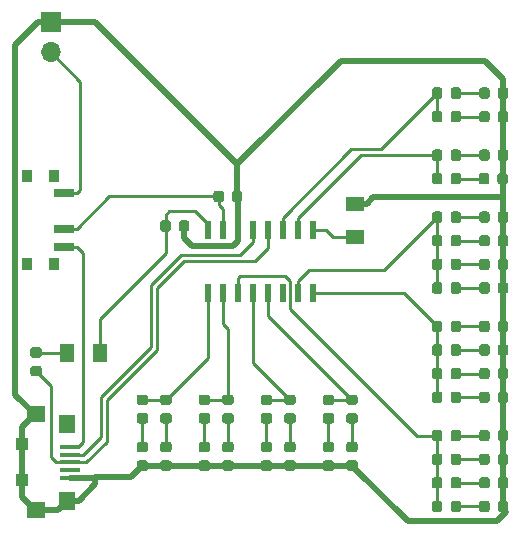
<source format=gtl>
G04 #@! TF.GenerationSoftware,KiCad,Pcbnew,(5.1.0)-1*
G04 #@! TF.CreationDate,2020-03-21T23:41:27-05:00*
G04 #@! TF.ProjectId,dev,6465762e-6b69-4636-9164-5f7063625858,rev?*
G04 #@! TF.SameCoordinates,Original*
G04 #@! TF.FileFunction,Copper,L1,Top*
G04 #@! TF.FilePolarity,Positive*
%FSLAX46Y46*%
G04 Gerber Fmt 4.6, Leading zero omitted, Abs format (unit mm)*
G04 Created by KiCad (PCBNEW (5.1.0)-1) date 2020-03-21 23:41:27*
%MOMM*%
%LPD*%
G04 APERTURE LIST*
%ADD10O,1.700000X1.700000*%
%ADD11R,1.700000X1.700000*%
%ADD12R,1.500000X1.250000*%
%ADD13R,0.900000X1.000000*%
%ADD14R,1.700000X0.700000*%
%ADD15R,1.250000X1.500000*%
%ADD16C,0.100000*%
%ADD17C,0.875000*%
%ADD18R,0.600000X1.500000*%
%ADD19R,1.000000X1.100000*%
%ADD20R,1.500000X1.350000*%
%ADD21R,1.800000X0.400000*%
%ADD22R,1.400000X1.500000*%
%ADD23C,0.250000*%
%ADD24C,0.500000*%
G04 APERTURE END LIST*
D10*
X79000000Y-84040000D03*
D11*
X79000000Y-81500000D03*
D12*
X104750000Y-96850000D03*
X104750000Y-99650000D03*
D13*
X79230000Y-94550000D03*
X79230000Y-101950000D03*
X77020000Y-101950000D03*
X77020000Y-94550000D03*
D14*
X80080000Y-100500000D03*
X80080000Y-99000000D03*
X80080000Y-96000000D03*
D15*
X83150000Y-109500000D03*
X80350000Y-109500000D03*
D16*
G36*
X90527691Y-98276053D02*
G01*
X90548926Y-98279203D01*
X90569750Y-98284419D01*
X90589962Y-98291651D01*
X90609368Y-98300830D01*
X90627781Y-98311866D01*
X90645024Y-98324654D01*
X90660930Y-98339070D01*
X90675346Y-98354976D01*
X90688134Y-98372219D01*
X90699170Y-98390632D01*
X90708349Y-98410038D01*
X90715581Y-98430250D01*
X90720797Y-98451074D01*
X90723947Y-98472309D01*
X90725000Y-98493750D01*
X90725000Y-99006250D01*
X90723947Y-99027691D01*
X90720797Y-99048926D01*
X90715581Y-99069750D01*
X90708349Y-99089962D01*
X90699170Y-99109368D01*
X90688134Y-99127781D01*
X90675346Y-99145024D01*
X90660930Y-99160930D01*
X90645024Y-99175346D01*
X90627781Y-99188134D01*
X90609368Y-99199170D01*
X90589962Y-99208349D01*
X90569750Y-99215581D01*
X90548926Y-99220797D01*
X90527691Y-99223947D01*
X90506250Y-99225000D01*
X90068750Y-99225000D01*
X90047309Y-99223947D01*
X90026074Y-99220797D01*
X90005250Y-99215581D01*
X89985038Y-99208349D01*
X89965632Y-99199170D01*
X89947219Y-99188134D01*
X89929976Y-99175346D01*
X89914070Y-99160930D01*
X89899654Y-99145024D01*
X89886866Y-99127781D01*
X89875830Y-99109368D01*
X89866651Y-99089962D01*
X89859419Y-99069750D01*
X89854203Y-99048926D01*
X89851053Y-99027691D01*
X89850000Y-99006250D01*
X89850000Y-98493750D01*
X89851053Y-98472309D01*
X89854203Y-98451074D01*
X89859419Y-98430250D01*
X89866651Y-98410038D01*
X89875830Y-98390632D01*
X89886866Y-98372219D01*
X89899654Y-98354976D01*
X89914070Y-98339070D01*
X89929976Y-98324654D01*
X89947219Y-98311866D01*
X89965632Y-98300830D01*
X89985038Y-98291651D01*
X90005250Y-98284419D01*
X90026074Y-98279203D01*
X90047309Y-98276053D01*
X90068750Y-98275000D01*
X90506250Y-98275000D01*
X90527691Y-98276053D01*
X90527691Y-98276053D01*
G37*
D17*
X90287500Y-98750000D03*
D16*
G36*
X88952691Y-98276053D02*
G01*
X88973926Y-98279203D01*
X88994750Y-98284419D01*
X89014962Y-98291651D01*
X89034368Y-98300830D01*
X89052781Y-98311866D01*
X89070024Y-98324654D01*
X89085930Y-98339070D01*
X89100346Y-98354976D01*
X89113134Y-98372219D01*
X89124170Y-98390632D01*
X89133349Y-98410038D01*
X89140581Y-98430250D01*
X89145797Y-98451074D01*
X89148947Y-98472309D01*
X89150000Y-98493750D01*
X89150000Y-99006250D01*
X89148947Y-99027691D01*
X89145797Y-99048926D01*
X89140581Y-99069750D01*
X89133349Y-99089962D01*
X89124170Y-99109368D01*
X89113134Y-99127781D01*
X89100346Y-99145024D01*
X89085930Y-99160930D01*
X89070024Y-99175346D01*
X89052781Y-99188134D01*
X89034368Y-99199170D01*
X89014962Y-99208349D01*
X88994750Y-99215581D01*
X88973926Y-99220797D01*
X88952691Y-99223947D01*
X88931250Y-99225000D01*
X88493750Y-99225000D01*
X88472309Y-99223947D01*
X88451074Y-99220797D01*
X88430250Y-99215581D01*
X88410038Y-99208349D01*
X88390632Y-99199170D01*
X88372219Y-99188134D01*
X88354976Y-99175346D01*
X88339070Y-99160930D01*
X88324654Y-99145024D01*
X88311866Y-99127781D01*
X88300830Y-99109368D01*
X88291651Y-99089962D01*
X88284419Y-99069750D01*
X88279203Y-99048926D01*
X88276053Y-99027691D01*
X88275000Y-99006250D01*
X88275000Y-98493750D01*
X88276053Y-98472309D01*
X88279203Y-98451074D01*
X88284419Y-98430250D01*
X88291651Y-98410038D01*
X88300830Y-98390632D01*
X88311866Y-98372219D01*
X88324654Y-98354976D01*
X88339070Y-98339070D01*
X88354976Y-98324654D01*
X88372219Y-98311866D01*
X88390632Y-98300830D01*
X88410038Y-98291651D01*
X88430250Y-98284419D01*
X88451074Y-98279203D01*
X88472309Y-98276053D01*
X88493750Y-98275000D01*
X88931250Y-98275000D01*
X88952691Y-98276053D01*
X88952691Y-98276053D01*
G37*
D17*
X88712500Y-98750000D03*
D16*
G36*
X93452691Y-95776053D02*
G01*
X93473926Y-95779203D01*
X93494750Y-95784419D01*
X93514962Y-95791651D01*
X93534368Y-95800830D01*
X93552781Y-95811866D01*
X93570024Y-95824654D01*
X93585930Y-95839070D01*
X93600346Y-95854976D01*
X93613134Y-95872219D01*
X93624170Y-95890632D01*
X93633349Y-95910038D01*
X93640581Y-95930250D01*
X93645797Y-95951074D01*
X93648947Y-95972309D01*
X93650000Y-95993750D01*
X93650000Y-96506250D01*
X93648947Y-96527691D01*
X93645797Y-96548926D01*
X93640581Y-96569750D01*
X93633349Y-96589962D01*
X93624170Y-96609368D01*
X93613134Y-96627781D01*
X93600346Y-96645024D01*
X93585930Y-96660930D01*
X93570024Y-96675346D01*
X93552781Y-96688134D01*
X93534368Y-96699170D01*
X93514962Y-96708349D01*
X93494750Y-96715581D01*
X93473926Y-96720797D01*
X93452691Y-96723947D01*
X93431250Y-96725000D01*
X92993750Y-96725000D01*
X92972309Y-96723947D01*
X92951074Y-96720797D01*
X92930250Y-96715581D01*
X92910038Y-96708349D01*
X92890632Y-96699170D01*
X92872219Y-96688134D01*
X92854976Y-96675346D01*
X92839070Y-96660930D01*
X92824654Y-96645024D01*
X92811866Y-96627781D01*
X92800830Y-96609368D01*
X92791651Y-96589962D01*
X92784419Y-96569750D01*
X92779203Y-96548926D01*
X92776053Y-96527691D01*
X92775000Y-96506250D01*
X92775000Y-95993750D01*
X92776053Y-95972309D01*
X92779203Y-95951074D01*
X92784419Y-95930250D01*
X92791651Y-95910038D01*
X92800830Y-95890632D01*
X92811866Y-95872219D01*
X92824654Y-95854976D01*
X92839070Y-95839070D01*
X92854976Y-95824654D01*
X92872219Y-95811866D01*
X92890632Y-95800830D01*
X92910038Y-95791651D01*
X92930250Y-95784419D01*
X92951074Y-95779203D01*
X92972309Y-95776053D01*
X92993750Y-95775000D01*
X93431250Y-95775000D01*
X93452691Y-95776053D01*
X93452691Y-95776053D01*
G37*
D17*
X93212500Y-96250000D03*
D16*
G36*
X95027691Y-95776053D02*
G01*
X95048926Y-95779203D01*
X95069750Y-95784419D01*
X95089962Y-95791651D01*
X95109368Y-95800830D01*
X95127781Y-95811866D01*
X95145024Y-95824654D01*
X95160930Y-95839070D01*
X95175346Y-95854976D01*
X95188134Y-95872219D01*
X95199170Y-95890632D01*
X95208349Y-95910038D01*
X95215581Y-95930250D01*
X95220797Y-95951074D01*
X95223947Y-95972309D01*
X95225000Y-95993750D01*
X95225000Y-96506250D01*
X95223947Y-96527691D01*
X95220797Y-96548926D01*
X95215581Y-96569750D01*
X95208349Y-96589962D01*
X95199170Y-96609368D01*
X95188134Y-96627781D01*
X95175346Y-96645024D01*
X95160930Y-96660930D01*
X95145024Y-96675346D01*
X95127781Y-96688134D01*
X95109368Y-96699170D01*
X95089962Y-96708349D01*
X95069750Y-96715581D01*
X95048926Y-96720797D01*
X95027691Y-96723947D01*
X95006250Y-96725000D01*
X94568750Y-96725000D01*
X94547309Y-96723947D01*
X94526074Y-96720797D01*
X94505250Y-96715581D01*
X94485038Y-96708349D01*
X94465632Y-96699170D01*
X94447219Y-96688134D01*
X94429976Y-96675346D01*
X94414070Y-96660930D01*
X94399654Y-96645024D01*
X94386866Y-96627781D01*
X94375830Y-96609368D01*
X94366651Y-96589962D01*
X94359419Y-96569750D01*
X94354203Y-96548926D01*
X94351053Y-96527691D01*
X94350000Y-96506250D01*
X94350000Y-95993750D01*
X94351053Y-95972309D01*
X94354203Y-95951074D01*
X94359419Y-95930250D01*
X94366651Y-95910038D01*
X94375830Y-95890632D01*
X94386866Y-95872219D01*
X94399654Y-95854976D01*
X94414070Y-95839070D01*
X94429976Y-95824654D01*
X94447219Y-95811866D01*
X94465632Y-95800830D01*
X94485038Y-95791651D01*
X94505250Y-95784419D01*
X94526074Y-95779203D01*
X94547309Y-95776053D01*
X94568750Y-95775000D01*
X95006250Y-95775000D01*
X95027691Y-95776053D01*
X95027691Y-95776053D01*
G37*
D17*
X94787500Y-96250000D03*
D16*
G36*
X94277691Y-117026053D02*
G01*
X94298926Y-117029203D01*
X94319750Y-117034419D01*
X94339962Y-117041651D01*
X94359368Y-117050830D01*
X94377781Y-117061866D01*
X94395024Y-117074654D01*
X94410930Y-117089070D01*
X94425346Y-117104976D01*
X94438134Y-117122219D01*
X94449170Y-117140632D01*
X94458349Y-117160038D01*
X94465581Y-117180250D01*
X94470797Y-117201074D01*
X94473947Y-117222309D01*
X94475000Y-117243750D01*
X94475000Y-117681250D01*
X94473947Y-117702691D01*
X94470797Y-117723926D01*
X94465581Y-117744750D01*
X94458349Y-117764962D01*
X94449170Y-117784368D01*
X94438134Y-117802781D01*
X94425346Y-117820024D01*
X94410930Y-117835930D01*
X94395024Y-117850346D01*
X94377781Y-117863134D01*
X94359368Y-117874170D01*
X94339962Y-117883349D01*
X94319750Y-117890581D01*
X94298926Y-117895797D01*
X94277691Y-117898947D01*
X94256250Y-117900000D01*
X93743750Y-117900000D01*
X93722309Y-117898947D01*
X93701074Y-117895797D01*
X93680250Y-117890581D01*
X93660038Y-117883349D01*
X93640632Y-117874170D01*
X93622219Y-117863134D01*
X93604976Y-117850346D01*
X93589070Y-117835930D01*
X93574654Y-117820024D01*
X93561866Y-117802781D01*
X93550830Y-117784368D01*
X93541651Y-117764962D01*
X93534419Y-117744750D01*
X93529203Y-117723926D01*
X93526053Y-117702691D01*
X93525000Y-117681250D01*
X93525000Y-117243750D01*
X93526053Y-117222309D01*
X93529203Y-117201074D01*
X93534419Y-117180250D01*
X93541651Y-117160038D01*
X93550830Y-117140632D01*
X93561866Y-117122219D01*
X93574654Y-117104976D01*
X93589070Y-117089070D01*
X93604976Y-117074654D01*
X93622219Y-117061866D01*
X93640632Y-117050830D01*
X93660038Y-117041651D01*
X93680250Y-117034419D01*
X93701074Y-117029203D01*
X93722309Y-117026053D01*
X93743750Y-117025000D01*
X94256250Y-117025000D01*
X94277691Y-117026053D01*
X94277691Y-117026053D01*
G37*
D17*
X94000000Y-117462500D03*
D16*
G36*
X94277691Y-118601053D02*
G01*
X94298926Y-118604203D01*
X94319750Y-118609419D01*
X94339962Y-118616651D01*
X94359368Y-118625830D01*
X94377781Y-118636866D01*
X94395024Y-118649654D01*
X94410930Y-118664070D01*
X94425346Y-118679976D01*
X94438134Y-118697219D01*
X94449170Y-118715632D01*
X94458349Y-118735038D01*
X94465581Y-118755250D01*
X94470797Y-118776074D01*
X94473947Y-118797309D01*
X94475000Y-118818750D01*
X94475000Y-119256250D01*
X94473947Y-119277691D01*
X94470797Y-119298926D01*
X94465581Y-119319750D01*
X94458349Y-119339962D01*
X94449170Y-119359368D01*
X94438134Y-119377781D01*
X94425346Y-119395024D01*
X94410930Y-119410930D01*
X94395024Y-119425346D01*
X94377781Y-119438134D01*
X94359368Y-119449170D01*
X94339962Y-119458349D01*
X94319750Y-119465581D01*
X94298926Y-119470797D01*
X94277691Y-119473947D01*
X94256250Y-119475000D01*
X93743750Y-119475000D01*
X93722309Y-119473947D01*
X93701074Y-119470797D01*
X93680250Y-119465581D01*
X93660038Y-119458349D01*
X93640632Y-119449170D01*
X93622219Y-119438134D01*
X93604976Y-119425346D01*
X93589070Y-119410930D01*
X93574654Y-119395024D01*
X93561866Y-119377781D01*
X93550830Y-119359368D01*
X93541651Y-119339962D01*
X93534419Y-119319750D01*
X93529203Y-119298926D01*
X93526053Y-119277691D01*
X93525000Y-119256250D01*
X93525000Y-118818750D01*
X93526053Y-118797309D01*
X93529203Y-118776074D01*
X93534419Y-118755250D01*
X93541651Y-118735038D01*
X93550830Y-118715632D01*
X93561866Y-118697219D01*
X93574654Y-118679976D01*
X93589070Y-118664070D01*
X93604976Y-118649654D01*
X93622219Y-118636866D01*
X93640632Y-118625830D01*
X93660038Y-118616651D01*
X93680250Y-118609419D01*
X93701074Y-118604203D01*
X93722309Y-118601053D01*
X93743750Y-118600000D01*
X94256250Y-118600000D01*
X94277691Y-118601053D01*
X94277691Y-118601053D01*
G37*
D17*
X94000000Y-119037500D03*
D16*
G36*
X92277691Y-118601053D02*
G01*
X92298926Y-118604203D01*
X92319750Y-118609419D01*
X92339962Y-118616651D01*
X92359368Y-118625830D01*
X92377781Y-118636866D01*
X92395024Y-118649654D01*
X92410930Y-118664070D01*
X92425346Y-118679976D01*
X92438134Y-118697219D01*
X92449170Y-118715632D01*
X92458349Y-118735038D01*
X92465581Y-118755250D01*
X92470797Y-118776074D01*
X92473947Y-118797309D01*
X92475000Y-118818750D01*
X92475000Y-119256250D01*
X92473947Y-119277691D01*
X92470797Y-119298926D01*
X92465581Y-119319750D01*
X92458349Y-119339962D01*
X92449170Y-119359368D01*
X92438134Y-119377781D01*
X92425346Y-119395024D01*
X92410930Y-119410930D01*
X92395024Y-119425346D01*
X92377781Y-119438134D01*
X92359368Y-119449170D01*
X92339962Y-119458349D01*
X92319750Y-119465581D01*
X92298926Y-119470797D01*
X92277691Y-119473947D01*
X92256250Y-119475000D01*
X91743750Y-119475000D01*
X91722309Y-119473947D01*
X91701074Y-119470797D01*
X91680250Y-119465581D01*
X91660038Y-119458349D01*
X91640632Y-119449170D01*
X91622219Y-119438134D01*
X91604976Y-119425346D01*
X91589070Y-119410930D01*
X91574654Y-119395024D01*
X91561866Y-119377781D01*
X91550830Y-119359368D01*
X91541651Y-119339962D01*
X91534419Y-119319750D01*
X91529203Y-119298926D01*
X91526053Y-119277691D01*
X91525000Y-119256250D01*
X91525000Y-118818750D01*
X91526053Y-118797309D01*
X91529203Y-118776074D01*
X91534419Y-118755250D01*
X91541651Y-118735038D01*
X91550830Y-118715632D01*
X91561866Y-118697219D01*
X91574654Y-118679976D01*
X91589070Y-118664070D01*
X91604976Y-118649654D01*
X91622219Y-118636866D01*
X91640632Y-118625830D01*
X91660038Y-118616651D01*
X91680250Y-118609419D01*
X91701074Y-118604203D01*
X91722309Y-118601053D01*
X91743750Y-118600000D01*
X92256250Y-118600000D01*
X92277691Y-118601053D01*
X92277691Y-118601053D01*
G37*
D17*
X92000000Y-119037500D03*
D16*
G36*
X92277691Y-117026053D02*
G01*
X92298926Y-117029203D01*
X92319750Y-117034419D01*
X92339962Y-117041651D01*
X92359368Y-117050830D01*
X92377781Y-117061866D01*
X92395024Y-117074654D01*
X92410930Y-117089070D01*
X92425346Y-117104976D01*
X92438134Y-117122219D01*
X92449170Y-117140632D01*
X92458349Y-117160038D01*
X92465581Y-117180250D01*
X92470797Y-117201074D01*
X92473947Y-117222309D01*
X92475000Y-117243750D01*
X92475000Y-117681250D01*
X92473947Y-117702691D01*
X92470797Y-117723926D01*
X92465581Y-117744750D01*
X92458349Y-117764962D01*
X92449170Y-117784368D01*
X92438134Y-117802781D01*
X92425346Y-117820024D01*
X92410930Y-117835930D01*
X92395024Y-117850346D01*
X92377781Y-117863134D01*
X92359368Y-117874170D01*
X92339962Y-117883349D01*
X92319750Y-117890581D01*
X92298926Y-117895797D01*
X92277691Y-117898947D01*
X92256250Y-117900000D01*
X91743750Y-117900000D01*
X91722309Y-117898947D01*
X91701074Y-117895797D01*
X91680250Y-117890581D01*
X91660038Y-117883349D01*
X91640632Y-117874170D01*
X91622219Y-117863134D01*
X91604976Y-117850346D01*
X91589070Y-117835930D01*
X91574654Y-117820024D01*
X91561866Y-117802781D01*
X91550830Y-117784368D01*
X91541651Y-117764962D01*
X91534419Y-117744750D01*
X91529203Y-117723926D01*
X91526053Y-117702691D01*
X91525000Y-117681250D01*
X91525000Y-117243750D01*
X91526053Y-117222309D01*
X91529203Y-117201074D01*
X91534419Y-117180250D01*
X91541651Y-117160038D01*
X91550830Y-117140632D01*
X91561866Y-117122219D01*
X91574654Y-117104976D01*
X91589070Y-117089070D01*
X91604976Y-117074654D01*
X91622219Y-117061866D01*
X91640632Y-117050830D01*
X91660038Y-117041651D01*
X91680250Y-117034419D01*
X91701074Y-117029203D01*
X91722309Y-117026053D01*
X91743750Y-117025000D01*
X92256250Y-117025000D01*
X92277691Y-117026053D01*
X92277691Y-117026053D01*
G37*
D17*
X92000000Y-117462500D03*
D16*
G36*
X117527691Y-116026053D02*
G01*
X117548926Y-116029203D01*
X117569750Y-116034419D01*
X117589962Y-116041651D01*
X117609368Y-116050830D01*
X117627781Y-116061866D01*
X117645024Y-116074654D01*
X117660930Y-116089070D01*
X117675346Y-116104976D01*
X117688134Y-116122219D01*
X117699170Y-116140632D01*
X117708349Y-116160038D01*
X117715581Y-116180250D01*
X117720797Y-116201074D01*
X117723947Y-116222309D01*
X117725000Y-116243750D01*
X117725000Y-116756250D01*
X117723947Y-116777691D01*
X117720797Y-116798926D01*
X117715581Y-116819750D01*
X117708349Y-116839962D01*
X117699170Y-116859368D01*
X117688134Y-116877781D01*
X117675346Y-116895024D01*
X117660930Y-116910930D01*
X117645024Y-116925346D01*
X117627781Y-116938134D01*
X117609368Y-116949170D01*
X117589962Y-116958349D01*
X117569750Y-116965581D01*
X117548926Y-116970797D01*
X117527691Y-116973947D01*
X117506250Y-116975000D01*
X117068750Y-116975000D01*
X117047309Y-116973947D01*
X117026074Y-116970797D01*
X117005250Y-116965581D01*
X116985038Y-116958349D01*
X116965632Y-116949170D01*
X116947219Y-116938134D01*
X116929976Y-116925346D01*
X116914070Y-116910930D01*
X116899654Y-116895024D01*
X116886866Y-116877781D01*
X116875830Y-116859368D01*
X116866651Y-116839962D01*
X116859419Y-116819750D01*
X116854203Y-116798926D01*
X116851053Y-116777691D01*
X116850000Y-116756250D01*
X116850000Y-116243750D01*
X116851053Y-116222309D01*
X116854203Y-116201074D01*
X116859419Y-116180250D01*
X116866651Y-116160038D01*
X116875830Y-116140632D01*
X116886866Y-116122219D01*
X116899654Y-116104976D01*
X116914070Y-116089070D01*
X116929976Y-116074654D01*
X116947219Y-116061866D01*
X116965632Y-116050830D01*
X116985038Y-116041651D01*
X117005250Y-116034419D01*
X117026074Y-116029203D01*
X117047309Y-116026053D01*
X117068750Y-116025000D01*
X117506250Y-116025000D01*
X117527691Y-116026053D01*
X117527691Y-116026053D01*
G37*
D17*
X117287500Y-116500000D03*
D16*
G36*
X115952691Y-116026053D02*
G01*
X115973926Y-116029203D01*
X115994750Y-116034419D01*
X116014962Y-116041651D01*
X116034368Y-116050830D01*
X116052781Y-116061866D01*
X116070024Y-116074654D01*
X116085930Y-116089070D01*
X116100346Y-116104976D01*
X116113134Y-116122219D01*
X116124170Y-116140632D01*
X116133349Y-116160038D01*
X116140581Y-116180250D01*
X116145797Y-116201074D01*
X116148947Y-116222309D01*
X116150000Y-116243750D01*
X116150000Y-116756250D01*
X116148947Y-116777691D01*
X116145797Y-116798926D01*
X116140581Y-116819750D01*
X116133349Y-116839962D01*
X116124170Y-116859368D01*
X116113134Y-116877781D01*
X116100346Y-116895024D01*
X116085930Y-116910930D01*
X116070024Y-116925346D01*
X116052781Y-116938134D01*
X116034368Y-116949170D01*
X116014962Y-116958349D01*
X115994750Y-116965581D01*
X115973926Y-116970797D01*
X115952691Y-116973947D01*
X115931250Y-116975000D01*
X115493750Y-116975000D01*
X115472309Y-116973947D01*
X115451074Y-116970797D01*
X115430250Y-116965581D01*
X115410038Y-116958349D01*
X115390632Y-116949170D01*
X115372219Y-116938134D01*
X115354976Y-116925346D01*
X115339070Y-116910930D01*
X115324654Y-116895024D01*
X115311866Y-116877781D01*
X115300830Y-116859368D01*
X115291651Y-116839962D01*
X115284419Y-116819750D01*
X115279203Y-116798926D01*
X115276053Y-116777691D01*
X115275000Y-116756250D01*
X115275000Y-116243750D01*
X115276053Y-116222309D01*
X115279203Y-116201074D01*
X115284419Y-116180250D01*
X115291651Y-116160038D01*
X115300830Y-116140632D01*
X115311866Y-116122219D01*
X115324654Y-116104976D01*
X115339070Y-116089070D01*
X115354976Y-116074654D01*
X115372219Y-116061866D01*
X115390632Y-116050830D01*
X115410038Y-116041651D01*
X115430250Y-116034419D01*
X115451074Y-116029203D01*
X115472309Y-116026053D01*
X115493750Y-116025000D01*
X115931250Y-116025000D01*
X115952691Y-116026053D01*
X115952691Y-116026053D01*
G37*
D17*
X115712500Y-116500000D03*
D16*
G36*
X115952691Y-118026053D02*
G01*
X115973926Y-118029203D01*
X115994750Y-118034419D01*
X116014962Y-118041651D01*
X116034368Y-118050830D01*
X116052781Y-118061866D01*
X116070024Y-118074654D01*
X116085930Y-118089070D01*
X116100346Y-118104976D01*
X116113134Y-118122219D01*
X116124170Y-118140632D01*
X116133349Y-118160038D01*
X116140581Y-118180250D01*
X116145797Y-118201074D01*
X116148947Y-118222309D01*
X116150000Y-118243750D01*
X116150000Y-118756250D01*
X116148947Y-118777691D01*
X116145797Y-118798926D01*
X116140581Y-118819750D01*
X116133349Y-118839962D01*
X116124170Y-118859368D01*
X116113134Y-118877781D01*
X116100346Y-118895024D01*
X116085930Y-118910930D01*
X116070024Y-118925346D01*
X116052781Y-118938134D01*
X116034368Y-118949170D01*
X116014962Y-118958349D01*
X115994750Y-118965581D01*
X115973926Y-118970797D01*
X115952691Y-118973947D01*
X115931250Y-118975000D01*
X115493750Y-118975000D01*
X115472309Y-118973947D01*
X115451074Y-118970797D01*
X115430250Y-118965581D01*
X115410038Y-118958349D01*
X115390632Y-118949170D01*
X115372219Y-118938134D01*
X115354976Y-118925346D01*
X115339070Y-118910930D01*
X115324654Y-118895024D01*
X115311866Y-118877781D01*
X115300830Y-118859368D01*
X115291651Y-118839962D01*
X115284419Y-118819750D01*
X115279203Y-118798926D01*
X115276053Y-118777691D01*
X115275000Y-118756250D01*
X115275000Y-118243750D01*
X115276053Y-118222309D01*
X115279203Y-118201074D01*
X115284419Y-118180250D01*
X115291651Y-118160038D01*
X115300830Y-118140632D01*
X115311866Y-118122219D01*
X115324654Y-118104976D01*
X115339070Y-118089070D01*
X115354976Y-118074654D01*
X115372219Y-118061866D01*
X115390632Y-118050830D01*
X115410038Y-118041651D01*
X115430250Y-118034419D01*
X115451074Y-118029203D01*
X115472309Y-118026053D01*
X115493750Y-118025000D01*
X115931250Y-118025000D01*
X115952691Y-118026053D01*
X115952691Y-118026053D01*
G37*
D17*
X115712500Y-118500000D03*
D16*
G36*
X117527691Y-118026053D02*
G01*
X117548926Y-118029203D01*
X117569750Y-118034419D01*
X117589962Y-118041651D01*
X117609368Y-118050830D01*
X117627781Y-118061866D01*
X117645024Y-118074654D01*
X117660930Y-118089070D01*
X117675346Y-118104976D01*
X117688134Y-118122219D01*
X117699170Y-118140632D01*
X117708349Y-118160038D01*
X117715581Y-118180250D01*
X117720797Y-118201074D01*
X117723947Y-118222309D01*
X117725000Y-118243750D01*
X117725000Y-118756250D01*
X117723947Y-118777691D01*
X117720797Y-118798926D01*
X117715581Y-118819750D01*
X117708349Y-118839962D01*
X117699170Y-118859368D01*
X117688134Y-118877781D01*
X117675346Y-118895024D01*
X117660930Y-118910930D01*
X117645024Y-118925346D01*
X117627781Y-118938134D01*
X117609368Y-118949170D01*
X117589962Y-118958349D01*
X117569750Y-118965581D01*
X117548926Y-118970797D01*
X117527691Y-118973947D01*
X117506250Y-118975000D01*
X117068750Y-118975000D01*
X117047309Y-118973947D01*
X117026074Y-118970797D01*
X117005250Y-118965581D01*
X116985038Y-118958349D01*
X116965632Y-118949170D01*
X116947219Y-118938134D01*
X116929976Y-118925346D01*
X116914070Y-118910930D01*
X116899654Y-118895024D01*
X116886866Y-118877781D01*
X116875830Y-118859368D01*
X116866651Y-118839962D01*
X116859419Y-118819750D01*
X116854203Y-118798926D01*
X116851053Y-118777691D01*
X116850000Y-118756250D01*
X116850000Y-118243750D01*
X116851053Y-118222309D01*
X116854203Y-118201074D01*
X116859419Y-118180250D01*
X116866651Y-118160038D01*
X116875830Y-118140632D01*
X116886866Y-118122219D01*
X116899654Y-118104976D01*
X116914070Y-118089070D01*
X116929976Y-118074654D01*
X116947219Y-118061866D01*
X116965632Y-118050830D01*
X116985038Y-118041651D01*
X117005250Y-118034419D01*
X117026074Y-118029203D01*
X117047309Y-118026053D01*
X117068750Y-118025000D01*
X117506250Y-118025000D01*
X117527691Y-118026053D01*
X117527691Y-118026053D01*
G37*
D17*
X117287500Y-118500000D03*
D16*
G36*
X115952691Y-120026053D02*
G01*
X115973926Y-120029203D01*
X115994750Y-120034419D01*
X116014962Y-120041651D01*
X116034368Y-120050830D01*
X116052781Y-120061866D01*
X116070024Y-120074654D01*
X116085930Y-120089070D01*
X116100346Y-120104976D01*
X116113134Y-120122219D01*
X116124170Y-120140632D01*
X116133349Y-120160038D01*
X116140581Y-120180250D01*
X116145797Y-120201074D01*
X116148947Y-120222309D01*
X116150000Y-120243750D01*
X116150000Y-120756250D01*
X116148947Y-120777691D01*
X116145797Y-120798926D01*
X116140581Y-120819750D01*
X116133349Y-120839962D01*
X116124170Y-120859368D01*
X116113134Y-120877781D01*
X116100346Y-120895024D01*
X116085930Y-120910930D01*
X116070024Y-120925346D01*
X116052781Y-120938134D01*
X116034368Y-120949170D01*
X116014962Y-120958349D01*
X115994750Y-120965581D01*
X115973926Y-120970797D01*
X115952691Y-120973947D01*
X115931250Y-120975000D01*
X115493750Y-120975000D01*
X115472309Y-120973947D01*
X115451074Y-120970797D01*
X115430250Y-120965581D01*
X115410038Y-120958349D01*
X115390632Y-120949170D01*
X115372219Y-120938134D01*
X115354976Y-120925346D01*
X115339070Y-120910930D01*
X115324654Y-120895024D01*
X115311866Y-120877781D01*
X115300830Y-120859368D01*
X115291651Y-120839962D01*
X115284419Y-120819750D01*
X115279203Y-120798926D01*
X115276053Y-120777691D01*
X115275000Y-120756250D01*
X115275000Y-120243750D01*
X115276053Y-120222309D01*
X115279203Y-120201074D01*
X115284419Y-120180250D01*
X115291651Y-120160038D01*
X115300830Y-120140632D01*
X115311866Y-120122219D01*
X115324654Y-120104976D01*
X115339070Y-120089070D01*
X115354976Y-120074654D01*
X115372219Y-120061866D01*
X115390632Y-120050830D01*
X115410038Y-120041651D01*
X115430250Y-120034419D01*
X115451074Y-120029203D01*
X115472309Y-120026053D01*
X115493750Y-120025000D01*
X115931250Y-120025000D01*
X115952691Y-120026053D01*
X115952691Y-120026053D01*
G37*
D17*
X115712500Y-120500000D03*
D16*
G36*
X117527691Y-120026053D02*
G01*
X117548926Y-120029203D01*
X117569750Y-120034419D01*
X117589962Y-120041651D01*
X117609368Y-120050830D01*
X117627781Y-120061866D01*
X117645024Y-120074654D01*
X117660930Y-120089070D01*
X117675346Y-120104976D01*
X117688134Y-120122219D01*
X117699170Y-120140632D01*
X117708349Y-120160038D01*
X117715581Y-120180250D01*
X117720797Y-120201074D01*
X117723947Y-120222309D01*
X117725000Y-120243750D01*
X117725000Y-120756250D01*
X117723947Y-120777691D01*
X117720797Y-120798926D01*
X117715581Y-120819750D01*
X117708349Y-120839962D01*
X117699170Y-120859368D01*
X117688134Y-120877781D01*
X117675346Y-120895024D01*
X117660930Y-120910930D01*
X117645024Y-120925346D01*
X117627781Y-120938134D01*
X117609368Y-120949170D01*
X117589962Y-120958349D01*
X117569750Y-120965581D01*
X117548926Y-120970797D01*
X117527691Y-120973947D01*
X117506250Y-120975000D01*
X117068750Y-120975000D01*
X117047309Y-120973947D01*
X117026074Y-120970797D01*
X117005250Y-120965581D01*
X116985038Y-120958349D01*
X116965632Y-120949170D01*
X116947219Y-120938134D01*
X116929976Y-120925346D01*
X116914070Y-120910930D01*
X116899654Y-120895024D01*
X116886866Y-120877781D01*
X116875830Y-120859368D01*
X116866651Y-120839962D01*
X116859419Y-120819750D01*
X116854203Y-120798926D01*
X116851053Y-120777691D01*
X116850000Y-120756250D01*
X116850000Y-120243750D01*
X116851053Y-120222309D01*
X116854203Y-120201074D01*
X116859419Y-120180250D01*
X116866651Y-120160038D01*
X116875830Y-120140632D01*
X116886866Y-120122219D01*
X116899654Y-120104976D01*
X116914070Y-120089070D01*
X116929976Y-120074654D01*
X116947219Y-120061866D01*
X116965632Y-120050830D01*
X116985038Y-120041651D01*
X117005250Y-120034419D01*
X117026074Y-120029203D01*
X117047309Y-120026053D01*
X117068750Y-120025000D01*
X117506250Y-120025000D01*
X117527691Y-120026053D01*
X117527691Y-120026053D01*
G37*
D17*
X117287500Y-120500000D03*
D16*
G36*
X117527691Y-122026053D02*
G01*
X117548926Y-122029203D01*
X117569750Y-122034419D01*
X117589962Y-122041651D01*
X117609368Y-122050830D01*
X117627781Y-122061866D01*
X117645024Y-122074654D01*
X117660930Y-122089070D01*
X117675346Y-122104976D01*
X117688134Y-122122219D01*
X117699170Y-122140632D01*
X117708349Y-122160038D01*
X117715581Y-122180250D01*
X117720797Y-122201074D01*
X117723947Y-122222309D01*
X117725000Y-122243750D01*
X117725000Y-122756250D01*
X117723947Y-122777691D01*
X117720797Y-122798926D01*
X117715581Y-122819750D01*
X117708349Y-122839962D01*
X117699170Y-122859368D01*
X117688134Y-122877781D01*
X117675346Y-122895024D01*
X117660930Y-122910930D01*
X117645024Y-122925346D01*
X117627781Y-122938134D01*
X117609368Y-122949170D01*
X117589962Y-122958349D01*
X117569750Y-122965581D01*
X117548926Y-122970797D01*
X117527691Y-122973947D01*
X117506250Y-122975000D01*
X117068750Y-122975000D01*
X117047309Y-122973947D01*
X117026074Y-122970797D01*
X117005250Y-122965581D01*
X116985038Y-122958349D01*
X116965632Y-122949170D01*
X116947219Y-122938134D01*
X116929976Y-122925346D01*
X116914070Y-122910930D01*
X116899654Y-122895024D01*
X116886866Y-122877781D01*
X116875830Y-122859368D01*
X116866651Y-122839962D01*
X116859419Y-122819750D01*
X116854203Y-122798926D01*
X116851053Y-122777691D01*
X116850000Y-122756250D01*
X116850000Y-122243750D01*
X116851053Y-122222309D01*
X116854203Y-122201074D01*
X116859419Y-122180250D01*
X116866651Y-122160038D01*
X116875830Y-122140632D01*
X116886866Y-122122219D01*
X116899654Y-122104976D01*
X116914070Y-122089070D01*
X116929976Y-122074654D01*
X116947219Y-122061866D01*
X116965632Y-122050830D01*
X116985038Y-122041651D01*
X117005250Y-122034419D01*
X117026074Y-122029203D01*
X117047309Y-122026053D01*
X117068750Y-122025000D01*
X117506250Y-122025000D01*
X117527691Y-122026053D01*
X117527691Y-122026053D01*
G37*
D17*
X117287500Y-122500000D03*
D16*
G36*
X115952691Y-122026053D02*
G01*
X115973926Y-122029203D01*
X115994750Y-122034419D01*
X116014962Y-122041651D01*
X116034368Y-122050830D01*
X116052781Y-122061866D01*
X116070024Y-122074654D01*
X116085930Y-122089070D01*
X116100346Y-122104976D01*
X116113134Y-122122219D01*
X116124170Y-122140632D01*
X116133349Y-122160038D01*
X116140581Y-122180250D01*
X116145797Y-122201074D01*
X116148947Y-122222309D01*
X116150000Y-122243750D01*
X116150000Y-122756250D01*
X116148947Y-122777691D01*
X116145797Y-122798926D01*
X116140581Y-122819750D01*
X116133349Y-122839962D01*
X116124170Y-122859368D01*
X116113134Y-122877781D01*
X116100346Y-122895024D01*
X116085930Y-122910930D01*
X116070024Y-122925346D01*
X116052781Y-122938134D01*
X116034368Y-122949170D01*
X116014962Y-122958349D01*
X115994750Y-122965581D01*
X115973926Y-122970797D01*
X115952691Y-122973947D01*
X115931250Y-122975000D01*
X115493750Y-122975000D01*
X115472309Y-122973947D01*
X115451074Y-122970797D01*
X115430250Y-122965581D01*
X115410038Y-122958349D01*
X115390632Y-122949170D01*
X115372219Y-122938134D01*
X115354976Y-122925346D01*
X115339070Y-122910930D01*
X115324654Y-122895024D01*
X115311866Y-122877781D01*
X115300830Y-122859368D01*
X115291651Y-122839962D01*
X115284419Y-122819750D01*
X115279203Y-122798926D01*
X115276053Y-122777691D01*
X115275000Y-122756250D01*
X115275000Y-122243750D01*
X115276053Y-122222309D01*
X115279203Y-122201074D01*
X115284419Y-122180250D01*
X115291651Y-122160038D01*
X115300830Y-122140632D01*
X115311866Y-122122219D01*
X115324654Y-122104976D01*
X115339070Y-122089070D01*
X115354976Y-122074654D01*
X115372219Y-122061866D01*
X115390632Y-122050830D01*
X115410038Y-122041651D01*
X115430250Y-122034419D01*
X115451074Y-122029203D01*
X115472309Y-122026053D01*
X115493750Y-122025000D01*
X115931250Y-122025000D01*
X115952691Y-122026053D01*
X115952691Y-122026053D01*
G37*
D17*
X115712500Y-122500000D03*
D16*
G36*
X99527691Y-117026053D02*
G01*
X99548926Y-117029203D01*
X99569750Y-117034419D01*
X99589962Y-117041651D01*
X99609368Y-117050830D01*
X99627781Y-117061866D01*
X99645024Y-117074654D01*
X99660930Y-117089070D01*
X99675346Y-117104976D01*
X99688134Y-117122219D01*
X99699170Y-117140632D01*
X99708349Y-117160038D01*
X99715581Y-117180250D01*
X99720797Y-117201074D01*
X99723947Y-117222309D01*
X99725000Y-117243750D01*
X99725000Y-117681250D01*
X99723947Y-117702691D01*
X99720797Y-117723926D01*
X99715581Y-117744750D01*
X99708349Y-117764962D01*
X99699170Y-117784368D01*
X99688134Y-117802781D01*
X99675346Y-117820024D01*
X99660930Y-117835930D01*
X99645024Y-117850346D01*
X99627781Y-117863134D01*
X99609368Y-117874170D01*
X99589962Y-117883349D01*
X99569750Y-117890581D01*
X99548926Y-117895797D01*
X99527691Y-117898947D01*
X99506250Y-117900000D01*
X98993750Y-117900000D01*
X98972309Y-117898947D01*
X98951074Y-117895797D01*
X98930250Y-117890581D01*
X98910038Y-117883349D01*
X98890632Y-117874170D01*
X98872219Y-117863134D01*
X98854976Y-117850346D01*
X98839070Y-117835930D01*
X98824654Y-117820024D01*
X98811866Y-117802781D01*
X98800830Y-117784368D01*
X98791651Y-117764962D01*
X98784419Y-117744750D01*
X98779203Y-117723926D01*
X98776053Y-117702691D01*
X98775000Y-117681250D01*
X98775000Y-117243750D01*
X98776053Y-117222309D01*
X98779203Y-117201074D01*
X98784419Y-117180250D01*
X98791651Y-117160038D01*
X98800830Y-117140632D01*
X98811866Y-117122219D01*
X98824654Y-117104976D01*
X98839070Y-117089070D01*
X98854976Y-117074654D01*
X98872219Y-117061866D01*
X98890632Y-117050830D01*
X98910038Y-117041651D01*
X98930250Y-117034419D01*
X98951074Y-117029203D01*
X98972309Y-117026053D01*
X98993750Y-117025000D01*
X99506250Y-117025000D01*
X99527691Y-117026053D01*
X99527691Y-117026053D01*
G37*
D17*
X99250000Y-117462500D03*
D16*
G36*
X99527691Y-118601053D02*
G01*
X99548926Y-118604203D01*
X99569750Y-118609419D01*
X99589962Y-118616651D01*
X99609368Y-118625830D01*
X99627781Y-118636866D01*
X99645024Y-118649654D01*
X99660930Y-118664070D01*
X99675346Y-118679976D01*
X99688134Y-118697219D01*
X99699170Y-118715632D01*
X99708349Y-118735038D01*
X99715581Y-118755250D01*
X99720797Y-118776074D01*
X99723947Y-118797309D01*
X99725000Y-118818750D01*
X99725000Y-119256250D01*
X99723947Y-119277691D01*
X99720797Y-119298926D01*
X99715581Y-119319750D01*
X99708349Y-119339962D01*
X99699170Y-119359368D01*
X99688134Y-119377781D01*
X99675346Y-119395024D01*
X99660930Y-119410930D01*
X99645024Y-119425346D01*
X99627781Y-119438134D01*
X99609368Y-119449170D01*
X99589962Y-119458349D01*
X99569750Y-119465581D01*
X99548926Y-119470797D01*
X99527691Y-119473947D01*
X99506250Y-119475000D01*
X98993750Y-119475000D01*
X98972309Y-119473947D01*
X98951074Y-119470797D01*
X98930250Y-119465581D01*
X98910038Y-119458349D01*
X98890632Y-119449170D01*
X98872219Y-119438134D01*
X98854976Y-119425346D01*
X98839070Y-119410930D01*
X98824654Y-119395024D01*
X98811866Y-119377781D01*
X98800830Y-119359368D01*
X98791651Y-119339962D01*
X98784419Y-119319750D01*
X98779203Y-119298926D01*
X98776053Y-119277691D01*
X98775000Y-119256250D01*
X98775000Y-118818750D01*
X98776053Y-118797309D01*
X98779203Y-118776074D01*
X98784419Y-118755250D01*
X98791651Y-118735038D01*
X98800830Y-118715632D01*
X98811866Y-118697219D01*
X98824654Y-118679976D01*
X98839070Y-118664070D01*
X98854976Y-118649654D01*
X98872219Y-118636866D01*
X98890632Y-118625830D01*
X98910038Y-118616651D01*
X98930250Y-118609419D01*
X98951074Y-118604203D01*
X98972309Y-118601053D01*
X98993750Y-118600000D01*
X99506250Y-118600000D01*
X99527691Y-118601053D01*
X99527691Y-118601053D01*
G37*
D17*
X99250000Y-119037500D03*
D16*
G36*
X97527691Y-117026053D02*
G01*
X97548926Y-117029203D01*
X97569750Y-117034419D01*
X97589962Y-117041651D01*
X97609368Y-117050830D01*
X97627781Y-117061866D01*
X97645024Y-117074654D01*
X97660930Y-117089070D01*
X97675346Y-117104976D01*
X97688134Y-117122219D01*
X97699170Y-117140632D01*
X97708349Y-117160038D01*
X97715581Y-117180250D01*
X97720797Y-117201074D01*
X97723947Y-117222309D01*
X97725000Y-117243750D01*
X97725000Y-117681250D01*
X97723947Y-117702691D01*
X97720797Y-117723926D01*
X97715581Y-117744750D01*
X97708349Y-117764962D01*
X97699170Y-117784368D01*
X97688134Y-117802781D01*
X97675346Y-117820024D01*
X97660930Y-117835930D01*
X97645024Y-117850346D01*
X97627781Y-117863134D01*
X97609368Y-117874170D01*
X97589962Y-117883349D01*
X97569750Y-117890581D01*
X97548926Y-117895797D01*
X97527691Y-117898947D01*
X97506250Y-117900000D01*
X96993750Y-117900000D01*
X96972309Y-117898947D01*
X96951074Y-117895797D01*
X96930250Y-117890581D01*
X96910038Y-117883349D01*
X96890632Y-117874170D01*
X96872219Y-117863134D01*
X96854976Y-117850346D01*
X96839070Y-117835930D01*
X96824654Y-117820024D01*
X96811866Y-117802781D01*
X96800830Y-117784368D01*
X96791651Y-117764962D01*
X96784419Y-117744750D01*
X96779203Y-117723926D01*
X96776053Y-117702691D01*
X96775000Y-117681250D01*
X96775000Y-117243750D01*
X96776053Y-117222309D01*
X96779203Y-117201074D01*
X96784419Y-117180250D01*
X96791651Y-117160038D01*
X96800830Y-117140632D01*
X96811866Y-117122219D01*
X96824654Y-117104976D01*
X96839070Y-117089070D01*
X96854976Y-117074654D01*
X96872219Y-117061866D01*
X96890632Y-117050830D01*
X96910038Y-117041651D01*
X96930250Y-117034419D01*
X96951074Y-117029203D01*
X96972309Y-117026053D01*
X96993750Y-117025000D01*
X97506250Y-117025000D01*
X97527691Y-117026053D01*
X97527691Y-117026053D01*
G37*
D17*
X97250000Y-117462500D03*
D16*
G36*
X97527691Y-118601053D02*
G01*
X97548926Y-118604203D01*
X97569750Y-118609419D01*
X97589962Y-118616651D01*
X97609368Y-118625830D01*
X97627781Y-118636866D01*
X97645024Y-118649654D01*
X97660930Y-118664070D01*
X97675346Y-118679976D01*
X97688134Y-118697219D01*
X97699170Y-118715632D01*
X97708349Y-118735038D01*
X97715581Y-118755250D01*
X97720797Y-118776074D01*
X97723947Y-118797309D01*
X97725000Y-118818750D01*
X97725000Y-119256250D01*
X97723947Y-119277691D01*
X97720797Y-119298926D01*
X97715581Y-119319750D01*
X97708349Y-119339962D01*
X97699170Y-119359368D01*
X97688134Y-119377781D01*
X97675346Y-119395024D01*
X97660930Y-119410930D01*
X97645024Y-119425346D01*
X97627781Y-119438134D01*
X97609368Y-119449170D01*
X97589962Y-119458349D01*
X97569750Y-119465581D01*
X97548926Y-119470797D01*
X97527691Y-119473947D01*
X97506250Y-119475000D01*
X96993750Y-119475000D01*
X96972309Y-119473947D01*
X96951074Y-119470797D01*
X96930250Y-119465581D01*
X96910038Y-119458349D01*
X96890632Y-119449170D01*
X96872219Y-119438134D01*
X96854976Y-119425346D01*
X96839070Y-119410930D01*
X96824654Y-119395024D01*
X96811866Y-119377781D01*
X96800830Y-119359368D01*
X96791651Y-119339962D01*
X96784419Y-119319750D01*
X96779203Y-119298926D01*
X96776053Y-119277691D01*
X96775000Y-119256250D01*
X96775000Y-118818750D01*
X96776053Y-118797309D01*
X96779203Y-118776074D01*
X96784419Y-118755250D01*
X96791651Y-118735038D01*
X96800830Y-118715632D01*
X96811866Y-118697219D01*
X96824654Y-118679976D01*
X96839070Y-118664070D01*
X96854976Y-118649654D01*
X96872219Y-118636866D01*
X96890632Y-118625830D01*
X96910038Y-118616651D01*
X96930250Y-118609419D01*
X96951074Y-118604203D01*
X96972309Y-118601053D01*
X96993750Y-118600000D01*
X97506250Y-118600000D01*
X97527691Y-118601053D01*
X97527691Y-118601053D01*
G37*
D17*
X97250000Y-119037500D03*
D16*
G36*
X104777691Y-117026053D02*
G01*
X104798926Y-117029203D01*
X104819750Y-117034419D01*
X104839962Y-117041651D01*
X104859368Y-117050830D01*
X104877781Y-117061866D01*
X104895024Y-117074654D01*
X104910930Y-117089070D01*
X104925346Y-117104976D01*
X104938134Y-117122219D01*
X104949170Y-117140632D01*
X104958349Y-117160038D01*
X104965581Y-117180250D01*
X104970797Y-117201074D01*
X104973947Y-117222309D01*
X104975000Y-117243750D01*
X104975000Y-117681250D01*
X104973947Y-117702691D01*
X104970797Y-117723926D01*
X104965581Y-117744750D01*
X104958349Y-117764962D01*
X104949170Y-117784368D01*
X104938134Y-117802781D01*
X104925346Y-117820024D01*
X104910930Y-117835930D01*
X104895024Y-117850346D01*
X104877781Y-117863134D01*
X104859368Y-117874170D01*
X104839962Y-117883349D01*
X104819750Y-117890581D01*
X104798926Y-117895797D01*
X104777691Y-117898947D01*
X104756250Y-117900000D01*
X104243750Y-117900000D01*
X104222309Y-117898947D01*
X104201074Y-117895797D01*
X104180250Y-117890581D01*
X104160038Y-117883349D01*
X104140632Y-117874170D01*
X104122219Y-117863134D01*
X104104976Y-117850346D01*
X104089070Y-117835930D01*
X104074654Y-117820024D01*
X104061866Y-117802781D01*
X104050830Y-117784368D01*
X104041651Y-117764962D01*
X104034419Y-117744750D01*
X104029203Y-117723926D01*
X104026053Y-117702691D01*
X104025000Y-117681250D01*
X104025000Y-117243750D01*
X104026053Y-117222309D01*
X104029203Y-117201074D01*
X104034419Y-117180250D01*
X104041651Y-117160038D01*
X104050830Y-117140632D01*
X104061866Y-117122219D01*
X104074654Y-117104976D01*
X104089070Y-117089070D01*
X104104976Y-117074654D01*
X104122219Y-117061866D01*
X104140632Y-117050830D01*
X104160038Y-117041651D01*
X104180250Y-117034419D01*
X104201074Y-117029203D01*
X104222309Y-117026053D01*
X104243750Y-117025000D01*
X104756250Y-117025000D01*
X104777691Y-117026053D01*
X104777691Y-117026053D01*
G37*
D17*
X104500000Y-117462500D03*
D16*
G36*
X104777691Y-118601053D02*
G01*
X104798926Y-118604203D01*
X104819750Y-118609419D01*
X104839962Y-118616651D01*
X104859368Y-118625830D01*
X104877781Y-118636866D01*
X104895024Y-118649654D01*
X104910930Y-118664070D01*
X104925346Y-118679976D01*
X104938134Y-118697219D01*
X104949170Y-118715632D01*
X104958349Y-118735038D01*
X104965581Y-118755250D01*
X104970797Y-118776074D01*
X104973947Y-118797309D01*
X104975000Y-118818750D01*
X104975000Y-119256250D01*
X104973947Y-119277691D01*
X104970797Y-119298926D01*
X104965581Y-119319750D01*
X104958349Y-119339962D01*
X104949170Y-119359368D01*
X104938134Y-119377781D01*
X104925346Y-119395024D01*
X104910930Y-119410930D01*
X104895024Y-119425346D01*
X104877781Y-119438134D01*
X104859368Y-119449170D01*
X104839962Y-119458349D01*
X104819750Y-119465581D01*
X104798926Y-119470797D01*
X104777691Y-119473947D01*
X104756250Y-119475000D01*
X104243750Y-119475000D01*
X104222309Y-119473947D01*
X104201074Y-119470797D01*
X104180250Y-119465581D01*
X104160038Y-119458349D01*
X104140632Y-119449170D01*
X104122219Y-119438134D01*
X104104976Y-119425346D01*
X104089070Y-119410930D01*
X104074654Y-119395024D01*
X104061866Y-119377781D01*
X104050830Y-119359368D01*
X104041651Y-119339962D01*
X104034419Y-119319750D01*
X104029203Y-119298926D01*
X104026053Y-119277691D01*
X104025000Y-119256250D01*
X104025000Y-118818750D01*
X104026053Y-118797309D01*
X104029203Y-118776074D01*
X104034419Y-118755250D01*
X104041651Y-118735038D01*
X104050830Y-118715632D01*
X104061866Y-118697219D01*
X104074654Y-118679976D01*
X104089070Y-118664070D01*
X104104976Y-118649654D01*
X104122219Y-118636866D01*
X104140632Y-118625830D01*
X104160038Y-118616651D01*
X104180250Y-118609419D01*
X104201074Y-118604203D01*
X104222309Y-118601053D01*
X104243750Y-118600000D01*
X104756250Y-118600000D01*
X104777691Y-118601053D01*
X104777691Y-118601053D01*
G37*
D17*
X104500000Y-119037500D03*
D16*
G36*
X102777691Y-118601053D02*
G01*
X102798926Y-118604203D01*
X102819750Y-118609419D01*
X102839962Y-118616651D01*
X102859368Y-118625830D01*
X102877781Y-118636866D01*
X102895024Y-118649654D01*
X102910930Y-118664070D01*
X102925346Y-118679976D01*
X102938134Y-118697219D01*
X102949170Y-118715632D01*
X102958349Y-118735038D01*
X102965581Y-118755250D01*
X102970797Y-118776074D01*
X102973947Y-118797309D01*
X102975000Y-118818750D01*
X102975000Y-119256250D01*
X102973947Y-119277691D01*
X102970797Y-119298926D01*
X102965581Y-119319750D01*
X102958349Y-119339962D01*
X102949170Y-119359368D01*
X102938134Y-119377781D01*
X102925346Y-119395024D01*
X102910930Y-119410930D01*
X102895024Y-119425346D01*
X102877781Y-119438134D01*
X102859368Y-119449170D01*
X102839962Y-119458349D01*
X102819750Y-119465581D01*
X102798926Y-119470797D01*
X102777691Y-119473947D01*
X102756250Y-119475000D01*
X102243750Y-119475000D01*
X102222309Y-119473947D01*
X102201074Y-119470797D01*
X102180250Y-119465581D01*
X102160038Y-119458349D01*
X102140632Y-119449170D01*
X102122219Y-119438134D01*
X102104976Y-119425346D01*
X102089070Y-119410930D01*
X102074654Y-119395024D01*
X102061866Y-119377781D01*
X102050830Y-119359368D01*
X102041651Y-119339962D01*
X102034419Y-119319750D01*
X102029203Y-119298926D01*
X102026053Y-119277691D01*
X102025000Y-119256250D01*
X102025000Y-118818750D01*
X102026053Y-118797309D01*
X102029203Y-118776074D01*
X102034419Y-118755250D01*
X102041651Y-118735038D01*
X102050830Y-118715632D01*
X102061866Y-118697219D01*
X102074654Y-118679976D01*
X102089070Y-118664070D01*
X102104976Y-118649654D01*
X102122219Y-118636866D01*
X102140632Y-118625830D01*
X102160038Y-118616651D01*
X102180250Y-118609419D01*
X102201074Y-118604203D01*
X102222309Y-118601053D01*
X102243750Y-118600000D01*
X102756250Y-118600000D01*
X102777691Y-118601053D01*
X102777691Y-118601053D01*
G37*
D17*
X102500000Y-119037500D03*
D16*
G36*
X102777691Y-117026053D02*
G01*
X102798926Y-117029203D01*
X102819750Y-117034419D01*
X102839962Y-117041651D01*
X102859368Y-117050830D01*
X102877781Y-117061866D01*
X102895024Y-117074654D01*
X102910930Y-117089070D01*
X102925346Y-117104976D01*
X102938134Y-117122219D01*
X102949170Y-117140632D01*
X102958349Y-117160038D01*
X102965581Y-117180250D01*
X102970797Y-117201074D01*
X102973947Y-117222309D01*
X102975000Y-117243750D01*
X102975000Y-117681250D01*
X102973947Y-117702691D01*
X102970797Y-117723926D01*
X102965581Y-117744750D01*
X102958349Y-117764962D01*
X102949170Y-117784368D01*
X102938134Y-117802781D01*
X102925346Y-117820024D01*
X102910930Y-117835930D01*
X102895024Y-117850346D01*
X102877781Y-117863134D01*
X102859368Y-117874170D01*
X102839962Y-117883349D01*
X102819750Y-117890581D01*
X102798926Y-117895797D01*
X102777691Y-117898947D01*
X102756250Y-117900000D01*
X102243750Y-117900000D01*
X102222309Y-117898947D01*
X102201074Y-117895797D01*
X102180250Y-117890581D01*
X102160038Y-117883349D01*
X102140632Y-117874170D01*
X102122219Y-117863134D01*
X102104976Y-117850346D01*
X102089070Y-117835930D01*
X102074654Y-117820024D01*
X102061866Y-117802781D01*
X102050830Y-117784368D01*
X102041651Y-117764962D01*
X102034419Y-117744750D01*
X102029203Y-117723926D01*
X102026053Y-117702691D01*
X102025000Y-117681250D01*
X102025000Y-117243750D01*
X102026053Y-117222309D01*
X102029203Y-117201074D01*
X102034419Y-117180250D01*
X102041651Y-117160038D01*
X102050830Y-117140632D01*
X102061866Y-117122219D01*
X102074654Y-117104976D01*
X102089070Y-117089070D01*
X102104976Y-117074654D01*
X102122219Y-117061866D01*
X102140632Y-117050830D01*
X102160038Y-117041651D01*
X102180250Y-117034419D01*
X102201074Y-117029203D01*
X102222309Y-117026053D01*
X102243750Y-117025000D01*
X102756250Y-117025000D01*
X102777691Y-117026053D01*
X102777691Y-117026053D01*
G37*
D17*
X102500000Y-117462500D03*
D16*
G36*
X117527691Y-106776053D02*
G01*
X117548926Y-106779203D01*
X117569750Y-106784419D01*
X117589962Y-106791651D01*
X117609368Y-106800830D01*
X117627781Y-106811866D01*
X117645024Y-106824654D01*
X117660930Y-106839070D01*
X117675346Y-106854976D01*
X117688134Y-106872219D01*
X117699170Y-106890632D01*
X117708349Y-106910038D01*
X117715581Y-106930250D01*
X117720797Y-106951074D01*
X117723947Y-106972309D01*
X117725000Y-106993750D01*
X117725000Y-107506250D01*
X117723947Y-107527691D01*
X117720797Y-107548926D01*
X117715581Y-107569750D01*
X117708349Y-107589962D01*
X117699170Y-107609368D01*
X117688134Y-107627781D01*
X117675346Y-107645024D01*
X117660930Y-107660930D01*
X117645024Y-107675346D01*
X117627781Y-107688134D01*
X117609368Y-107699170D01*
X117589962Y-107708349D01*
X117569750Y-107715581D01*
X117548926Y-107720797D01*
X117527691Y-107723947D01*
X117506250Y-107725000D01*
X117068750Y-107725000D01*
X117047309Y-107723947D01*
X117026074Y-107720797D01*
X117005250Y-107715581D01*
X116985038Y-107708349D01*
X116965632Y-107699170D01*
X116947219Y-107688134D01*
X116929976Y-107675346D01*
X116914070Y-107660930D01*
X116899654Y-107645024D01*
X116886866Y-107627781D01*
X116875830Y-107609368D01*
X116866651Y-107589962D01*
X116859419Y-107569750D01*
X116854203Y-107548926D01*
X116851053Y-107527691D01*
X116850000Y-107506250D01*
X116850000Y-106993750D01*
X116851053Y-106972309D01*
X116854203Y-106951074D01*
X116859419Y-106930250D01*
X116866651Y-106910038D01*
X116875830Y-106890632D01*
X116886866Y-106872219D01*
X116899654Y-106854976D01*
X116914070Y-106839070D01*
X116929976Y-106824654D01*
X116947219Y-106811866D01*
X116965632Y-106800830D01*
X116985038Y-106791651D01*
X117005250Y-106784419D01*
X117026074Y-106779203D01*
X117047309Y-106776053D01*
X117068750Y-106775000D01*
X117506250Y-106775000D01*
X117527691Y-106776053D01*
X117527691Y-106776053D01*
G37*
D17*
X117287500Y-107250000D03*
D16*
G36*
X115952691Y-106776053D02*
G01*
X115973926Y-106779203D01*
X115994750Y-106784419D01*
X116014962Y-106791651D01*
X116034368Y-106800830D01*
X116052781Y-106811866D01*
X116070024Y-106824654D01*
X116085930Y-106839070D01*
X116100346Y-106854976D01*
X116113134Y-106872219D01*
X116124170Y-106890632D01*
X116133349Y-106910038D01*
X116140581Y-106930250D01*
X116145797Y-106951074D01*
X116148947Y-106972309D01*
X116150000Y-106993750D01*
X116150000Y-107506250D01*
X116148947Y-107527691D01*
X116145797Y-107548926D01*
X116140581Y-107569750D01*
X116133349Y-107589962D01*
X116124170Y-107609368D01*
X116113134Y-107627781D01*
X116100346Y-107645024D01*
X116085930Y-107660930D01*
X116070024Y-107675346D01*
X116052781Y-107688134D01*
X116034368Y-107699170D01*
X116014962Y-107708349D01*
X115994750Y-107715581D01*
X115973926Y-107720797D01*
X115952691Y-107723947D01*
X115931250Y-107725000D01*
X115493750Y-107725000D01*
X115472309Y-107723947D01*
X115451074Y-107720797D01*
X115430250Y-107715581D01*
X115410038Y-107708349D01*
X115390632Y-107699170D01*
X115372219Y-107688134D01*
X115354976Y-107675346D01*
X115339070Y-107660930D01*
X115324654Y-107645024D01*
X115311866Y-107627781D01*
X115300830Y-107609368D01*
X115291651Y-107589962D01*
X115284419Y-107569750D01*
X115279203Y-107548926D01*
X115276053Y-107527691D01*
X115275000Y-107506250D01*
X115275000Y-106993750D01*
X115276053Y-106972309D01*
X115279203Y-106951074D01*
X115284419Y-106930250D01*
X115291651Y-106910038D01*
X115300830Y-106890632D01*
X115311866Y-106872219D01*
X115324654Y-106854976D01*
X115339070Y-106839070D01*
X115354976Y-106824654D01*
X115372219Y-106811866D01*
X115390632Y-106800830D01*
X115410038Y-106791651D01*
X115430250Y-106784419D01*
X115451074Y-106779203D01*
X115472309Y-106776053D01*
X115493750Y-106775000D01*
X115931250Y-106775000D01*
X115952691Y-106776053D01*
X115952691Y-106776053D01*
G37*
D17*
X115712500Y-107250000D03*
D16*
G36*
X117527691Y-108776053D02*
G01*
X117548926Y-108779203D01*
X117569750Y-108784419D01*
X117589962Y-108791651D01*
X117609368Y-108800830D01*
X117627781Y-108811866D01*
X117645024Y-108824654D01*
X117660930Y-108839070D01*
X117675346Y-108854976D01*
X117688134Y-108872219D01*
X117699170Y-108890632D01*
X117708349Y-108910038D01*
X117715581Y-108930250D01*
X117720797Y-108951074D01*
X117723947Y-108972309D01*
X117725000Y-108993750D01*
X117725000Y-109506250D01*
X117723947Y-109527691D01*
X117720797Y-109548926D01*
X117715581Y-109569750D01*
X117708349Y-109589962D01*
X117699170Y-109609368D01*
X117688134Y-109627781D01*
X117675346Y-109645024D01*
X117660930Y-109660930D01*
X117645024Y-109675346D01*
X117627781Y-109688134D01*
X117609368Y-109699170D01*
X117589962Y-109708349D01*
X117569750Y-109715581D01*
X117548926Y-109720797D01*
X117527691Y-109723947D01*
X117506250Y-109725000D01*
X117068750Y-109725000D01*
X117047309Y-109723947D01*
X117026074Y-109720797D01*
X117005250Y-109715581D01*
X116985038Y-109708349D01*
X116965632Y-109699170D01*
X116947219Y-109688134D01*
X116929976Y-109675346D01*
X116914070Y-109660930D01*
X116899654Y-109645024D01*
X116886866Y-109627781D01*
X116875830Y-109609368D01*
X116866651Y-109589962D01*
X116859419Y-109569750D01*
X116854203Y-109548926D01*
X116851053Y-109527691D01*
X116850000Y-109506250D01*
X116850000Y-108993750D01*
X116851053Y-108972309D01*
X116854203Y-108951074D01*
X116859419Y-108930250D01*
X116866651Y-108910038D01*
X116875830Y-108890632D01*
X116886866Y-108872219D01*
X116899654Y-108854976D01*
X116914070Y-108839070D01*
X116929976Y-108824654D01*
X116947219Y-108811866D01*
X116965632Y-108800830D01*
X116985038Y-108791651D01*
X117005250Y-108784419D01*
X117026074Y-108779203D01*
X117047309Y-108776053D01*
X117068750Y-108775000D01*
X117506250Y-108775000D01*
X117527691Y-108776053D01*
X117527691Y-108776053D01*
G37*
D17*
X117287500Y-109250000D03*
D16*
G36*
X115952691Y-108776053D02*
G01*
X115973926Y-108779203D01*
X115994750Y-108784419D01*
X116014962Y-108791651D01*
X116034368Y-108800830D01*
X116052781Y-108811866D01*
X116070024Y-108824654D01*
X116085930Y-108839070D01*
X116100346Y-108854976D01*
X116113134Y-108872219D01*
X116124170Y-108890632D01*
X116133349Y-108910038D01*
X116140581Y-108930250D01*
X116145797Y-108951074D01*
X116148947Y-108972309D01*
X116150000Y-108993750D01*
X116150000Y-109506250D01*
X116148947Y-109527691D01*
X116145797Y-109548926D01*
X116140581Y-109569750D01*
X116133349Y-109589962D01*
X116124170Y-109609368D01*
X116113134Y-109627781D01*
X116100346Y-109645024D01*
X116085930Y-109660930D01*
X116070024Y-109675346D01*
X116052781Y-109688134D01*
X116034368Y-109699170D01*
X116014962Y-109708349D01*
X115994750Y-109715581D01*
X115973926Y-109720797D01*
X115952691Y-109723947D01*
X115931250Y-109725000D01*
X115493750Y-109725000D01*
X115472309Y-109723947D01*
X115451074Y-109720797D01*
X115430250Y-109715581D01*
X115410038Y-109708349D01*
X115390632Y-109699170D01*
X115372219Y-109688134D01*
X115354976Y-109675346D01*
X115339070Y-109660930D01*
X115324654Y-109645024D01*
X115311866Y-109627781D01*
X115300830Y-109609368D01*
X115291651Y-109589962D01*
X115284419Y-109569750D01*
X115279203Y-109548926D01*
X115276053Y-109527691D01*
X115275000Y-109506250D01*
X115275000Y-108993750D01*
X115276053Y-108972309D01*
X115279203Y-108951074D01*
X115284419Y-108930250D01*
X115291651Y-108910038D01*
X115300830Y-108890632D01*
X115311866Y-108872219D01*
X115324654Y-108854976D01*
X115339070Y-108839070D01*
X115354976Y-108824654D01*
X115372219Y-108811866D01*
X115390632Y-108800830D01*
X115410038Y-108791651D01*
X115430250Y-108784419D01*
X115451074Y-108779203D01*
X115472309Y-108776053D01*
X115493750Y-108775000D01*
X115931250Y-108775000D01*
X115952691Y-108776053D01*
X115952691Y-108776053D01*
G37*
D17*
X115712500Y-109250000D03*
D16*
G36*
X115952691Y-110776053D02*
G01*
X115973926Y-110779203D01*
X115994750Y-110784419D01*
X116014962Y-110791651D01*
X116034368Y-110800830D01*
X116052781Y-110811866D01*
X116070024Y-110824654D01*
X116085930Y-110839070D01*
X116100346Y-110854976D01*
X116113134Y-110872219D01*
X116124170Y-110890632D01*
X116133349Y-110910038D01*
X116140581Y-110930250D01*
X116145797Y-110951074D01*
X116148947Y-110972309D01*
X116150000Y-110993750D01*
X116150000Y-111506250D01*
X116148947Y-111527691D01*
X116145797Y-111548926D01*
X116140581Y-111569750D01*
X116133349Y-111589962D01*
X116124170Y-111609368D01*
X116113134Y-111627781D01*
X116100346Y-111645024D01*
X116085930Y-111660930D01*
X116070024Y-111675346D01*
X116052781Y-111688134D01*
X116034368Y-111699170D01*
X116014962Y-111708349D01*
X115994750Y-111715581D01*
X115973926Y-111720797D01*
X115952691Y-111723947D01*
X115931250Y-111725000D01*
X115493750Y-111725000D01*
X115472309Y-111723947D01*
X115451074Y-111720797D01*
X115430250Y-111715581D01*
X115410038Y-111708349D01*
X115390632Y-111699170D01*
X115372219Y-111688134D01*
X115354976Y-111675346D01*
X115339070Y-111660930D01*
X115324654Y-111645024D01*
X115311866Y-111627781D01*
X115300830Y-111609368D01*
X115291651Y-111589962D01*
X115284419Y-111569750D01*
X115279203Y-111548926D01*
X115276053Y-111527691D01*
X115275000Y-111506250D01*
X115275000Y-110993750D01*
X115276053Y-110972309D01*
X115279203Y-110951074D01*
X115284419Y-110930250D01*
X115291651Y-110910038D01*
X115300830Y-110890632D01*
X115311866Y-110872219D01*
X115324654Y-110854976D01*
X115339070Y-110839070D01*
X115354976Y-110824654D01*
X115372219Y-110811866D01*
X115390632Y-110800830D01*
X115410038Y-110791651D01*
X115430250Y-110784419D01*
X115451074Y-110779203D01*
X115472309Y-110776053D01*
X115493750Y-110775000D01*
X115931250Y-110775000D01*
X115952691Y-110776053D01*
X115952691Y-110776053D01*
G37*
D17*
X115712500Y-111250000D03*
D16*
G36*
X117527691Y-110776053D02*
G01*
X117548926Y-110779203D01*
X117569750Y-110784419D01*
X117589962Y-110791651D01*
X117609368Y-110800830D01*
X117627781Y-110811866D01*
X117645024Y-110824654D01*
X117660930Y-110839070D01*
X117675346Y-110854976D01*
X117688134Y-110872219D01*
X117699170Y-110890632D01*
X117708349Y-110910038D01*
X117715581Y-110930250D01*
X117720797Y-110951074D01*
X117723947Y-110972309D01*
X117725000Y-110993750D01*
X117725000Y-111506250D01*
X117723947Y-111527691D01*
X117720797Y-111548926D01*
X117715581Y-111569750D01*
X117708349Y-111589962D01*
X117699170Y-111609368D01*
X117688134Y-111627781D01*
X117675346Y-111645024D01*
X117660930Y-111660930D01*
X117645024Y-111675346D01*
X117627781Y-111688134D01*
X117609368Y-111699170D01*
X117589962Y-111708349D01*
X117569750Y-111715581D01*
X117548926Y-111720797D01*
X117527691Y-111723947D01*
X117506250Y-111725000D01*
X117068750Y-111725000D01*
X117047309Y-111723947D01*
X117026074Y-111720797D01*
X117005250Y-111715581D01*
X116985038Y-111708349D01*
X116965632Y-111699170D01*
X116947219Y-111688134D01*
X116929976Y-111675346D01*
X116914070Y-111660930D01*
X116899654Y-111645024D01*
X116886866Y-111627781D01*
X116875830Y-111609368D01*
X116866651Y-111589962D01*
X116859419Y-111569750D01*
X116854203Y-111548926D01*
X116851053Y-111527691D01*
X116850000Y-111506250D01*
X116850000Y-110993750D01*
X116851053Y-110972309D01*
X116854203Y-110951074D01*
X116859419Y-110930250D01*
X116866651Y-110910038D01*
X116875830Y-110890632D01*
X116886866Y-110872219D01*
X116899654Y-110854976D01*
X116914070Y-110839070D01*
X116929976Y-110824654D01*
X116947219Y-110811866D01*
X116965632Y-110800830D01*
X116985038Y-110791651D01*
X117005250Y-110784419D01*
X117026074Y-110779203D01*
X117047309Y-110776053D01*
X117068750Y-110775000D01*
X117506250Y-110775000D01*
X117527691Y-110776053D01*
X117527691Y-110776053D01*
G37*
D17*
X117287500Y-111250000D03*
D16*
G36*
X117527691Y-112776053D02*
G01*
X117548926Y-112779203D01*
X117569750Y-112784419D01*
X117589962Y-112791651D01*
X117609368Y-112800830D01*
X117627781Y-112811866D01*
X117645024Y-112824654D01*
X117660930Y-112839070D01*
X117675346Y-112854976D01*
X117688134Y-112872219D01*
X117699170Y-112890632D01*
X117708349Y-112910038D01*
X117715581Y-112930250D01*
X117720797Y-112951074D01*
X117723947Y-112972309D01*
X117725000Y-112993750D01*
X117725000Y-113506250D01*
X117723947Y-113527691D01*
X117720797Y-113548926D01*
X117715581Y-113569750D01*
X117708349Y-113589962D01*
X117699170Y-113609368D01*
X117688134Y-113627781D01*
X117675346Y-113645024D01*
X117660930Y-113660930D01*
X117645024Y-113675346D01*
X117627781Y-113688134D01*
X117609368Y-113699170D01*
X117589962Y-113708349D01*
X117569750Y-113715581D01*
X117548926Y-113720797D01*
X117527691Y-113723947D01*
X117506250Y-113725000D01*
X117068750Y-113725000D01*
X117047309Y-113723947D01*
X117026074Y-113720797D01*
X117005250Y-113715581D01*
X116985038Y-113708349D01*
X116965632Y-113699170D01*
X116947219Y-113688134D01*
X116929976Y-113675346D01*
X116914070Y-113660930D01*
X116899654Y-113645024D01*
X116886866Y-113627781D01*
X116875830Y-113609368D01*
X116866651Y-113589962D01*
X116859419Y-113569750D01*
X116854203Y-113548926D01*
X116851053Y-113527691D01*
X116850000Y-113506250D01*
X116850000Y-112993750D01*
X116851053Y-112972309D01*
X116854203Y-112951074D01*
X116859419Y-112930250D01*
X116866651Y-112910038D01*
X116875830Y-112890632D01*
X116886866Y-112872219D01*
X116899654Y-112854976D01*
X116914070Y-112839070D01*
X116929976Y-112824654D01*
X116947219Y-112811866D01*
X116965632Y-112800830D01*
X116985038Y-112791651D01*
X117005250Y-112784419D01*
X117026074Y-112779203D01*
X117047309Y-112776053D01*
X117068750Y-112775000D01*
X117506250Y-112775000D01*
X117527691Y-112776053D01*
X117527691Y-112776053D01*
G37*
D17*
X117287500Y-113250000D03*
D16*
G36*
X115952691Y-112776053D02*
G01*
X115973926Y-112779203D01*
X115994750Y-112784419D01*
X116014962Y-112791651D01*
X116034368Y-112800830D01*
X116052781Y-112811866D01*
X116070024Y-112824654D01*
X116085930Y-112839070D01*
X116100346Y-112854976D01*
X116113134Y-112872219D01*
X116124170Y-112890632D01*
X116133349Y-112910038D01*
X116140581Y-112930250D01*
X116145797Y-112951074D01*
X116148947Y-112972309D01*
X116150000Y-112993750D01*
X116150000Y-113506250D01*
X116148947Y-113527691D01*
X116145797Y-113548926D01*
X116140581Y-113569750D01*
X116133349Y-113589962D01*
X116124170Y-113609368D01*
X116113134Y-113627781D01*
X116100346Y-113645024D01*
X116085930Y-113660930D01*
X116070024Y-113675346D01*
X116052781Y-113688134D01*
X116034368Y-113699170D01*
X116014962Y-113708349D01*
X115994750Y-113715581D01*
X115973926Y-113720797D01*
X115952691Y-113723947D01*
X115931250Y-113725000D01*
X115493750Y-113725000D01*
X115472309Y-113723947D01*
X115451074Y-113720797D01*
X115430250Y-113715581D01*
X115410038Y-113708349D01*
X115390632Y-113699170D01*
X115372219Y-113688134D01*
X115354976Y-113675346D01*
X115339070Y-113660930D01*
X115324654Y-113645024D01*
X115311866Y-113627781D01*
X115300830Y-113609368D01*
X115291651Y-113589962D01*
X115284419Y-113569750D01*
X115279203Y-113548926D01*
X115276053Y-113527691D01*
X115275000Y-113506250D01*
X115275000Y-112993750D01*
X115276053Y-112972309D01*
X115279203Y-112951074D01*
X115284419Y-112930250D01*
X115291651Y-112910038D01*
X115300830Y-112890632D01*
X115311866Y-112872219D01*
X115324654Y-112854976D01*
X115339070Y-112839070D01*
X115354976Y-112824654D01*
X115372219Y-112811866D01*
X115390632Y-112800830D01*
X115410038Y-112791651D01*
X115430250Y-112784419D01*
X115451074Y-112779203D01*
X115472309Y-112776053D01*
X115493750Y-112775000D01*
X115931250Y-112775000D01*
X115952691Y-112776053D01*
X115952691Y-112776053D01*
G37*
D17*
X115712500Y-113250000D03*
D16*
G36*
X115952691Y-97526053D02*
G01*
X115973926Y-97529203D01*
X115994750Y-97534419D01*
X116014962Y-97541651D01*
X116034368Y-97550830D01*
X116052781Y-97561866D01*
X116070024Y-97574654D01*
X116085930Y-97589070D01*
X116100346Y-97604976D01*
X116113134Y-97622219D01*
X116124170Y-97640632D01*
X116133349Y-97660038D01*
X116140581Y-97680250D01*
X116145797Y-97701074D01*
X116148947Y-97722309D01*
X116150000Y-97743750D01*
X116150000Y-98256250D01*
X116148947Y-98277691D01*
X116145797Y-98298926D01*
X116140581Y-98319750D01*
X116133349Y-98339962D01*
X116124170Y-98359368D01*
X116113134Y-98377781D01*
X116100346Y-98395024D01*
X116085930Y-98410930D01*
X116070024Y-98425346D01*
X116052781Y-98438134D01*
X116034368Y-98449170D01*
X116014962Y-98458349D01*
X115994750Y-98465581D01*
X115973926Y-98470797D01*
X115952691Y-98473947D01*
X115931250Y-98475000D01*
X115493750Y-98475000D01*
X115472309Y-98473947D01*
X115451074Y-98470797D01*
X115430250Y-98465581D01*
X115410038Y-98458349D01*
X115390632Y-98449170D01*
X115372219Y-98438134D01*
X115354976Y-98425346D01*
X115339070Y-98410930D01*
X115324654Y-98395024D01*
X115311866Y-98377781D01*
X115300830Y-98359368D01*
X115291651Y-98339962D01*
X115284419Y-98319750D01*
X115279203Y-98298926D01*
X115276053Y-98277691D01*
X115275000Y-98256250D01*
X115275000Y-97743750D01*
X115276053Y-97722309D01*
X115279203Y-97701074D01*
X115284419Y-97680250D01*
X115291651Y-97660038D01*
X115300830Y-97640632D01*
X115311866Y-97622219D01*
X115324654Y-97604976D01*
X115339070Y-97589070D01*
X115354976Y-97574654D01*
X115372219Y-97561866D01*
X115390632Y-97550830D01*
X115410038Y-97541651D01*
X115430250Y-97534419D01*
X115451074Y-97529203D01*
X115472309Y-97526053D01*
X115493750Y-97525000D01*
X115931250Y-97525000D01*
X115952691Y-97526053D01*
X115952691Y-97526053D01*
G37*
D17*
X115712500Y-98000000D03*
D16*
G36*
X117527691Y-97526053D02*
G01*
X117548926Y-97529203D01*
X117569750Y-97534419D01*
X117589962Y-97541651D01*
X117609368Y-97550830D01*
X117627781Y-97561866D01*
X117645024Y-97574654D01*
X117660930Y-97589070D01*
X117675346Y-97604976D01*
X117688134Y-97622219D01*
X117699170Y-97640632D01*
X117708349Y-97660038D01*
X117715581Y-97680250D01*
X117720797Y-97701074D01*
X117723947Y-97722309D01*
X117725000Y-97743750D01*
X117725000Y-98256250D01*
X117723947Y-98277691D01*
X117720797Y-98298926D01*
X117715581Y-98319750D01*
X117708349Y-98339962D01*
X117699170Y-98359368D01*
X117688134Y-98377781D01*
X117675346Y-98395024D01*
X117660930Y-98410930D01*
X117645024Y-98425346D01*
X117627781Y-98438134D01*
X117609368Y-98449170D01*
X117589962Y-98458349D01*
X117569750Y-98465581D01*
X117548926Y-98470797D01*
X117527691Y-98473947D01*
X117506250Y-98475000D01*
X117068750Y-98475000D01*
X117047309Y-98473947D01*
X117026074Y-98470797D01*
X117005250Y-98465581D01*
X116985038Y-98458349D01*
X116965632Y-98449170D01*
X116947219Y-98438134D01*
X116929976Y-98425346D01*
X116914070Y-98410930D01*
X116899654Y-98395024D01*
X116886866Y-98377781D01*
X116875830Y-98359368D01*
X116866651Y-98339962D01*
X116859419Y-98319750D01*
X116854203Y-98298926D01*
X116851053Y-98277691D01*
X116850000Y-98256250D01*
X116850000Y-97743750D01*
X116851053Y-97722309D01*
X116854203Y-97701074D01*
X116859419Y-97680250D01*
X116866651Y-97660038D01*
X116875830Y-97640632D01*
X116886866Y-97622219D01*
X116899654Y-97604976D01*
X116914070Y-97589070D01*
X116929976Y-97574654D01*
X116947219Y-97561866D01*
X116965632Y-97550830D01*
X116985038Y-97541651D01*
X117005250Y-97534419D01*
X117026074Y-97529203D01*
X117047309Y-97526053D01*
X117068750Y-97525000D01*
X117506250Y-97525000D01*
X117527691Y-97526053D01*
X117527691Y-97526053D01*
G37*
D17*
X117287500Y-98000000D03*
D16*
G36*
X117527691Y-99526053D02*
G01*
X117548926Y-99529203D01*
X117569750Y-99534419D01*
X117589962Y-99541651D01*
X117609368Y-99550830D01*
X117627781Y-99561866D01*
X117645024Y-99574654D01*
X117660930Y-99589070D01*
X117675346Y-99604976D01*
X117688134Y-99622219D01*
X117699170Y-99640632D01*
X117708349Y-99660038D01*
X117715581Y-99680250D01*
X117720797Y-99701074D01*
X117723947Y-99722309D01*
X117725000Y-99743750D01*
X117725000Y-100256250D01*
X117723947Y-100277691D01*
X117720797Y-100298926D01*
X117715581Y-100319750D01*
X117708349Y-100339962D01*
X117699170Y-100359368D01*
X117688134Y-100377781D01*
X117675346Y-100395024D01*
X117660930Y-100410930D01*
X117645024Y-100425346D01*
X117627781Y-100438134D01*
X117609368Y-100449170D01*
X117589962Y-100458349D01*
X117569750Y-100465581D01*
X117548926Y-100470797D01*
X117527691Y-100473947D01*
X117506250Y-100475000D01*
X117068750Y-100475000D01*
X117047309Y-100473947D01*
X117026074Y-100470797D01*
X117005250Y-100465581D01*
X116985038Y-100458349D01*
X116965632Y-100449170D01*
X116947219Y-100438134D01*
X116929976Y-100425346D01*
X116914070Y-100410930D01*
X116899654Y-100395024D01*
X116886866Y-100377781D01*
X116875830Y-100359368D01*
X116866651Y-100339962D01*
X116859419Y-100319750D01*
X116854203Y-100298926D01*
X116851053Y-100277691D01*
X116850000Y-100256250D01*
X116850000Y-99743750D01*
X116851053Y-99722309D01*
X116854203Y-99701074D01*
X116859419Y-99680250D01*
X116866651Y-99660038D01*
X116875830Y-99640632D01*
X116886866Y-99622219D01*
X116899654Y-99604976D01*
X116914070Y-99589070D01*
X116929976Y-99574654D01*
X116947219Y-99561866D01*
X116965632Y-99550830D01*
X116985038Y-99541651D01*
X117005250Y-99534419D01*
X117026074Y-99529203D01*
X117047309Y-99526053D01*
X117068750Y-99525000D01*
X117506250Y-99525000D01*
X117527691Y-99526053D01*
X117527691Y-99526053D01*
G37*
D17*
X117287500Y-100000000D03*
D16*
G36*
X115952691Y-99526053D02*
G01*
X115973926Y-99529203D01*
X115994750Y-99534419D01*
X116014962Y-99541651D01*
X116034368Y-99550830D01*
X116052781Y-99561866D01*
X116070024Y-99574654D01*
X116085930Y-99589070D01*
X116100346Y-99604976D01*
X116113134Y-99622219D01*
X116124170Y-99640632D01*
X116133349Y-99660038D01*
X116140581Y-99680250D01*
X116145797Y-99701074D01*
X116148947Y-99722309D01*
X116150000Y-99743750D01*
X116150000Y-100256250D01*
X116148947Y-100277691D01*
X116145797Y-100298926D01*
X116140581Y-100319750D01*
X116133349Y-100339962D01*
X116124170Y-100359368D01*
X116113134Y-100377781D01*
X116100346Y-100395024D01*
X116085930Y-100410930D01*
X116070024Y-100425346D01*
X116052781Y-100438134D01*
X116034368Y-100449170D01*
X116014962Y-100458349D01*
X115994750Y-100465581D01*
X115973926Y-100470797D01*
X115952691Y-100473947D01*
X115931250Y-100475000D01*
X115493750Y-100475000D01*
X115472309Y-100473947D01*
X115451074Y-100470797D01*
X115430250Y-100465581D01*
X115410038Y-100458349D01*
X115390632Y-100449170D01*
X115372219Y-100438134D01*
X115354976Y-100425346D01*
X115339070Y-100410930D01*
X115324654Y-100395024D01*
X115311866Y-100377781D01*
X115300830Y-100359368D01*
X115291651Y-100339962D01*
X115284419Y-100319750D01*
X115279203Y-100298926D01*
X115276053Y-100277691D01*
X115275000Y-100256250D01*
X115275000Y-99743750D01*
X115276053Y-99722309D01*
X115279203Y-99701074D01*
X115284419Y-99680250D01*
X115291651Y-99660038D01*
X115300830Y-99640632D01*
X115311866Y-99622219D01*
X115324654Y-99604976D01*
X115339070Y-99589070D01*
X115354976Y-99574654D01*
X115372219Y-99561866D01*
X115390632Y-99550830D01*
X115410038Y-99541651D01*
X115430250Y-99534419D01*
X115451074Y-99529203D01*
X115472309Y-99526053D01*
X115493750Y-99525000D01*
X115931250Y-99525000D01*
X115952691Y-99526053D01*
X115952691Y-99526053D01*
G37*
D17*
X115712500Y-100000000D03*
D16*
G36*
X115952691Y-101526053D02*
G01*
X115973926Y-101529203D01*
X115994750Y-101534419D01*
X116014962Y-101541651D01*
X116034368Y-101550830D01*
X116052781Y-101561866D01*
X116070024Y-101574654D01*
X116085930Y-101589070D01*
X116100346Y-101604976D01*
X116113134Y-101622219D01*
X116124170Y-101640632D01*
X116133349Y-101660038D01*
X116140581Y-101680250D01*
X116145797Y-101701074D01*
X116148947Y-101722309D01*
X116150000Y-101743750D01*
X116150000Y-102256250D01*
X116148947Y-102277691D01*
X116145797Y-102298926D01*
X116140581Y-102319750D01*
X116133349Y-102339962D01*
X116124170Y-102359368D01*
X116113134Y-102377781D01*
X116100346Y-102395024D01*
X116085930Y-102410930D01*
X116070024Y-102425346D01*
X116052781Y-102438134D01*
X116034368Y-102449170D01*
X116014962Y-102458349D01*
X115994750Y-102465581D01*
X115973926Y-102470797D01*
X115952691Y-102473947D01*
X115931250Y-102475000D01*
X115493750Y-102475000D01*
X115472309Y-102473947D01*
X115451074Y-102470797D01*
X115430250Y-102465581D01*
X115410038Y-102458349D01*
X115390632Y-102449170D01*
X115372219Y-102438134D01*
X115354976Y-102425346D01*
X115339070Y-102410930D01*
X115324654Y-102395024D01*
X115311866Y-102377781D01*
X115300830Y-102359368D01*
X115291651Y-102339962D01*
X115284419Y-102319750D01*
X115279203Y-102298926D01*
X115276053Y-102277691D01*
X115275000Y-102256250D01*
X115275000Y-101743750D01*
X115276053Y-101722309D01*
X115279203Y-101701074D01*
X115284419Y-101680250D01*
X115291651Y-101660038D01*
X115300830Y-101640632D01*
X115311866Y-101622219D01*
X115324654Y-101604976D01*
X115339070Y-101589070D01*
X115354976Y-101574654D01*
X115372219Y-101561866D01*
X115390632Y-101550830D01*
X115410038Y-101541651D01*
X115430250Y-101534419D01*
X115451074Y-101529203D01*
X115472309Y-101526053D01*
X115493750Y-101525000D01*
X115931250Y-101525000D01*
X115952691Y-101526053D01*
X115952691Y-101526053D01*
G37*
D17*
X115712500Y-102000000D03*
D16*
G36*
X117527691Y-101526053D02*
G01*
X117548926Y-101529203D01*
X117569750Y-101534419D01*
X117589962Y-101541651D01*
X117609368Y-101550830D01*
X117627781Y-101561866D01*
X117645024Y-101574654D01*
X117660930Y-101589070D01*
X117675346Y-101604976D01*
X117688134Y-101622219D01*
X117699170Y-101640632D01*
X117708349Y-101660038D01*
X117715581Y-101680250D01*
X117720797Y-101701074D01*
X117723947Y-101722309D01*
X117725000Y-101743750D01*
X117725000Y-102256250D01*
X117723947Y-102277691D01*
X117720797Y-102298926D01*
X117715581Y-102319750D01*
X117708349Y-102339962D01*
X117699170Y-102359368D01*
X117688134Y-102377781D01*
X117675346Y-102395024D01*
X117660930Y-102410930D01*
X117645024Y-102425346D01*
X117627781Y-102438134D01*
X117609368Y-102449170D01*
X117589962Y-102458349D01*
X117569750Y-102465581D01*
X117548926Y-102470797D01*
X117527691Y-102473947D01*
X117506250Y-102475000D01*
X117068750Y-102475000D01*
X117047309Y-102473947D01*
X117026074Y-102470797D01*
X117005250Y-102465581D01*
X116985038Y-102458349D01*
X116965632Y-102449170D01*
X116947219Y-102438134D01*
X116929976Y-102425346D01*
X116914070Y-102410930D01*
X116899654Y-102395024D01*
X116886866Y-102377781D01*
X116875830Y-102359368D01*
X116866651Y-102339962D01*
X116859419Y-102319750D01*
X116854203Y-102298926D01*
X116851053Y-102277691D01*
X116850000Y-102256250D01*
X116850000Y-101743750D01*
X116851053Y-101722309D01*
X116854203Y-101701074D01*
X116859419Y-101680250D01*
X116866651Y-101660038D01*
X116875830Y-101640632D01*
X116886866Y-101622219D01*
X116899654Y-101604976D01*
X116914070Y-101589070D01*
X116929976Y-101574654D01*
X116947219Y-101561866D01*
X116965632Y-101550830D01*
X116985038Y-101541651D01*
X117005250Y-101534419D01*
X117026074Y-101529203D01*
X117047309Y-101526053D01*
X117068750Y-101525000D01*
X117506250Y-101525000D01*
X117527691Y-101526053D01*
X117527691Y-101526053D01*
G37*
D17*
X117287500Y-102000000D03*
D16*
G36*
X117527691Y-103526053D02*
G01*
X117548926Y-103529203D01*
X117569750Y-103534419D01*
X117589962Y-103541651D01*
X117609368Y-103550830D01*
X117627781Y-103561866D01*
X117645024Y-103574654D01*
X117660930Y-103589070D01*
X117675346Y-103604976D01*
X117688134Y-103622219D01*
X117699170Y-103640632D01*
X117708349Y-103660038D01*
X117715581Y-103680250D01*
X117720797Y-103701074D01*
X117723947Y-103722309D01*
X117725000Y-103743750D01*
X117725000Y-104256250D01*
X117723947Y-104277691D01*
X117720797Y-104298926D01*
X117715581Y-104319750D01*
X117708349Y-104339962D01*
X117699170Y-104359368D01*
X117688134Y-104377781D01*
X117675346Y-104395024D01*
X117660930Y-104410930D01*
X117645024Y-104425346D01*
X117627781Y-104438134D01*
X117609368Y-104449170D01*
X117589962Y-104458349D01*
X117569750Y-104465581D01*
X117548926Y-104470797D01*
X117527691Y-104473947D01*
X117506250Y-104475000D01*
X117068750Y-104475000D01*
X117047309Y-104473947D01*
X117026074Y-104470797D01*
X117005250Y-104465581D01*
X116985038Y-104458349D01*
X116965632Y-104449170D01*
X116947219Y-104438134D01*
X116929976Y-104425346D01*
X116914070Y-104410930D01*
X116899654Y-104395024D01*
X116886866Y-104377781D01*
X116875830Y-104359368D01*
X116866651Y-104339962D01*
X116859419Y-104319750D01*
X116854203Y-104298926D01*
X116851053Y-104277691D01*
X116850000Y-104256250D01*
X116850000Y-103743750D01*
X116851053Y-103722309D01*
X116854203Y-103701074D01*
X116859419Y-103680250D01*
X116866651Y-103660038D01*
X116875830Y-103640632D01*
X116886866Y-103622219D01*
X116899654Y-103604976D01*
X116914070Y-103589070D01*
X116929976Y-103574654D01*
X116947219Y-103561866D01*
X116965632Y-103550830D01*
X116985038Y-103541651D01*
X117005250Y-103534419D01*
X117026074Y-103529203D01*
X117047309Y-103526053D01*
X117068750Y-103525000D01*
X117506250Y-103525000D01*
X117527691Y-103526053D01*
X117527691Y-103526053D01*
G37*
D17*
X117287500Y-104000000D03*
D16*
G36*
X115952691Y-103526053D02*
G01*
X115973926Y-103529203D01*
X115994750Y-103534419D01*
X116014962Y-103541651D01*
X116034368Y-103550830D01*
X116052781Y-103561866D01*
X116070024Y-103574654D01*
X116085930Y-103589070D01*
X116100346Y-103604976D01*
X116113134Y-103622219D01*
X116124170Y-103640632D01*
X116133349Y-103660038D01*
X116140581Y-103680250D01*
X116145797Y-103701074D01*
X116148947Y-103722309D01*
X116150000Y-103743750D01*
X116150000Y-104256250D01*
X116148947Y-104277691D01*
X116145797Y-104298926D01*
X116140581Y-104319750D01*
X116133349Y-104339962D01*
X116124170Y-104359368D01*
X116113134Y-104377781D01*
X116100346Y-104395024D01*
X116085930Y-104410930D01*
X116070024Y-104425346D01*
X116052781Y-104438134D01*
X116034368Y-104449170D01*
X116014962Y-104458349D01*
X115994750Y-104465581D01*
X115973926Y-104470797D01*
X115952691Y-104473947D01*
X115931250Y-104475000D01*
X115493750Y-104475000D01*
X115472309Y-104473947D01*
X115451074Y-104470797D01*
X115430250Y-104465581D01*
X115410038Y-104458349D01*
X115390632Y-104449170D01*
X115372219Y-104438134D01*
X115354976Y-104425346D01*
X115339070Y-104410930D01*
X115324654Y-104395024D01*
X115311866Y-104377781D01*
X115300830Y-104359368D01*
X115291651Y-104339962D01*
X115284419Y-104319750D01*
X115279203Y-104298926D01*
X115276053Y-104277691D01*
X115275000Y-104256250D01*
X115275000Y-103743750D01*
X115276053Y-103722309D01*
X115279203Y-103701074D01*
X115284419Y-103680250D01*
X115291651Y-103660038D01*
X115300830Y-103640632D01*
X115311866Y-103622219D01*
X115324654Y-103604976D01*
X115339070Y-103589070D01*
X115354976Y-103574654D01*
X115372219Y-103561866D01*
X115390632Y-103550830D01*
X115410038Y-103541651D01*
X115430250Y-103534419D01*
X115451074Y-103529203D01*
X115472309Y-103526053D01*
X115493750Y-103525000D01*
X115931250Y-103525000D01*
X115952691Y-103526053D01*
X115952691Y-103526053D01*
G37*
D17*
X115712500Y-104000000D03*
D16*
G36*
X89027691Y-118601053D02*
G01*
X89048926Y-118604203D01*
X89069750Y-118609419D01*
X89089962Y-118616651D01*
X89109368Y-118625830D01*
X89127781Y-118636866D01*
X89145024Y-118649654D01*
X89160930Y-118664070D01*
X89175346Y-118679976D01*
X89188134Y-118697219D01*
X89199170Y-118715632D01*
X89208349Y-118735038D01*
X89215581Y-118755250D01*
X89220797Y-118776074D01*
X89223947Y-118797309D01*
X89225000Y-118818750D01*
X89225000Y-119256250D01*
X89223947Y-119277691D01*
X89220797Y-119298926D01*
X89215581Y-119319750D01*
X89208349Y-119339962D01*
X89199170Y-119359368D01*
X89188134Y-119377781D01*
X89175346Y-119395024D01*
X89160930Y-119410930D01*
X89145024Y-119425346D01*
X89127781Y-119438134D01*
X89109368Y-119449170D01*
X89089962Y-119458349D01*
X89069750Y-119465581D01*
X89048926Y-119470797D01*
X89027691Y-119473947D01*
X89006250Y-119475000D01*
X88493750Y-119475000D01*
X88472309Y-119473947D01*
X88451074Y-119470797D01*
X88430250Y-119465581D01*
X88410038Y-119458349D01*
X88390632Y-119449170D01*
X88372219Y-119438134D01*
X88354976Y-119425346D01*
X88339070Y-119410930D01*
X88324654Y-119395024D01*
X88311866Y-119377781D01*
X88300830Y-119359368D01*
X88291651Y-119339962D01*
X88284419Y-119319750D01*
X88279203Y-119298926D01*
X88276053Y-119277691D01*
X88275000Y-119256250D01*
X88275000Y-118818750D01*
X88276053Y-118797309D01*
X88279203Y-118776074D01*
X88284419Y-118755250D01*
X88291651Y-118735038D01*
X88300830Y-118715632D01*
X88311866Y-118697219D01*
X88324654Y-118679976D01*
X88339070Y-118664070D01*
X88354976Y-118649654D01*
X88372219Y-118636866D01*
X88390632Y-118625830D01*
X88410038Y-118616651D01*
X88430250Y-118609419D01*
X88451074Y-118604203D01*
X88472309Y-118601053D01*
X88493750Y-118600000D01*
X89006250Y-118600000D01*
X89027691Y-118601053D01*
X89027691Y-118601053D01*
G37*
D17*
X88750000Y-119037500D03*
D16*
G36*
X89027691Y-117026053D02*
G01*
X89048926Y-117029203D01*
X89069750Y-117034419D01*
X89089962Y-117041651D01*
X89109368Y-117050830D01*
X89127781Y-117061866D01*
X89145024Y-117074654D01*
X89160930Y-117089070D01*
X89175346Y-117104976D01*
X89188134Y-117122219D01*
X89199170Y-117140632D01*
X89208349Y-117160038D01*
X89215581Y-117180250D01*
X89220797Y-117201074D01*
X89223947Y-117222309D01*
X89225000Y-117243750D01*
X89225000Y-117681250D01*
X89223947Y-117702691D01*
X89220797Y-117723926D01*
X89215581Y-117744750D01*
X89208349Y-117764962D01*
X89199170Y-117784368D01*
X89188134Y-117802781D01*
X89175346Y-117820024D01*
X89160930Y-117835930D01*
X89145024Y-117850346D01*
X89127781Y-117863134D01*
X89109368Y-117874170D01*
X89089962Y-117883349D01*
X89069750Y-117890581D01*
X89048926Y-117895797D01*
X89027691Y-117898947D01*
X89006250Y-117900000D01*
X88493750Y-117900000D01*
X88472309Y-117898947D01*
X88451074Y-117895797D01*
X88430250Y-117890581D01*
X88410038Y-117883349D01*
X88390632Y-117874170D01*
X88372219Y-117863134D01*
X88354976Y-117850346D01*
X88339070Y-117835930D01*
X88324654Y-117820024D01*
X88311866Y-117802781D01*
X88300830Y-117784368D01*
X88291651Y-117764962D01*
X88284419Y-117744750D01*
X88279203Y-117723926D01*
X88276053Y-117702691D01*
X88275000Y-117681250D01*
X88275000Y-117243750D01*
X88276053Y-117222309D01*
X88279203Y-117201074D01*
X88284419Y-117180250D01*
X88291651Y-117160038D01*
X88300830Y-117140632D01*
X88311866Y-117122219D01*
X88324654Y-117104976D01*
X88339070Y-117089070D01*
X88354976Y-117074654D01*
X88372219Y-117061866D01*
X88390632Y-117050830D01*
X88410038Y-117041651D01*
X88430250Y-117034419D01*
X88451074Y-117029203D01*
X88472309Y-117026053D01*
X88493750Y-117025000D01*
X89006250Y-117025000D01*
X89027691Y-117026053D01*
X89027691Y-117026053D01*
G37*
D17*
X88750000Y-117462500D03*
D16*
G36*
X87027691Y-118601053D02*
G01*
X87048926Y-118604203D01*
X87069750Y-118609419D01*
X87089962Y-118616651D01*
X87109368Y-118625830D01*
X87127781Y-118636866D01*
X87145024Y-118649654D01*
X87160930Y-118664070D01*
X87175346Y-118679976D01*
X87188134Y-118697219D01*
X87199170Y-118715632D01*
X87208349Y-118735038D01*
X87215581Y-118755250D01*
X87220797Y-118776074D01*
X87223947Y-118797309D01*
X87225000Y-118818750D01*
X87225000Y-119256250D01*
X87223947Y-119277691D01*
X87220797Y-119298926D01*
X87215581Y-119319750D01*
X87208349Y-119339962D01*
X87199170Y-119359368D01*
X87188134Y-119377781D01*
X87175346Y-119395024D01*
X87160930Y-119410930D01*
X87145024Y-119425346D01*
X87127781Y-119438134D01*
X87109368Y-119449170D01*
X87089962Y-119458349D01*
X87069750Y-119465581D01*
X87048926Y-119470797D01*
X87027691Y-119473947D01*
X87006250Y-119475000D01*
X86493750Y-119475000D01*
X86472309Y-119473947D01*
X86451074Y-119470797D01*
X86430250Y-119465581D01*
X86410038Y-119458349D01*
X86390632Y-119449170D01*
X86372219Y-119438134D01*
X86354976Y-119425346D01*
X86339070Y-119410930D01*
X86324654Y-119395024D01*
X86311866Y-119377781D01*
X86300830Y-119359368D01*
X86291651Y-119339962D01*
X86284419Y-119319750D01*
X86279203Y-119298926D01*
X86276053Y-119277691D01*
X86275000Y-119256250D01*
X86275000Y-118818750D01*
X86276053Y-118797309D01*
X86279203Y-118776074D01*
X86284419Y-118755250D01*
X86291651Y-118735038D01*
X86300830Y-118715632D01*
X86311866Y-118697219D01*
X86324654Y-118679976D01*
X86339070Y-118664070D01*
X86354976Y-118649654D01*
X86372219Y-118636866D01*
X86390632Y-118625830D01*
X86410038Y-118616651D01*
X86430250Y-118609419D01*
X86451074Y-118604203D01*
X86472309Y-118601053D01*
X86493750Y-118600000D01*
X87006250Y-118600000D01*
X87027691Y-118601053D01*
X87027691Y-118601053D01*
G37*
D17*
X86750000Y-119037500D03*
D16*
G36*
X87027691Y-117026053D02*
G01*
X87048926Y-117029203D01*
X87069750Y-117034419D01*
X87089962Y-117041651D01*
X87109368Y-117050830D01*
X87127781Y-117061866D01*
X87145024Y-117074654D01*
X87160930Y-117089070D01*
X87175346Y-117104976D01*
X87188134Y-117122219D01*
X87199170Y-117140632D01*
X87208349Y-117160038D01*
X87215581Y-117180250D01*
X87220797Y-117201074D01*
X87223947Y-117222309D01*
X87225000Y-117243750D01*
X87225000Y-117681250D01*
X87223947Y-117702691D01*
X87220797Y-117723926D01*
X87215581Y-117744750D01*
X87208349Y-117764962D01*
X87199170Y-117784368D01*
X87188134Y-117802781D01*
X87175346Y-117820024D01*
X87160930Y-117835930D01*
X87145024Y-117850346D01*
X87127781Y-117863134D01*
X87109368Y-117874170D01*
X87089962Y-117883349D01*
X87069750Y-117890581D01*
X87048926Y-117895797D01*
X87027691Y-117898947D01*
X87006250Y-117900000D01*
X86493750Y-117900000D01*
X86472309Y-117898947D01*
X86451074Y-117895797D01*
X86430250Y-117890581D01*
X86410038Y-117883349D01*
X86390632Y-117874170D01*
X86372219Y-117863134D01*
X86354976Y-117850346D01*
X86339070Y-117835930D01*
X86324654Y-117820024D01*
X86311866Y-117802781D01*
X86300830Y-117784368D01*
X86291651Y-117764962D01*
X86284419Y-117744750D01*
X86279203Y-117723926D01*
X86276053Y-117702691D01*
X86275000Y-117681250D01*
X86275000Y-117243750D01*
X86276053Y-117222309D01*
X86279203Y-117201074D01*
X86284419Y-117180250D01*
X86291651Y-117160038D01*
X86300830Y-117140632D01*
X86311866Y-117122219D01*
X86324654Y-117104976D01*
X86339070Y-117089070D01*
X86354976Y-117074654D01*
X86372219Y-117061866D01*
X86390632Y-117050830D01*
X86410038Y-117041651D01*
X86430250Y-117034419D01*
X86451074Y-117029203D01*
X86472309Y-117026053D01*
X86493750Y-117025000D01*
X87006250Y-117025000D01*
X87027691Y-117026053D01*
X87027691Y-117026053D01*
G37*
D17*
X86750000Y-117462500D03*
D16*
G36*
X115952691Y-92276053D02*
G01*
X115973926Y-92279203D01*
X115994750Y-92284419D01*
X116014962Y-92291651D01*
X116034368Y-92300830D01*
X116052781Y-92311866D01*
X116070024Y-92324654D01*
X116085930Y-92339070D01*
X116100346Y-92354976D01*
X116113134Y-92372219D01*
X116124170Y-92390632D01*
X116133349Y-92410038D01*
X116140581Y-92430250D01*
X116145797Y-92451074D01*
X116148947Y-92472309D01*
X116150000Y-92493750D01*
X116150000Y-93006250D01*
X116148947Y-93027691D01*
X116145797Y-93048926D01*
X116140581Y-93069750D01*
X116133349Y-93089962D01*
X116124170Y-93109368D01*
X116113134Y-93127781D01*
X116100346Y-93145024D01*
X116085930Y-93160930D01*
X116070024Y-93175346D01*
X116052781Y-93188134D01*
X116034368Y-93199170D01*
X116014962Y-93208349D01*
X115994750Y-93215581D01*
X115973926Y-93220797D01*
X115952691Y-93223947D01*
X115931250Y-93225000D01*
X115493750Y-93225000D01*
X115472309Y-93223947D01*
X115451074Y-93220797D01*
X115430250Y-93215581D01*
X115410038Y-93208349D01*
X115390632Y-93199170D01*
X115372219Y-93188134D01*
X115354976Y-93175346D01*
X115339070Y-93160930D01*
X115324654Y-93145024D01*
X115311866Y-93127781D01*
X115300830Y-93109368D01*
X115291651Y-93089962D01*
X115284419Y-93069750D01*
X115279203Y-93048926D01*
X115276053Y-93027691D01*
X115275000Y-93006250D01*
X115275000Y-92493750D01*
X115276053Y-92472309D01*
X115279203Y-92451074D01*
X115284419Y-92430250D01*
X115291651Y-92410038D01*
X115300830Y-92390632D01*
X115311866Y-92372219D01*
X115324654Y-92354976D01*
X115339070Y-92339070D01*
X115354976Y-92324654D01*
X115372219Y-92311866D01*
X115390632Y-92300830D01*
X115410038Y-92291651D01*
X115430250Y-92284419D01*
X115451074Y-92279203D01*
X115472309Y-92276053D01*
X115493750Y-92275000D01*
X115931250Y-92275000D01*
X115952691Y-92276053D01*
X115952691Y-92276053D01*
G37*
D17*
X115712500Y-92750000D03*
D16*
G36*
X117527691Y-92276053D02*
G01*
X117548926Y-92279203D01*
X117569750Y-92284419D01*
X117589962Y-92291651D01*
X117609368Y-92300830D01*
X117627781Y-92311866D01*
X117645024Y-92324654D01*
X117660930Y-92339070D01*
X117675346Y-92354976D01*
X117688134Y-92372219D01*
X117699170Y-92390632D01*
X117708349Y-92410038D01*
X117715581Y-92430250D01*
X117720797Y-92451074D01*
X117723947Y-92472309D01*
X117725000Y-92493750D01*
X117725000Y-93006250D01*
X117723947Y-93027691D01*
X117720797Y-93048926D01*
X117715581Y-93069750D01*
X117708349Y-93089962D01*
X117699170Y-93109368D01*
X117688134Y-93127781D01*
X117675346Y-93145024D01*
X117660930Y-93160930D01*
X117645024Y-93175346D01*
X117627781Y-93188134D01*
X117609368Y-93199170D01*
X117589962Y-93208349D01*
X117569750Y-93215581D01*
X117548926Y-93220797D01*
X117527691Y-93223947D01*
X117506250Y-93225000D01*
X117068750Y-93225000D01*
X117047309Y-93223947D01*
X117026074Y-93220797D01*
X117005250Y-93215581D01*
X116985038Y-93208349D01*
X116965632Y-93199170D01*
X116947219Y-93188134D01*
X116929976Y-93175346D01*
X116914070Y-93160930D01*
X116899654Y-93145024D01*
X116886866Y-93127781D01*
X116875830Y-93109368D01*
X116866651Y-93089962D01*
X116859419Y-93069750D01*
X116854203Y-93048926D01*
X116851053Y-93027691D01*
X116850000Y-93006250D01*
X116850000Y-92493750D01*
X116851053Y-92472309D01*
X116854203Y-92451074D01*
X116859419Y-92430250D01*
X116866651Y-92410038D01*
X116875830Y-92390632D01*
X116886866Y-92372219D01*
X116899654Y-92354976D01*
X116914070Y-92339070D01*
X116929976Y-92324654D01*
X116947219Y-92311866D01*
X116965632Y-92300830D01*
X116985038Y-92291651D01*
X117005250Y-92284419D01*
X117026074Y-92279203D01*
X117047309Y-92276053D01*
X117068750Y-92275000D01*
X117506250Y-92275000D01*
X117527691Y-92276053D01*
X117527691Y-92276053D01*
G37*
D17*
X117287500Y-92750000D03*
D16*
G36*
X115915191Y-94276053D02*
G01*
X115936426Y-94279203D01*
X115957250Y-94284419D01*
X115977462Y-94291651D01*
X115996868Y-94300830D01*
X116015281Y-94311866D01*
X116032524Y-94324654D01*
X116048430Y-94339070D01*
X116062846Y-94354976D01*
X116075634Y-94372219D01*
X116086670Y-94390632D01*
X116095849Y-94410038D01*
X116103081Y-94430250D01*
X116108297Y-94451074D01*
X116111447Y-94472309D01*
X116112500Y-94493750D01*
X116112500Y-95006250D01*
X116111447Y-95027691D01*
X116108297Y-95048926D01*
X116103081Y-95069750D01*
X116095849Y-95089962D01*
X116086670Y-95109368D01*
X116075634Y-95127781D01*
X116062846Y-95145024D01*
X116048430Y-95160930D01*
X116032524Y-95175346D01*
X116015281Y-95188134D01*
X115996868Y-95199170D01*
X115977462Y-95208349D01*
X115957250Y-95215581D01*
X115936426Y-95220797D01*
X115915191Y-95223947D01*
X115893750Y-95225000D01*
X115456250Y-95225000D01*
X115434809Y-95223947D01*
X115413574Y-95220797D01*
X115392750Y-95215581D01*
X115372538Y-95208349D01*
X115353132Y-95199170D01*
X115334719Y-95188134D01*
X115317476Y-95175346D01*
X115301570Y-95160930D01*
X115287154Y-95145024D01*
X115274366Y-95127781D01*
X115263330Y-95109368D01*
X115254151Y-95089962D01*
X115246919Y-95069750D01*
X115241703Y-95048926D01*
X115238553Y-95027691D01*
X115237500Y-95006250D01*
X115237500Y-94493750D01*
X115238553Y-94472309D01*
X115241703Y-94451074D01*
X115246919Y-94430250D01*
X115254151Y-94410038D01*
X115263330Y-94390632D01*
X115274366Y-94372219D01*
X115287154Y-94354976D01*
X115301570Y-94339070D01*
X115317476Y-94324654D01*
X115334719Y-94311866D01*
X115353132Y-94300830D01*
X115372538Y-94291651D01*
X115392750Y-94284419D01*
X115413574Y-94279203D01*
X115434809Y-94276053D01*
X115456250Y-94275000D01*
X115893750Y-94275000D01*
X115915191Y-94276053D01*
X115915191Y-94276053D01*
G37*
D17*
X115675000Y-94750000D03*
D16*
G36*
X117490191Y-94276053D02*
G01*
X117511426Y-94279203D01*
X117532250Y-94284419D01*
X117552462Y-94291651D01*
X117571868Y-94300830D01*
X117590281Y-94311866D01*
X117607524Y-94324654D01*
X117623430Y-94339070D01*
X117637846Y-94354976D01*
X117650634Y-94372219D01*
X117661670Y-94390632D01*
X117670849Y-94410038D01*
X117678081Y-94430250D01*
X117683297Y-94451074D01*
X117686447Y-94472309D01*
X117687500Y-94493750D01*
X117687500Y-95006250D01*
X117686447Y-95027691D01*
X117683297Y-95048926D01*
X117678081Y-95069750D01*
X117670849Y-95089962D01*
X117661670Y-95109368D01*
X117650634Y-95127781D01*
X117637846Y-95145024D01*
X117623430Y-95160930D01*
X117607524Y-95175346D01*
X117590281Y-95188134D01*
X117571868Y-95199170D01*
X117552462Y-95208349D01*
X117532250Y-95215581D01*
X117511426Y-95220797D01*
X117490191Y-95223947D01*
X117468750Y-95225000D01*
X117031250Y-95225000D01*
X117009809Y-95223947D01*
X116988574Y-95220797D01*
X116967750Y-95215581D01*
X116947538Y-95208349D01*
X116928132Y-95199170D01*
X116909719Y-95188134D01*
X116892476Y-95175346D01*
X116876570Y-95160930D01*
X116862154Y-95145024D01*
X116849366Y-95127781D01*
X116838330Y-95109368D01*
X116829151Y-95089962D01*
X116821919Y-95069750D01*
X116816703Y-95048926D01*
X116813553Y-95027691D01*
X116812500Y-95006250D01*
X116812500Y-94493750D01*
X116813553Y-94472309D01*
X116816703Y-94451074D01*
X116821919Y-94430250D01*
X116829151Y-94410038D01*
X116838330Y-94390632D01*
X116849366Y-94372219D01*
X116862154Y-94354976D01*
X116876570Y-94339070D01*
X116892476Y-94324654D01*
X116909719Y-94311866D01*
X116928132Y-94300830D01*
X116947538Y-94291651D01*
X116967750Y-94284419D01*
X116988574Y-94279203D01*
X117009809Y-94276053D01*
X117031250Y-94275000D01*
X117468750Y-94275000D01*
X117490191Y-94276053D01*
X117490191Y-94276053D01*
G37*
D17*
X117250000Y-94750000D03*
D16*
G36*
X115952691Y-87026053D02*
G01*
X115973926Y-87029203D01*
X115994750Y-87034419D01*
X116014962Y-87041651D01*
X116034368Y-87050830D01*
X116052781Y-87061866D01*
X116070024Y-87074654D01*
X116085930Y-87089070D01*
X116100346Y-87104976D01*
X116113134Y-87122219D01*
X116124170Y-87140632D01*
X116133349Y-87160038D01*
X116140581Y-87180250D01*
X116145797Y-87201074D01*
X116148947Y-87222309D01*
X116150000Y-87243750D01*
X116150000Y-87756250D01*
X116148947Y-87777691D01*
X116145797Y-87798926D01*
X116140581Y-87819750D01*
X116133349Y-87839962D01*
X116124170Y-87859368D01*
X116113134Y-87877781D01*
X116100346Y-87895024D01*
X116085930Y-87910930D01*
X116070024Y-87925346D01*
X116052781Y-87938134D01*
X116034368Y-87949170D01*
X116014962Y-87958349D01*
X115994750Y-87965581D01*
X115973926Y-87970797D01*
X115952691Y-87973947D01*
X115931250Y-87975000D01*
X115493750Y-87975000D01*
X115472309Y-87973947D01*
X115451074Y-87970797D01*
X115430250Y-87965581D01*
X115410038Y-87958349D01*
X115390632Y-87949170D01*
X115372219Y-87938134D01*
X115354976Y-87925346D01*
X115339070Y-87910930D01*
X115324654Y-87895024D01*
X115311866Y-87877781D01*
X115300830Y-87859368D01*
X115291651Y-87839962D01*
X115284419Y-87819750D01*
X115279203Y-87798926D01*
X115276053Y-87777691D01*
X115275000Y-87756250D01*
X115275000Y-87243750D01*
X115276053Y-87222309D01*
X115279203Y-87201074D01*
X115284419Y-87180250D01*
X115291651Y-87160038D01*
X115300830Y-87140632D01*
X115311866Y-87122219D01*
X115324654Y-87104976D01*
X115339070Y-87089070D01*
X115354976Y-87074654D01*
X115372219Y-87061866D01*
X115390632Y-87050830D01*
X115410038Y-87041651D01*
X115430250Y-87034419D01*
X115451074Y-87029203D01*
X115472309Y-87026053D01*
X115493750Y-87025000D01*
X115931250Y-87025000D01*
X115952691Y-87026053D01*
X115952691Y-87026053D01*
G37*
D17*
X115712500Y-87500000D03*
D16*
G36*
X117527691Y-87026053D02*
G01*
X117548926Y-87029203D01*
X117569750Y-87034419D01*
X117589962Y-87041651D01*
X117609368Y-87050830D01*
X117627781Y-87061866D01*
X117645024Y-87074654D01*
X117660930Y-87089070D01*
X117675346Y-87104976D01*
X117688134Y-87122219D01*
X117699170Y-87140632D01*
X117708349Y-87160038D01*
X117715581Y-87180250D01*
X117720797Y-87201074D01*
X117723947Y-87222309D01*
X117725000Y-87243750D01*
X117725000Y-87756250D01*
X117723947Y-87777691D01*
X117720797Y-87798926D01*
X117715581Y-87819750D01*
X117708349Y-87839962D01*
X117699170Y-87859368D01*
X117688134Y-87877781D01*
X117675346Y-87895024D01*
X117660930Y-87910930D01*
X117645024Y-87925346D01*
X117627781Y-87938134D01*
X117609368Y-87949170D01*
X117589962Y-87958349D01*
X117569750Y-87965581D01*
X117548926Y-87970797D01*
X117527691Y-87973947D01*
X117506250Y-87975000D01*
X117068750Y-87975000D01*
X117047309Y-87973947D01*
X117026074Y-87970797D01*
X117005250Y-87965581D01*
X116985038Y-87958349D01*
X116965632Y-87949170D01*
X116947219Y-87938134D01*
X116929976Y-87925346D01*
X116914070Y-87910930D01*
X116899654Y-87895024D01*
X116886866Y-87877781D01*
X116875830Y-87859368D01*
X116866651Y-87839962D01*
X116859419Y-87819750D01*
X116854203Y-87798926D01*
X116851053Y-87777691D01*
X116850000Y-87756250D01*
X116850000Y-87243750D01*
X116851053Y-87222309D01*
X116854203Y-87201074D01*
X116859419Y-87180250D01*
X116866651Y-87160038D01*
X116875830Y-87140632D01*
X116886866Y-87122219D01*
X116899654Y-87104976D01*
X116914070Y-87089070D01*
X116929976Y-87074654D01*
X116947219Y-87061866D01*
X116965632Y-87050830D01*
X116985038Y-87041651D01*
X117005250Y-87034419D01*
X117026074Y-87029203D01*
X117047309Y-87026053D01*
X117068750Y-87025000D01*
X117506250Y-87025000D01*
X117527691Y-87026053D01*
X117527691Y-87026053D01*
G37*
D17*
X117287500Y-87500000D03*
D16*
G36*
X117527691Y-89026053D02*
G01*
X117548926Y-89029203D01*
X117569750Y-89034419D01*
X117589962Y-89041651D01*
X117609368Y-89050830D01*
X117627781Y-89061866D01*
X117645024Y-89074654D01*
X117660930Y-89089070D01*
X117675346Y-89104976D01*
X117688134Y-89122219D01*
X117699170Y-89140632D01*
X117708349Y-89160038D01*
X117715581Y-89180250D01*
X117720797Y-89201074D01*
X117723947Y-89222309D01*
X117725000Y-89243750D01*
X117725000Y-89756250D01*
X117723947Y-89777691D01*
X117720797Y-89798926D01*
X117715581Y-89819750D01*
X117708349Y-89839962D01*
X117699170Y-89859368D01*
X117688134Y-89877781D01*
X117675346Y-89895024D01*
X117660930Y-89910930D01*
X117645024Y-89925346D01*
X117627781Y-89938134D01*
X117609368Y-89949170D01*
X117589962Y-89958349D01*
X117569750Y-89965581D01*
X117548926Y-89970797D01*
X117527691Y-89973947D01*
X117506250Y-89975000D01*
X117068750Y-89975000D01*
X117047309Y-89973947D01*
X117026074Y-89970797D01*
X117005250Y-89965581D01*
X116985038Y-89958349D01*
X116965632Y-89949170D01*
X116947219Y-89938134D01*
X116929976Y-89925346D01*
X116914070Y-89910930D01*
X116899654Y-89895024D01*
X116886866Y-89877781D01*
X116875830Y-89859368D01*
X116866651Y-89839962D01*
X116859419Y-89819750D01*
X116854203Y-89798926D01*
X116851053Y-89777691D01*
X116850000Y-89756250D01*
X116850000Y-89243750D01*
X116851053Y-89222309D01*
X116854203Y-89201074D01*
X116859419Y-89180250D01*
X116866651Y-89160038D01*
X116875830Y-89140632D01*
X116886866Y-89122219D01*
X116899654Y-89104976D01*
X116914070Y-89089070D01*
X116929976Y-89074654D01*
X116947219Y-89061866D01*
X116965632Y-89050830D01*
X116985038Y-89041651D01*
X117005250Y-89034419D01*
X117026074Y-89029203D01*
X117047309Y-89026053D01*
X117068750Y-89025000D01*
X117506250Y-89025000D01*
X117527691Y-89026053D01*
X117527691Y-89026053D01*
G37*
D17*
X117287500Y-89500000D03*
D16*
G36*
X115952691Y-89026053D02*
G01*
X115973926Y-89029203D01*
X115994750Y-89034419D01*
X116014962Y-89041651D01*
X116034368Y-89050830D01*
X116052781Y-89061866D01*
X116070024Y-89074654D01*
X116085930Y-89089070D01*
X116100346Y-89104976D01*
X116113134Y-89122219D01*
X116124170Y-89140632D01*
X116133349Y-89160038D01*
X116140581Y-89180250D01*
X116145797Y-89201074D01*
X116148947Y-89222309D01*
X116150000Y-89243750D01*
X116150000Y-89756250D01*
X116148947Y-89777691D01*
X116145797Y-89798926D01*
X116140581Y-89819750D01*
X116133349Y-89839962D01*
X116124170Y-89859368D01*
X116113134Y-89877781D01*
X116100346Y-89895024D01*
X116085930Y-89910930D01*
X116070024Y-89925346D01*
X116052781Y-89938134D01*
X116034368Y-89949170D01*
X116014962Y-89958349D01*
X115994750Y-89965581D01*
X115973926Y-89970797D01*
X115952691Y-89973947D01*
X115931250Y-89975000D01*
X115493750Y-89975000D01*
X115472309Y-89973947D01*
X115451074Y-89970797D01*
X115430250Y-89965581D01*
X115410038Y-89958349D01*
X115390632Y-89949170D01*
X115372219Y-89938134D01*
X115354976Y-89925346D01*
X115339070Y-89910930D01*
X115324654Y-89895024D01*
X115311866Y-89877781D01*
X115300830Y-89859368D01*
X115291651Y-89839962D01*
X115284419Y-89819750D01*
X115279203Y-89798926D01*
X115276053Y-89777691D01*
X115275000Y-89756250D01*
X115275000Y-89243750D01*
X115276053Y-89222309D01*
X115279203Y-89201074D01*
X115284419Y-89180250D01*
X115291651Y-89160038D01*
X115300830Y-89140632D01*
X115311866Y-89122219D01*
X115324654Y-89104976D01*
X115339070Y-89089070D01*
X115354976Y-89074654D01*
X115372219Y-89061866D01*
X115390632Y-89050830D01*
X115410038Y-89041651D01*
X115430250Y-89034419D01*
X115451074Y-89029203D01*
X115472309Y-89026053D01*
X115493750Y-89025000D01*
X115931250Y-89025000D01*
X115952691Y-89026053D01*
X115952691Y-89026053D01*
G37*
D17*
X115712500Y-89500000D03*
D18*
X92305000Y-99050000D03*
X93575000Y-99050000D03*
X94845000Y-99050000D03*
X96115000Y-99050000D03*
X97385000Y-99050000D03*
X98655000Y-99050000D03*
X99925000Y-99050000D03*
X101195000Y-99050000D03*
X101195000Y-104450000D03*
X99925000Y-104450000D03*
X98655000Y-104450000D03*
X97385000Y-104450000D03*
X96115000Y-104450000D03*
X94845000Y-104450000D03*
X93575000Y-104450000D03*
X92305000Y-104450000D03*
D19*
X76550000Y-120250000D03*
X76550000Y-117250000D03*
D20*
X77730000Y-122825000D03*
X77730000Y-114675000D03*
D21*
X80600000Y-120050000D03*
X80600000Y-117450000D03*
X80600000Y-119400000D03*
X80600000Y-118100000D03*
X80600000Y-118750000D03*
D22*
X80400000Y-122000000D03*
X80400000Y-115500000D03*
D16*
G36*
X78027691Y-110601053D02*
G01*
X78048926Y-110604203D01*
X78069750Y-110609419D01*
X78089962Y-110616651D01*
X78109368Y-110625830D01*
X78127781Y-110636866D01*
X78145024Y-110649654D01*
X78160930Y-110664070D01*
X78175346Y-110679976D01*
X78188134Y-110697219D01*
X78199170Y-110715632D01*
X78208349Y-110735038D01*
X78215581Y-110755250D01*
X78220797Y-110776074D01*
X78223947Y-110797309D01*
X78225000Y-110818750D01*
X78225000Y-111256250D01*
X78223947Y-111277691D01*
X78220797Y-111298926D01*
X78215581Y-111319750D01*
X78208349Y-111339962D01*
X78199170Y-111359368D01*
X78188134Y-111377781D01*
X78175346Y-111395024D01*
X78160930Y-111410930D01*
X78145024Y-111425346D01*
X78127781Y-111438134D01*
X78109368Y-111449170D01*
X78089962Y-111458349D01*
X78069750Y-111465581D01*
X78048926Y-111470797D01*
X78027691Y-111473947D01*
X78006250Y-111475000D01*
X77493750Y-111475000D01*
X77472309Y-111473947D01*
X77451074Y-111470797D01*
X77430250Y-111465581D01*
X77410038Y-111458349D01*
X77390632Y-111449170D01*
X77372219Y-111438134D01*
X77354976Y-111425346D01*
X77339070Y-111410930D01*
X77324654Y-111395024D01*
X77311866Y-111377781D01*
X77300830Y-111359368D01*
X77291651Y-111339962D01*
X77284419Y-111319750D01*
X77279203Y-111298926D01*
X77276053Y-111277691D01*
X77275000Y-111256250D01*
X77275000Y-110818750D01*
X77276053Y-110797309D01*
X77279203Y-110776074D01*
X77284419Y-110755250D01*
X77291651Y-110735038D01*
X77300830Y-110715632D01*
X77311866Y-110697219D01*
X77324654Y-110679976D01*
X77339070Y-110664070D01*
X77354976Y-110649654D01*
X77372219Y-110636866D01*
X77390632Y-110625830D01*
X77410038Y-110616651D01*
X77430250Y-110609419D01*
X77451074Y-110604203D01*
X77472309Y-110601053D01*
X77493750Y-110600000D01*
X78006250Y-110600000D01*
X78027691Y-110601053D01*
X78027691Y-110601053D01*
G37*
D17*
X77750000Y-111037500D03*
D16*
G36*
X78027691Y-109026053D02*
G01*
X78048926Y-109029203D01*
X78069750Y-109034419D01*
X78089962Y-109041651D01*
X78109368Y-109050830D01*
X78127781Y-109061866D01*
X78145024Y-109074654D01*
X78160930Y-109089070D01*
X78175346Y-109104976D01*
X78188134Y-109122219D01*
X78199170Y-109140632D01*
X78208349Y-109160038D01*
X78215581Y-109180250D01*
X78220797Y-109201074D01*
X78223947Y-109222309D01*
X78225000Y-109243750D01*
X78225000Y-109681250D01*
X78223947Y-109702691D01*
X78220797Y-109723926D01*
X78215581Y-109744750D01*
X78208349Y-109764962D01*
X78199170Y-109784368D01*
X78188134Y-109802781D01*
X78175346Y-109820024D01*
X78160930Y-109835930D01*
X78145024Y-109850346D01*
X78127781Y-109863134D01*
X78109368Y-109874170D01*
X78089962Y-109883349D01*
X78069750Y-109890581D01*
X78048926Y-109895797D01*
X78027691Y-109898947D01*
X78006250Y-109900000D01*
X77493750Y-109900000D01*
X77472309Y-109898947D01*
X77451074Y-109895797D01*
X77430250Y-109890581D01*
X77410038Y-109883349D01*
X77390632Y-109874170D01*
X77372219Y-109863134D01*
X77354976Y-109850346D01*
X77339070Y-109835930D01*
X77324654Y-109820024D01*
X77311866Y-109802781D01*
X77300830Y-109784368D01*
X77291651Y-109764962D01*
X77284419Y-109744750D01*
X77279203Y-109723926D01*
X77276053Y-109702691D01*
X77275000Y-109681250D01*
X77275000Y-109243750D01*
X77276053Y-109222309D01*
X77279203Y-109201074D01*
X77284419Y-109180250D01*
X77291651Y-109160038D01*
X77300830Y-109140632D01*
X77311866Y-109122219D01*
X77324654Y-109104976D01*
X77339070Y-109089070D01*
X77354976Y-109074654D01*
X77372219Y-109061866D01*
X77390632Y-109050830D01*
X77410038Y-109041651D01*
X77430250Y-109034419D01*
X77451074Y-109029203D01*
X77472309Y-109026053D01*
X77493750Y-109025000D01*
X78006250Y-109025000D01*
X78027691Y-109026053D01*
X78027691Y-109026053D01*
G37*
D17*
X77750000Y-109462500D03*
D16*
G36*
X94277691Y-113026053D02*
G01*
X94298926Y-113029203D01*
X94319750Y-113034419D01*
X94339962Y-113041651D01*
X94359368Y-113050830D01*
X94377781Y-113061866D01*
X94395024Y-113074654D01*
X94410930Y-113089070D01*
X94425346Y-113104976D01*
X94438134Y-113122219D01*
X94449170Y-113140632D01*
X94458349Y-113160038D01*
X94465581Y-113180250D01*
X94470797Y-113201074D01*
X94473947Y-113222309D01*
X94475000Y-113243750D01*
X94475000Y-113681250D01*
X94473947Y-113702691D01*
X94470797Y-113723926D01*
X94465581Y-113744750D01*
X94458349Y-113764962D01*
X94449170Y-113784368D01*
X94438134Y-113802781D01*
X94425346Y-113820024D01*
X94410930Y-113835930D01*
X94395024Y-113850346D01*
X94377781Y-113863134D01*
X94359368Y-113874170D01*
X94339962Y-113883349D01*
X94319750Y-113890581D01*
X94298926Y-113895797D01*
X94277691Y-113898947D01*
X94256250Y-113900000D01*
X93743750Y-113900000D01*
X93722309Y-113898947D01*
X93701074Y-113895797D01*
X93680250Y-113890581D01*
X93660038Y-113883349D01*
X93640632Y-113874170D01*
X93622219Y-113863134D01*
X93604976Y-113850346D01*
X93589070Y-113835930D01*
X93574654Y-113820024D01*
X93561866Y-113802781D01*
X93550830Y-113784368D01*
X93541651Y-113764962D01*
X93534419Y-113744750D01*
X93529203Y-113723926D01*
X93526053Y-113702691D01*
X93525000Y-113681250D01*
X93525000Y-113243750D01*
X93526053Y-113222309D01*
X93529203Y-113201074D01*
X93534419Y-113180250D01*
X93541651Y-113160038D01*
X93550830Y-113140632D01*
X93561866Y-113122219D01*
X93574654Y-113104976D01*
X93589070Y-113089070D01*
X93604976Y-113074654D01*
X93622219Y-113061866D01*
X93640632Y-113050830D01*
X93660038Y-113041651D01*
X93680250Y-113034419D01*
X93701074Y-113029203D01*
X93722309Y-113026053D01*
X93743750Y-113025000D01*
X94256250Y-113025000D01*
X94277691Y-113026053D01*
X94277691Y-113026053D01*
G37*
D17*
X94000000Y-113462500D03*
D16*
G36*
X94277691Y-114601053D02*
G01*
X94298926Y-114604203D01*
X94319750Y-114609419D01*
X94339962Y-114616651D01*
X94359368Y-114625830D01*
X94377781Y-114636866D01*
X94395024Y-114649654D01*
X94410930Y-114664070D01*
X94425346Y-114679976D01*
X94438134Y-114697219D01*
X94449170Y-114715632D01*
X94458349Y-114735038D01*
X94465581Y-114755250D01*
X94470797Y-114776074D01*
X94473947Y-114797309D01*
X94475000Y-114818750D01*
X94475000Y-115256250D01*
X94473947Y-115277691D01*
X94470797Y-115298926D01*
X94465581Y-115319750D01*
X94458349Y-115339962D01*
X94449170Y-115359368D01*
X94438134Y-115377781D01*
X94425346Y-115395024D01*
X94410930Y-115410930D01*
X94395024Y-115425346D01*
X94377781Y-115438134D01*
X94359368Y-115449170D01*
X94339962Y-115458349D01*
X94319750Y-115465581D01*
X94298926Y-115470797D01*
X94277691Y-115473947D01*
X94256250Y-115475000D01*
X93743750Y-115475000D01*
X93722309Y-115473947D01*
X93701074Y-115470797D01*
X93680250Y-115465581D01*
X93660038Y-115458349D01*
X93640632Y-115449170D01*
X93622219Y-115438134D01*
X93604976Y-115425346D01*
X93589070Y-115410930D01*
X93574654Y-115395024D01*
X93561866Y-115377781D01*
X93550830Y-115359368D01*
X93541651Y-115339962D01*
X93534419Y-115319750D01*
X93529203Y-115298926D01*
X93526053Y-115277691D01*
X93525000Y-115256250D01*
X93525000Y-114818750D01*
X93526053Y-114797309D01*
X93529203Y-114776074D01*
X93534419Y-114755250D01*
X93541651Y-114735038D01*
X93550830Y-114715632D01*
X93561866Y-114697219D01*
X93574654Y-114679976D01*
X93589070Y-114664070D01*
X93604976Y-114649654D01*
X93622219Y-114636866D01*
X93640632Y-114625830D01*
X93660038Y-114616651D01*
X93680250Y-114609419D01*
X93701074Y-114604203D01*
X93722309Y-114601053D01*
X93743750Y-114600000D01*
X94256250Y-114600000D01*
X94277691Y-114601053D01*
X94277691Y-114601053D01*
G37*
D17*
X94000000Y-115037500D03*
D16*
G36*
X92277691Y-114601053D02*
G01*
X92298926Y-114604203D01*
X92319750Y-114609419D01*
X92339962Y-114616651D01*
X92359368Y-114625830D01*
X92377781Y-114636866D01*
X92395024Y-114649654D01*
X92410930Y-114664070D01*
X92425346Y-114679976D01*
X92438134Y-114697219D01*
X92449170Y-114715632D01*
X92458349Y-114735038D01*
X92465581Y-114755250D01*
X92470797Y-114776074D01*
X92473947Y-114797309D01*
X92475000Y-114818750D01*
X92475000Y-115256250D01*
X92473947Y-115277691D01*
X92470797Y-115298926D01*
X92465581Y-115319750D01*
X92458349Y-115339962D01*
X92449170Y-115359368D01*
X92438134Y-115377781D01*
X92425346Y-115395024D01*
X92410930Y-115410930D01*
X92395024Y-115425346D01*
X92377781Y-115438134D01*
X92359368Y-115449170D01*
X92339962Y-115458349D01*
X92319750Y-115465581D01*
X92298926Y-115470797D01*
X92277691Y-115473947D01*
X92256250Y-115475000D01*
X91743750Y-115475000D01*
X91722309Y-115473947D01*
X91701074Y-115470797D01*
X91680250Y-115465581D01*
X91660038Y-115458349D01*
X91640632Y-115449170D01*
X91622219Y-115438134D01*
X91604976Y-115425346D01*
X91589070Y-115410930D01*
X91574654Y-115395024D01*
X91561866Y-115377781D01*
X91550830Y-115359368D01*
X91541651Y-115339962D01*
X91534419Y-115319750D01*
X91529203Y-115298926D01*
X91526053Y-115277691D01*
X91525000Y-115256250D01*
X91525000Y-114818750D01*
X91526053Y-114797309D01*
X91529203Y-114776074D01*
X91534419Y-114755250D01*
X91541651Y-114735038D01*
X91550830Y-114715632D01*
X91561866Y-114697219D01*
X91574654Y-114679976D01*
X91589070Y-114664070D01*
X91604976Y-114649654D01*
X91622219Y-114636866D01*
X91640632Y-114625830D01*
X91660038Y-114616651D01*
X91680250Y-114609419D01*
X91701074Y-114604203D01*
X91722309Y-114601053D01*
X91743750Y-114600000D01*
X92256250Y-114600000D01*
X92277691Y-114601053D01*
X92277691Y-114601053D01*
G37*
D17*
X92000000Y-115037500D03*
D16*
G36*
X92277691Y-113026053D02*
G01*
X92298926Y-113029203D01*
X92319750Y-113034419D01*
X92339962Y-113041651D01*
X92359368Y-113050830D01*
X92377781Y-113061866D01*
X92395024Y-113074654D01*
X92410930Y-113089070D01*
X92425346Y-113104976D01*
X92438134Y-113122219D01*
X92449170Y-113140632D01*
X92458349Y-113160038D01*
X92465581Y-113180250D01*
X92470797Y-113201074D01*
X92473947Y-113222309D01*
X92475000Y-113243750D01*
X92475000Y-113681250D01*
X92473947Y-113702691D01*
X92470797Y-113723926D01*
X92465581Y-113744750D01*
X92458349Y-113764962D01*
X92449170Y-113784368D01*
X92438134Y-113802781D01*
X92425346Y-113820024D01*
X92410930Y-113835930D01*
X92395024Y-113850346D01*
X92377781Y-113863134D01*
X92359368Y-113874170D01*
X92339962Y-113883349D01*
X92319750Y-113890581D01*
X92298926Y-113895797D01*
X92277691Y-113898947D01*
X92256250Y-113900000D01*
X91743750Y-113900000D01*
X91722309Y-113898947D01*
X91701074Y-113895797D01*
X91680250Y-113890581D01*
X91660038Y-113883349D01*
X91640632Y-113874170D01*
X91622219Y-113863134D01*
X91604976Y-113850346D01*
X91589070Y-113835930D01*
X91574654Y-113820024D01*
X91561866Y-113802781D01*
X91550830Y-113784368D01*
X91541651Y-113764962D01*
X91534419Y-113744750D01*
X91529203Y-113723926D01*
X91526053Y-113702691D01*
X91525000Y-113681250D01*
X91525000Y-113243750D01*
X91526053Y-113222309D01*
X91529203Y-113201074D01*
X91534419Y-113180250D01*
X91541651Y-113160038D01*
X91550830Y-113140632D01*
X91561866Y-113122219D01*
X91574654Y-113104976D01*
X91589070Y-113089070D01*
X91604976Y-113074654D01*
X91622219Y-113061866D01*
X91640632Y-113050830D01*
X91660038Y-113041651D01*
X91680250Y-113034419D01*
X91701074Y-113029203D01*
X91722309Y-113026053D01*
X91743750Y-113025000D01*
X92256250Y-113025000D01*
X92277691Y-113026053D01*
X92277691Y-113026053D01*
G37*
D17*
X92000000Y-113462500D03*
D16*
G36*
X111952691Y-116026053D02*
G01*
X111973926Y-116029203D01*
X111994750Y-116034419D01*
X112014962Y-116041651D01*
X112034368Y-116050830D01*
X112052781Y-116061866D01*
X112070024Y-116074654D01*
X112085930Y-116089070D01*
X112100346Y-116104976D01*
X112113134Y-116122219D01*
X112124170Y-116140632D01*
X112133349Y-116160038D01*
X112140581Y-116180250D01*
X112145797Y-116201074D01*
X112148947Y-116222309D01*
X112150000Y-116243750D01*
X112150000Y-116756250D01*
X112148947Y-116777691D01*
X112145797Y-116798926D01*
X112140581Y-116819750D01*
X112133349Y-116839962D01*
X112124170Y-116859368D01*
X112113134Y-116877781D01*
X112100346Y-116895024D01*
X112085930Y-116910930D01*
X112070024Y-116925346D01*
X112052781Y-116938134D01*
X112034368Y-116949170D01*
X112014962Y-116958349D01*
X111994750Y-116965581D01*
X111973926Y-116970797D01*
X111952691Y-116973947D01*
X111931250Y-116975000D01*
X111493750Y-116975000D01*
X111472309Y-116973947D01*
X111451074Y-116970797D01*
X111430250Y-116965581D01*
X111410038Y-116958349D01*
X111390632Y-116949170D01*
X111372219Y-116938134D01*
X111354976Y-116925346D01*
X111339070Y-116910930D01*
X111324654Y-116895024D01*
X111311866Y-116877781D01*
X111300830Y-116859368D01*
X111291651Y-116839962D01*
X111284419Y-116819750D01*
X111279203Y-116798926D01*
X111276053Y-116777691D01*
X111275000Y-116756250D01*
X111275000Y-116243750D01*
X111276053Y-116222309D01*
X111279203Y-116201074D01*
X111284419Y-116180250D01*
X111291651Y-116160038D01*
X111300830Y-116140632D01*
X111311866Y-116122219D01*
X111324654Y-116104976D01*
X111339070Y-116089070D01*
X111354976Y-116074654D01*
X111372219Y-116061866D01*
X111390632Y-116050830D01*
X111410038Y-116041651D01*
X111430250Y-116034419D01*
X111451074Y-116029203D01*
X111472309Y-116026053D01*
X111493750Y-116025000D01*
X111931250Y-116025000D01*
X111952691Y-116026053D01*
X111952691Y-116026053D01*
G37*
D17*
X111712500Y-116500000D03*
D16*
G36*
X113527691Y-116026053D02*
G01*
X113548926Y-116029203D01*
X113569750Y-116034419D01*
X113589962Y-116041651D01*
X113609368Y-116050830D01*
X113627781Y-116061866D01*
X113645024Y-116074654D01*
X113660930Y-116089070D01*
X113675346Y-116104976D01*
X113688134Y-116122219D01*
X113699170Y-116140632D01*
X113708349Y-116160038D01*
X113715581Y-116180250D01*
X113720797Y-116201074D01*
X113723947Y-116222309D01*
X113725000Y-116243750D01*
X113725000Y-116756250D01*
X113723947Y-116777691D01*
X113720797Y-116798926D01*
X113715581Y-116819750D01*
X113708349Y-116839962D01*
X113699170Y-116859368D01*
X113688134Y-116877781D01*
X113675346Y-116895024D01*
X113660930Y-116910930D01*
X113645024Y-116925346D01*
X113627781Y-116938134D01*
X113609368Y-116949170D01*
X113589962Y-116958349D01*
X113569750Y-116965581D01*
X113548926Y-116970797D01*
X113527691Y-116973947D01*
X113506250Y-116975000D01*
X113068750Y-116975000D01*
X113047309Y-116973947D01*
X113026074Y-116970797D01*
X113005250Y-116965581D01*
X112985038Y-116958349D01*
X112965632Y-116949170D01*
X112947219Y-116938134D01*
X112929976Y-116925346D01*
X112914070Y-116910930D01*
X112899654Y-116895024D01*
X112886866Y-116877781D01*
X112875830Y-116859368D01*
X112866651Y-116839962D01*
X112859419Y-116819750D01*
X112854203Y-116798926D01*
X112851053Y-116777691D01*
X112850000Y-116756250D01*
X112850000Y-116243750D01*
X112851053Y-116222309D01*
X112854203Y-116201074D01*
X112859419Y-116180250D01*
X112866651Y-116160038D01*
X112875830Y-116140632D01*
X112886866Y-116122219D01*
X112899654Y-116104976D01*
X112914070Y-116089070D01*
X112929976Y-116074654D01*
X112947219Y-116061866D01*
X112965632Y-116050830D01*
X112985038Y-116041651D01*
X113005250Y-116034419D01*
X113026074Y-116029203D01*
X113047309Y-116026053D01*
X113068750Y-116025000D01*
X113506250Y-116025000D01*
X113527691Y-116026053D01*
X113527691Y-116026053D01*
G37*
D17*
X113287500Y-116500000D03*
D16*
G36*
X111952691Y-118026053D02*
G01*
X111973926Y-118029203D01*
X111994750Y-118034419D01*
X112014962Y-118041651D01*
X112034368Y-118050830D01*
X112052781Y-118061866D01*
X112070024Y-118074654D01*
X112085930Y-118089070D01*
X112100346Y-118104976D01*
X112113134Y-118122219D01*
X112124170Y-118140632D01*
X112133349Y-118160038D01*
X112140581Y-118180250D01*
X112145797Y-118201074D01*
X112148947Y-118222309D01*
X112150000Y-118243750D01*
X112150000Y-118756250D01*
X112148947Y-118777691D01*
X112145797Y-118798926D01*
X112140581Y-118819750D01*
X112133349Y-118839962D01*
X112124170Y-118859368D01*
X112113134Y-118877781D01*
X112100346Y-118895024D01*
X112085930Y-118910930D01*
X112070024Y-118925346D01*
X112052781Y-118938134D01*
X112034368Y-118949170D01*
X112014962Y-118958349D01*
X111994750Y-118965581D01*
X111973926Y-118970797D01*
X111952691Y-118973947D01*
X111931250Y-118975000D01*
X111493750Y-118975000D01*
X111472309Y-118973947D01*
X111451074Y-118970797D01*
X111430250Y-118965581D01*
X111410038Y-118958349D01*
X111390632Y-118949170D01*
X111372219Y-118938134D01*
X111354976Y-118925346D01*
X111339070Y-118910930D01*
X111324654Y-118895024D01*
X111311866Y-118877781D01*
X111300830Y-118859368D01*
X111291651Y-118839962D01*
X111284419Y-118819750D01*
X111279203Y-118798926D01*
X111276053Y-118777691D01*
X111275000Y-118756250D01*
X111275000Y-118243750D01*
X111276053Y-118222309D01*
X111279203Y-118201074D01*
X111284419Y-118180250D01*
X111291651Y-118160038D01*
X111300830Y-118140632D01*
X111311866Y-118122219D01*
X111324654Y-118104976D01*
X111339070Y-118089070D01*
X111354976Y-118074654D01*
X111372219Y-118061866D01*
X111390632Y-118050830D01*
X111410038Y-118041651D01*
X111430250Y-118034419D01*
X111451074Y-118029203D01*
X111472309Y-118026053D01*
X111493750Y-118025000D01*
X111931250Y-118025000D01*
X111952691Y-118026053D01*
X111952691Y-118026053D01*
G37*
D17*
X111712500Y-118500000D03*
D16*
G36*
X113527691Y-118026053D02*
G01*
X113548926Y-118029203D01*
X113569750Y-118034419D01*
X113589962Y-118041651D01*
X113609368Y-118050830D01*
X113627781Y-118061866D01*
X113645024Y-118074654D01*
X113660930Y-118089070D01*
X113675346Y-118104976D01*
X113688134Y-118122219D01*
X113699170Y-118140632D01*
X113708349Y-118160038D01*
X113715581Y-118180250D01*
X113720797Y-118201074D01*
X113723947Y-118222309D01*
X113725000Y-118243750D01*
X113725000Y-118756250D01*
X113723947Y-118777691D01*
X113720797Y-118798926D01*
X113715581Y-118819750D01*
X113708349Y-118839962D01*
X113699170Y-118859368D01*
X113688134Y-118877781D01*
X113675346Y-118895024D01*
X113660930Y-118910930D01*
X113645024Y-118925346D01*
X113627781Y-118938134D01*
X113609368Y-118949170D01*
X113589962Y-118958349D01*
X113569750Y-118965581D01*
X113548926Y-118970797D01*
X113527691Y-118973947D01*
X113506250Y-118975000D01*
X113068750Y-118975000D01*
X113047309Y-118973947D01*
X113026074Y-118970797D01*
X113005250Y-118965581D01*
X112985038Y-118958349D01*
X112965632Y-118949170D01*
X112947219Y-118938134D01*
X112929976Y-118925346D01*
X112914070Y-118910930D01*
X112899654Y-118895024D01*
X112886866Y-118877781D01*
X112875830Y-118859368D01*
X112866651Y-118839962D01*
X112859419Y-118819750D01*
X112854203Y-118798926D01*
X112851053Y-118777691D01*
X112850000Y-118756250D01*
X112850000Y-118243750D01*
X112851053Y-118222309D01*
X112854203Y-118201074D01*
X112859419Y-118180250D01*
X112866651Y-118160038D01*
X112875830Y-118140632D01*
X112886866Y-118122219D01*
X112899654Y-118104976D01*
X112914070Y-118089070D01*
X112929976Y-118074654D01*
X112947219Y-118061866D01*
X112965632Y-118050830D01*
X112985038Y-118041651D01*
X113005250Y-118034419D01*
X113026074Y-118029203D01*
X113047309Y-118026053D01*
X113068750Y-118025000D01*
X113506250Y-118025000D01*
X113527691Y-118026053D01*
X113527691Y-118026053D01*
G37*
D17*
X113287500Y-118500000D03*
D16*
G36*
X113527691Y-120026053D02*
G01*
X113548926Y-120029203D01*
X113569750Y-120034419D01*
X113589962Y-120041651D01*
X113609368Y-120050830D01*
X113627781Y-120061866D01*
X113645024Y-120074654D01*
X113660930Y-120089070D01*
X113675346Y-120104976D01*
X113688134Y-120122219D01*
X113699170Y-120140632D01*
X113708349Y-120160038D01*
X113715581Y-120180250D01*
X113720797Y-120201074D01*
X113723947Y-120222309D01*
X113725000Y-120243750D01*
X113725000Y-120756250D01*
X113723947Y-120777691D01*
X113720797Y-120798926D01*
X113715581Y-120819750D01*
X113708349Y-120839962D01*
X113699170Y-120859368D01*
X113688134Y-120877781D01*
X113675346Y-120895024D01*
X113660930Y-120910930D01*
X113645024Y-120925346D01*
X113627781Y-120938134D01*
X113609368Y-120949170D01*
X113589962Y-120958349D01*
X113569750Y-120965581D01*
X113548926Y-120970797D01*
X113527691Y-120973947D01*
X113506250Y-120975000D01*
X113068750Y-120975000D01*
X113047309Y-120973947D01*
X113026074Y-120970797D01*
X113005250Y-120965581D01*
X112985038Y-120958349D01*
X112965632Y-120949170D01*
X112947219Y-120938134D01*
X112929976Y-120925346D01*
X112914070Y-120910930D01*
X112899654Y-120895024D01*
X112886866Y-120877781D01*
X112875830Y-120859368D01*
X112866651Y-120839962D01*
X112859419Y-120819750D01*
X112854203Y-120798926D01*
X112851053Y-120777691D01*
X112850000Y-120756250D01*
X112850000Y-120243750D01*
X112851053Y-120222309D01*
X112854203Y-120201074D01*
X112859419Y-120180250D01*
X112866651Y-120160038D01*
X112875830Y-120140632D01*
X112886866Y-120122219D01*
X112899654Y-120104976D01*
X112914070Y-120089070D01*
X112929976Y-120074654D01*
X112947219Y-120061866D01*
X112965632Y-120050830D01*
X112985038Y-120041651D01*
X113005250Y-120034419D01*
X113026074Y-120029203D01*
X113047309Y-120026053D01*
X113068750Y-120025000D01*
X113506250Y-120025000D01*
X113527691Y-120026053D01*
X113527691Y-120026053D01*
G37*
D17*
X113287500Y-120500000D03*
D16*
G36*
X111952691Y-120026053D02*
G01*
X111973926Y-120029203D01*
X111994750Y-120034419D01*
X112014962Y-120041651D01*
X112034368Y-120050830D01*
X112052781Y-120061866D01*
X112070024Y-120074654D01*
X112085930Y-120089070D01*
X112100346Y-120104976D01*
X112113134Y-120122219D01*
X112124170Y-120140632D01*
X112133349Y-120160038D01*
X112140581Y-120180250D01*
X112145797Y-120201074D01*
X112148947Y-120222309D01*
X112150000Y-120243750D01*
X112150000Y-120756250D01*
X112148947Y-120777691D01*
X112145797Y-120798926D01*
X112140581Y-120819750D01*
X112133349Y-120839962D01*
X112124170Y-120859368D01*
X112113134Y-120877781D01*
X112100346Y-120895024D01*
X112085930Y-120910930D01*
X112070024Y-120925346D01*
X112052781Y-120938134D01*
X112034368Y-120949170D01*
X112014962Y-120958349D01*
X111994750Y-120965581D01*
X111973926Y-120970797D01*
X111952691Y-120973947D01*
X111931250Y-120975000D01*
X111493750Y-120975000D01*
X111472309Y-120973947D01*
X111451074Y-120970797D01*
X111430250Y-120965581D01*
X111410038Y-120958349D01*
X111390632Y-120949170D01*
X111372219Y-120938134D01*
X111354976Y-120925346D01*
X111339070Y-120910930D01*
X111324654Y-120895024D01*
X111311866Y-120877781D01*
X111300830Y-120859368D01*
X111291651Y-120839962D01*
X111284419Y-120819750D01*
X111279203Y-120798926D01*
X111276053Y-120777691D01*
X111275000Y-120756250D01*
X111275000Y-120243750D01*
X111276053Y-120222309D01*
X111279203Y-120201074D01*
X111284419Y-120180250D01*
X111291651Y-120160038D01*
X111300830Y-120140632D01*
X111311866Y-120122219D01*
X111324654Y-120104976D01*
X111339070Y-120089070D01*
X111354976Y-120074654D01*
X111372219Y-120061866D01*
X111390632Y-120050830D01*
X111410038Y-120041651D01*
X111430250Y-120034419D01*
X111451074Y-120029203D01*
X111472309Y-120026053D01*
X111493750Y-120025000D01*
X111931250Y-120025000D01*
X111952691Y-120026053D01*
X111952691Y-120026053D01*
G37*
D17*
X111712500Y-120500000D03*
D16*
G36*
X113527691Y-122026053D02*
G01*
X113548926Y-122029203D01*
X113569750Y-122034419D01*
X113589962Y-122041651D01*
X113609368Y-122050830D01*
X113627781Y-122061866D01*
X113645024Y-122074654D01*
X113660930Y-122089070D01*
X113675346Y-122104976D01*
X113688134Y-122122219D01*
X113699170Y-122140632D01*
X113708349Y-122160038D01*
X113715581Y-122180250D01*
X113720797Y-122201074D01*
X113723947Y-122222309D01*
X113725000Y-122243750D01*
X113725000Y-122756250D01*
X113723947Y-122777691D01*
X113720797Y-122798926D01*
X113715581Y-122819750D01*
X113708349Y-122839962D01*
X113699170Y-122859368D01*
X113688134Y-122877781D01*
X113675346Y-122895024D01*
X113660930Y-122910930D01*
X113645024Y-122925346D01*
X113627781Y-122938134D01*
X113609368Y-122949170D01*
X113589962Y-122958349D01*
X113569750Y-122965581D01*
X113548926Y-122970797D01*
X113527691Y-122973947D01*
X113506250Y-122975000D01*
X113068750Y-122975000D01*
X113047309Y-122973947D01*
X113026074Y-122970797D01*
X113005250Y-122965581D01*
X112985038Y-122958349D01*
X112965632Y-122949170D01*
X112947219Y-122938134D01*
X112929976Y-122925346D01*
X112914070Y-122910930D01*
X112899654Y-122895024D01*
X112886866Y-122877781D01*
X112875830Y-122859368D01*
X112866651Y-122839962D01*
X112859419Y-122819750D01*
X112854203Y-122798926D01*
X112851053Y-122777691D01*
X112850000Y-122756250D01*
X112850000Y-122243750D01*
X112851053Y-122222309D01*
X112854203Y-122201074D01*
X112859419Y-122180250D01*
X112866651Y-122160038D01*
X112875830Y-122140632D01*
X112886866Y-122122219D01*
X112899654Y-122104976D01*
X112914070Y-122089070D01*
X112929976Y-122074654D01*
X112947219Y-122061866D01*
X112965632Y-122050830D01*
X112985038Y-122041651D01*
X113005250Y-122034419D01*
X113026074Y-122029203D01*
X113047309Y-122026053D01*
X113068750Y-122025000D01*
X113506250Y-122025000D01*
X113527691Y-122026053D01*
X113527691Y-122026053D01*
G37*
D17*
X113287500Y-122500000D03*
D16*
G36*
X111952691Y-122026053D02*
G01*
X111973926Y-122029203D01*
X111994750Y-122034419D01*
X112014962Y-122041651D01*
X112034368Y-122050830D01*
X112052781Y-122061866D01*
X112070024Y-122074654D01*
X112085930Y-122089070D01*
X112100346Y-122104976D01*
X112113134Y-122122219D01*
X112124170Y-122140632D01*
X112133349Y-122160038D01*
X112140581Y-122180250D01*
X112145797Y-122201074D01*
X112148947Y-122222309D01*
X112150000Y-122243750D01*
X112150000Y-122756250D01*
X112148947Y-122777691D01*
X112145797Y-122798926D01*
X112140581Y-122819750D01*
X112133349Y-122839962D01*
X112124170Y-122859368D01*
X112113134Y-122877781D01*
X112100346Y-122895024D01*
X112085930Y-122910930D01*
X112070024Y-122925346D01*
X112052781Y-122938134D01*
X112034368Y-122949170D01*
X112014962Y-122958349D01*
X111994750Y-122965581D01*
X111973926Y-122970797D01*
X111952691Y-122973947D01*
X111931250Y-122975000D01*
X111493750Y-122975000D01*
X111472309Y-122973947D01*
X111451074Y-122970797D01*
X111430250Y-122965581D01*
X111410038Y-122958349D01*
X111390632Y-122949170D01*
X111372219Y-122938134D01*
X111354976Y-122925346D01*
X111339070Y-122910930D01*
X111324654Y-122895024D01*
X111311866Y-122877781D01*
X111300830Y-122859368D01*
X111291651Y-122839962D01*
X111284419Y-122819750D01*
X111279203Y-122798926D01*
X111276053Y-122777691D01*
X111275000Y-122756250D01*
X111275000Y-122243750D01*
X111276053Y-122222309D01*
X111279203Y-122201074D01*
X111284419Y-122180250D01*
X111291651Y-122160038D01*
X111300830Y-122140632D01*
X111311866Y-122122219D01*
X111324654Y-122104976D01*
X111339070Y-122089070D01*
X111354976Y-122074654D01*
X111372219Y-122061866D01*
X111390632Y-122050830D01*
X111410038Y-122041651D01*
X111430250Y-122034419D01*
X111451074Y-122029203D01*
X111472309Y-122026053D01*
X111493750Y-122025000D01*
X111931250Y-122025000D01*
X111952691Y-122026053D01*
X111952691Y-122026053D01*
G37*
D17*
X111712500Y-122500000D03*
D16*
G36*
X99527691Y-113026053D02*
G01*
X99548926Y-113029203D01*
X99569750Y-113034419D01*
X99589962Y-113041651D01*
X99609368Y-113050830D01*
X99627781Y-113061866D01*
X99645024Y-113074654D01*
X99660930Y-113089070D01*
X99675346Y-113104976D01*
X99688134Y-113122219D01*
X99699170Y-113140632D01*
X99708349Y-113160038D01*
X99715581Y-113180250D01*
X99720797Y-113201074D01*
X99723947Y-113222309D01*
X99725000Y-113243750D01*
X99725000Y-113681250D01*
X99723947Y-113702691D01*
X99720797Y-113723926D01*
X99715581Y-113744750D01*
X99708349Y-113764962D01*
X99699170Y-113784368D01*
X99688134Y-113802781D01*
X99675346Y-113820024D01*
X99660930Y-113835930D01*
X99645024Y-113850346D01*
X99627781Y-113863134D01*
X99609368Y-113874170D01*
X99589962Y-113883349D01*
X99569750Y-113890581D01*
X99548926Y-113895797D01*
X99527691Y-113898947D01*
X99506250Y-113900000D01*
X98993750Y-113900000D01*
X98972309Y-113898947D01*
X98951074Y-113895797D01*
X98930250Y-113890581D01*
X98910038Y-113883349D01*
X98890632Y-113874170D01*
X98872219Y-113863134D01*
X98854976Y-113850346D01*
X98839070Y-113835930D01*
X98824654Y-113820024D01*
X98811866Y-113802781D01*
X98800830Y-113784368D01*
X98791651Y-113764962D01*
X98784419Y-113744750D01*
X98779203Y-113723926D01*
X98776053Y-113702691D01*
X98775000Y-113681250D01*
X98775000Y-113243750D01*
X98776053Y-113222309D01*
X98779203Y-113201074D01*
X98784419Y-113180250D01*
X98791651Y-113160038D01*
X98800830Y-113140632D01*
X98811866Y-113122219D01*
X98824654Y-113104976D01*
X98839070Y-113089070D01*
X98854976Y-113074654D01*
X98872219Y-113061866D01*
X98890632Y-113050830D01*
X98910038Y-113041651D01*
X98930250Y-113034419D01*
X98951074Y-113029203D01*
X98972309Y-113026053D01*
X98993750Y-113025000D01*
X99506250Y-113025000D01*
X99527691Y-113026053D01*
X99527691Y-113026053D01*
G37*
D17*
X99250000Y-113462500D03*
D16*
G36*
X99527691Y-114601053D02*
G01*
X99548926Y-114604203D01*
X99569750Y-114609419D01*
X99589962Y-114616651D01*
X99609368Y-114625830D01*
X99627781Y-114636866D01*
X99645024Y-114649654D01*
X99660930Y-114664070D01*
X99675346Y-114679976D01*
X99688134Y-114697219D01*
X99699170Y-114715632D01*
X99708349Y-114735038D01*
X99715581Y-114755250D01*
X99720797Y-114776074D01*
X99723947Y-114797309D01*
X99725000Y-114818750D01*
X99725000Y-115256250D01*
X99723947Y-115277691D01*
X99720797Y-115298926D01*
X99715581Y-115319750D01*
X99708349Y-115339962D01*
X99699170Y-115359368D01*
X99688134Y-115377781D01*
X99675346Y-115395024D01*
X99660930Y-115410930D01*
X99645024Y-115425346D01*
X99627781Y-115438134D01*
X99609368Y-115449170D01*
X99589962Y-115458349D01*
X99569750Y-115465581D01*
X99548926Y-115470797D01*
X99527691Y-115473947D01*
X99506250Y-115475000D01*
X98993750Y-115475000D01*
X98972309Y-115473947D01*
X98951074Y-115470797D01*
X98930250Y-115465581D01*
X98910038Y-115458349D01*
X98890632Y-115449170D01*
X98872219Y-115438134D01*
X98854976Y-115425346D01*
X98839070Y-115410930D01*
X98824654Y-115395024D01*
X98811866Y-115377781D01*
X98800830Y-115359368D01*
X98791651Y-115339962D01*
X98784419Y-115319750D01*
X98779203Y-115298926D01*
X98776053Y-115277691D01*
X98775000Y-115256250D01*
X98775000Y-114818750D01*
X98776053Y-114797309D01*
X98779203Y-114776074D01*
X98784419Y-114755250D01*
X98791651Y-114735038D01*
X98800830Y-114715632D01*
X98811866Y-114697219D01*
X98824654Y-114679976D01*
X98839070Y-114664070D01*
X98854976Y-114649654D01*
X98872219Y-114636866D01*
X98890632Y-114625830D01*
X98910038Y-114616651D01*
X98930250Y-114609419D01*
X98951074Y-114604203D01*
X98972309Y-114601053D01*
X98993750Y-114600000D01*
X99506250Y-114600000D01*
X99527691Y-114601053D01*
X99527691Y-114601053D01*
G37*
D17*
X99250000Y-115037500D03*
D16*
G36*
X97527691Y-114601053D02*
G01*
X97548926Y-114604203D01*
X97569750Y-114609419D01*
X97589962Y-114616651D01*
X97609368Y-114625830D01*
X97627781Y-114636866D01*
X97645024Y-114649654D01*
X97660930Y-114664070D01*
X97675346Y-114679976D01*
X97688134Y-114697219D01*
X97699170Y-114715632D01*
X97708349Y-114735038D01*
X97715581Y-114755250D01*
X97720797Y-114776074D01*
X97723947Y-114797309D01*
X97725000Y-114818750D01*
X97725000Y-115256250D01*
X97723947Y-115277691D01*
X97720797Y-115298926D01*
X97715581Y-115319750D01*
X97708349Y-115339962D01*
X97699170Y-115359368D01*
X97688134Y-115377781D01*
X97675346Y-115395024D01*
X97660930Y-115410930D01*
X97645024Y-115425346D01*
X97627781Y-115438134D01*
X97609368Y-115449170D01*
X97589962Y-115458349D01*
X97569750Y-115465581D01*
X97548926Y-115470797D01*
X97527691Y-115473947D01*
X97506250Y-115475000D01*
X96993750Y-115475000D01*
X96972309Y-115473947D01*
X96951074Y-115470797D01*
X96930250Y-115465581D01*
X96910038Y-115458349D01*
X96890632Y-115449170D01*
X96872219Y-115438134D01*
X96854976Y-115425346D01*
X96839070Y-115410930D01*
X96824654Y-115395024D01*
X96811866Y-115377781D01*
X96800830Y-115359368D01*
X96791651Y-115339962D01*
X96784419Y-115319750D01*
X96779203Y-115298926D01*
X96776053Y-115277691D01*
X96775000Y-115256250D01*
X96775000Y-114818750D01*
X96776053Y-114797309D01*
X96779203Y-114776074D01*
X96784419Y-114755250D01*
X96791651Y-114735038D01*
X96800830Y-114715632D01*
X96811866Y-114697219D01*
X96824654Y-114679976D01*
X96839070Y-114664070D01*
X96854976Y-114649654D01*
X96872219Y-114636866D01*
X96890632Y-114625830D01*
X96910038Y-114616651D01*
X96930250Y-114609419D01*
X96951074Y-114604203D01*
X96972309Y-114601053D01*
X96993750Y-114600000D01*
X97506250Y-114600000D01*
X97527691Y-114601053D01*
X97527691Y-114601053D01*
G37*
D17*
X97250000Y-115037500D03*
D16*
G36*
X97527691Y-113026053D02*
G01*
X97548926Y-113029203D01*
X97569750Y-113034419D01*
X97589962Y-113041651D01*
X97609368Y-113050830D01*
X97627781Y-113061866D01*
X97645024Y-113074654D01*
X97660930Y-113089070D01*
X97675346Y-113104976D01*
X97688134Y-113122219D01*
X97699170Y-113140632D01*
X97708349Y-113160038D01*
X97715581Y-113180250D01*
X97720797Y-113201074D01*
X97723947Y-113222309D01*
X97725000Y-113243750D01*
X97725000Y-113681250D01*
X97723947Y-113702691D01*
X97720797Y-113723926D01*
X97715581Y-113744750D01*
X97708349Y-113764962D01*
X97699170Y-113784368D01*
X97688134Y-113802781D01*
X97675346Y-113820024D01*
X97660930Y-113835930D01*
X97645024Y-113850346D01*
X97627781Y-113863134D01*
X97609368Y-113874170D01*
X97589962Y-113883349D01*
X97569750Y-113890581D01*
X97548926Y-113895797D01*
X97527691Y-113898947D01*
X97506250Y-113900000D01*
X96993750Y-113900000D01*
X96972309Y-113898947D01*
X96951074Y-113895797D01*
X96930250Y-113890581D01*
X96910038Y-113883349D01*
X96890632Y-113874170D01*
X96872219Y-113863134D01*
X96854976Y-113850346D01*
X96839070Y-113835930D01*
X96824654Y-113820024D01*
X96811866Y-113802781D01*
X96800830Y-113784368D01*
X96791651Y-113764962D01*
X96784419Y-113744750D01*
X96779203Y-113723926D01*
X96776053Y-113702691D01*
X96775000Y-113681250D01*
X96775000Y-113243750D01*
X96776053Y-113222309D01*
X96779203Y-113201074D01*
X96784419Y-113180250D01*
X96791651Y-113160038D01*
X96800830Y-113140632D01*
X96811866Y-113122219D01*
X96824654Y-113104976D01*
X96839070Y-113089070D01*
X96854976Y-113074654D01*
X96872219Y-113061866D01*
X96890632Y-113050830D01*
X96910038Y-113041651D01*
X96930250Y-113034419D01*
X96951074Y-113029203D01*
X96972309Y-113026053D01*
X96993750Y-113025000D01*
X97506250Y-113025000D01*
X97527691Y-113026053D01*
X97527691Y-113026053D01*
G37*
D17*
X97250000Y-113462500D03*
D16*
G36*
X104777691Y-113026053D02*
G01*
X104798926Y-113029203D01*
X104819750Y-113034419D01*
X104839962Y-113041651D01*
X104859368Y-113050830D01*
X104877781Y-113061866D01*
X104895024Y-113074654D01*
X104910930Y-113089070D01*
X104925346Y-113104976D01*
X104938134Y-113122219D01*
X104949170Y-113140632D01*
X104958349Y-113160038D01*
X104965581Y-113180250D01*
X104970797Y-113201074D01*
X104973947Y-113222309D01*
X104975000Y-113243750D01*
X104975000Y-113681250D01*
X104973947Y-113702691D01*
X104970797Y-113723926D01*
X104965581Y-113744750D01*
X104958349Y-113764962D01*
X104949170Y-113784368D01*
X104938134Y-113802781D01*
X104925346Y-113820024D01*
X104910930Y-113835930D01*
X104895024Y-113850346D01*
X104877781Y-113863134D01*
X104859368Y-113874170D01*
X104839962Y-113883349D01*
X104819750Y-113890581D01*
X104798926Y-113895797D01*
X104777691Y-113898947D01*
X104756250Y-113900000D01*
X104243750Y-113900000D01*
X104222309Y-113898947D01*
X104201074Y-113895797D01*
X104180250Y-113890581D01*
X104160038Y-113883349D01*
X104140632Y-113874170D01*
X104122219Y-113863134D01*
X104104976Y-113850346D01*
X104089070Y-113835930D01*
X104074654Y-113820024D01*
X104061866Y-113802781D01*
X104050830Y-113784368D01*
X104041651Y-113764962D01*
X104034419Y-113744750D01*
X104029203Y-113723926D01*
X104026053Y-113702691D01*
X104025000Y-113681250D01*
X104025000Y-113243750D01*
X104026053Y-113222309D01*
X104029203Y-113201074D01*
X104034419Y-113180250D01*
X104041651Y-113160038D01*
X104050830Y-113140632D01*
X104061866Y-113122219D01*
X104074654Y-113104976D01*
X104089070Y-113089070D01*
X104104976Y-113074654D01*
X104122219Y-113061866D01*
X104140632Y-113050830D01*
X104160038Y-113041651D01*
X104180250Y-113034419D01*
X104201074Y-113029203D01*
X104222309Y-113026053D01*
X104243750Y-113025000D01*
X104756250Y-113025000D01*
X104777691Y-113026053D01*
X104777691Y-113026053D01*
G37*
D17*
X104500000Y-113462500D03*
D16*
G36*
X104777691Y-114601053D02*
G01*
X104798926Y-114604203D01*
X104819750Y-114609419D01*
X104839962Y-114616651D01*
X104859368Y-114625830D01*
X104877781Y-114636866D01*
X104895024Y-114649654D01*
X104910930Y-114664070D01*
X104925346Y-114679976D01*
X104938134Y-114697219D01*
X104949170Y-114715632D01*
X104958349Y-114735038D01*
X104965581Y-114755250D01*
X104970797Y-114776074D01*
X104973947Y-114797309D01*
X104975000Y-114818750D01*
X104975000Y-115256250D01*
X104973947Y-115277691D01*
X104970797Y-115298926D01*
X104965581Y-115319750D01*
X104958349Y-115339962D01*
X104949170Y-115359368D01*
X104938134Y-115377781D01*
X104925346Y-115395024D01*
X104910930Y-115410930D01*
X104895024Y-115425346D01*
X104877781Y-115438134D01*
X104859368Y-115449170D01*
X104839962Y-115458349D01*
X104819750Y-115465581D01*
X104798926Y-115470797D01*
X104777691Y-115473947D01*
X104756250Y-115475000D01*
X104243750Y-115475000D01*
X104222309Y-115473947D01*
X104201074Y-115470797D01*
X104180250Y-115465581D01*
X104160038Y-115458349D01*
X104140632Y-115449170D01*
X104122219Y-115438134D01*
X104104976Y-115425346D01*
X104089070Y-115410930D01*
X104074654Y-115395024D01*
X104061866Y-115377781D01*
X104050830Y-115359368D01*
X104041651Y-115339962D01*
X104034419Y-115319750D01*
X104029203Y-115298926D01*
X104026053Y-115277691D01*
X104025000Y-115256250D01*
X104025000Y-114818750D01*
X104026053Y-114797309D01*
X104029203Y-114776074D01*
X104034419Y-114755250D01*
X104041651Y-114735038D01*
X104050830Y-114715632D01*
X104061866Y-114697219D01*
X104074654Y-114679976D01*
X104089070Y-114664070D01*
X104104976Y-114649654D01*
X104122219Y-114636866D01*
X104140632Y-114625830D01*
X104160038Y-114616651D01*
X104180250Y-114609419D01*
X104201074Y-114604203D01*
X104222309Y-114601053D01*
X104243750Y-114600000D01*
X104756250Y-114600000D01*
X104777691Y-114601053D01*
X104777691Y-114601053D01*
G37*
D17*
X104500000Y-115037500D03*
D16*
G36*
X102777691Y-114601053D02*
G01*
X102798926Y-114604203D01*
X102819750Y-114609419D01*
X102839962Y-114616651D01*
X102859368Y-114625830D01*
X102877781Y-114636866D01*
X102895024Y-114649654D01*
X102910930Y-114664070D01*
X102925346Y-114679976D01*
X102938134Y-114697219D01*
X102949170Y-114715632D01*
X102958349Y-114735038D01*
X102965581Y-114755250D01*
X102970797Y-114776074D01*
X102973947Y-114797309D01*
X102975000Y-114818750D01*
X102975000Y-115256250D01*
X102973947Y-115277691D01*
X102970797Y-115298926D01*
X102965581Y-115319750D01*
X102958349Y-115339962D01*
X102949170Y-115359368D01*
X102938134Y-115377781D01*
X102925346Y-115395024D01*
X102910930Y-115410930D01*
X102895024Y-115425346D01*
X102877781Y-115438134D01*
X102859368Y-115449170D01*
X102839962Y-115458349D01*
X102819750Y-115465581D01*
X102798926Y-115470797D01*
X102777691Y-115473947D01*
X102756250Y-115475000D01*
X102243750Y-115475000D01*
X102222309Y-115473947D01*
X102201074Y-115470797D01*
X102180250Y-115465581D01*
X102160038Y-115458349D01*
X102140632Y-115449170D01*
X102122219Y-115438134D01*
X102104976Y-115425346D01*
X102089070Y-115410930D01*
X102074654Y-115395024D01*
X102061866Y-115377781D01*
X102050830Y-115359368D01*
X102041651Y-115339962D01*
X102034419Y-115319750D01*
X102029203Y-115298926D01*
X102026053Y-115277691D01*
X102025000Y-115256250D01*
X102025000Y-114818750D01*
X102026053Y-114797309D01*
X102029203Y-114776074D01*
X102034419Y-114755250D01*
X102041651Y-114735038D01*
X102050830Y-114715632D01*
X102061866Y-114697219D01*
X102074654Y-114679976D01*
X102089070Y-114664070D01*
X102104976Y-114649654D01*
X102122219Y-114636866D01*
X102140632Y-114625830D01*
X102160038Y-114616651D01*
X102180250Y-114609419D01*
X102201074Y-114604203D01*
X102222309Y-114601053D01*
X102243750Y-114600000D01*
X102756250Y-114600000D01*
X102777691Y-114601053D01*
X102777691Y-114601053D01*
G37*
D17*
X102500000Y-115037500D03*
D16*
G36*
X102777691Y-113026053D02*
G01*
X102798926Y-113029203D01*
X102819750Y-113034419D01*
X102839962Y-113041651D01*
X102859368Y-113050830D01*
X102877781Y-113061866D01*
X102895024Y-113074654D01*
X102910930Y-113089070D01*
X102925346Y-113104976D01*
X102938134Y-113122219D01*
X102949170Y-113140632D01*
X102958349Y-113160038D01*
X102965581Y-113180250D01*
X102970797Y-113201074D01*
X102973947Y-113222309D01*
X102975000Y-113243750D01*
X102975000Y-113681250D01*
X102973947Y-113702691D01*
X102970797Y-113723926D01*
X102965581Y-113744750D01*
X102958349Y-113764962D01*
X102949170Y-113784368D01*
X102938134Y-113802781D01*
X102925346Y-113820024D01*
X102910930Y-113835930D01*
X102895024Y-113850346D01*
X102877781Y-113863134D01*
X102859368Y-113874170D01*
X102839962Y-113883349D01*
X102819750Y-113890581D01*
X102798926Y-113895797D01*
X102777691Y-113898947D01*
X102756250Y-113900000D01*
X102243750Y-113900000D01*
X102222309Y-113898947D01*
X102201074Y-113895797D01*
X102180250Y-113890581D01*
X102160038Y-113883349D01*
X102140632Y-113874170D01*
X102122219Y-113863134D01*
X102104976Y-113850346D01*
X102089070Y-113835930D01*
X102074654Y-113820024D01*
X102061866Y-113802781D01*
X102050830Y-113784368D01*
X102041651Y-113764962D01*
X102034419Y-113744750D01*
X102029203Y-113723926D01*
X102026053Y-113702691D01*
X102025000Y-113681250D01*
X102025000Y-113243750D01*
X102026053Y-113222309D01*
X102029203Y-113201074D01*
X102034419Y-113180250D01*
X102041651Y-113160038D01*
X102050830Y-113140632D01*
X102061866Y-113122219D01*
X102074654Y-113104976D01*
X102089070Y-113089070D01*
X102104976Y-113074654D01*
X102122219Y-113061866D01*
X102140632Y-113050830D01*
X102160038Y-113041651D01*
X102180250Y-113034419D01*
X102201074Y-113029203D01*
X102222309Y-113026053D01*
X102243750Y-113025000D01*
X102756250Y-113025000D01*
X102777691Y-113026053D01*
X102777691Y-113026053D01*
G37*
D17*
X102500000Y-113462500D03*
D16*
G36*
X111952691Y-106776053D02*
G01*
X111973926Y-106779203D01*
X111994750Y-106784419D01*
X112014962Y-106791651D01*
X112034368Y-106800830D01*
X112052781Y-106811866D01*
X112070024Y-106824654D01*
X112085930Y-106839070D01*
X112100346Y-106854976D01*
X112113134Y-106872219D01*
X112124170Y-106890632D01*
X112133349Y-106910038D01*
X112140581Y-106930250D01*
X112145797Y-106951074D01*
X112148947Y-106972309D01*
X112150000Y-106993750D01*
X112150000Y-107506250D01*
X112148947Y-107527691D01*
X112145797Y-107548926D01*
X112140581Y-107569750D01*
X112133349Y-107589962D01*
X112124170Y-107609368D01*
X112113134Y-107627781D01*
X112100346Y-107645024D01*
X112085930Y-107660930D01*
X112070024Y-107675346D01*
X112052781Y-107688134D01*
X112034368Y-107699170D01*
X112014962Y-107708349D01*
X111994750Y-107715581D01*
X111973926Y-107720797D01*
X111952691Y-107723947D01*
X111931250Y-107725000D01*
X111493750Y-107725000D01*
X111472309Y-107723947D01*
X111451074Y-107720797D01*
X111430250Y-107715581D01*
X111410038Y-107708349D01*
X111390632Y-107699170D01*
X111372219Y-107688134D01*
X111354976Y-107675346D01*
X111339070Y-107660930D01*
X111324654Y-107645024D01*
X111311866Y-107627781D01*
X111300830Y-107609368D01*
X111291651Y-107589962D01*
X111284419Y-107569750D01*
X111279203Y-107548926D01*
X111276053Y-107527691D01*
X111275000Y-107506250D01*
X111275000Y-106993750D01*
X111276053Y-106972309D01*
X111279203Y-106951074D01*
X111284419Y-106930250D01*
X111291651Y-106910038D01*
X111300830Y-106890632D01*
X111311866Y-106872219D01*
X111324654Y-106854976D01*
X111339070Y-106839070D01*
X111354976Y-106824654D01*
X111372219Y-106811866D01*
X111390632Y-106800830D01*
X111410038Y-106791651D01*
X111430250Y-106784419D01*
X111451074Y-106779203D01*
X111472309Y-106776053D01*
X111493750Y-106775000D01*
X111931250Y-106775000D01*
X111952691Y-106776053D01*
X111952691Y-106776053D01*
G37*
D17*
X111712500Y-107250000D03*
D16*
G36*
X113527691Y-106776053D02*
G01*
X113548926Y-106779203D01*
X113569750Y-106784419D01*
X113589962Y-106791651D01*
X113609368Y-106800830D01*
X113627781Y-106811866D01*
X113645024Y-106824654D01*
X113660930Y-106839070D01*
X113675346Y-106854976D01*
X113688134Y-106872219D01*
X113699170Y-106890632D01*
X113708349Y-106910038D01*
X113715581Y-106930250D01*
X113720797Y-106951074D01*
X113723947Y-106972309D01*
X113725000Y-106993750D01*
X113725000Y-107506250D01*
X113723947Y-107527691D01*
X113720797Y-107548926D01*
X113715581Y-107569750D01*
X113708349Y-107589962D01*
X113699170Y-107609368D01*
X113688134Y-107627781D01*
X113675346Y-107645024D01*
X113660930Y-107660930D01*
X113645024Y-107675346D01*
X113627781Y-107688134D01*
X113609368Y-107699170D01*
X113589962Y-107708349D01*
X113569750Y-107715581D01*
X113548926Y-107720797D01*
X113527691Y-107723947D01*
X113506250Y-107725000D01*
X113068750Y-107725000D01*
X113047309Y-107723947D01*
X113026074Y-107720797D01*
X113005250Y-107715581D01*
X112985038Y-107708349D01*
X112965632Y-107699170D01*
X112947219Y-107688134D01*
X112929976Y-107675346D01*
X112914070Y-107660930D01*
X112899654Y-107645024D01*
X112886866Y-107627781D01*
X112875830Y-107609368D01*
X112866651Y-107589962D01*
X112859419Y-107569750D01*
X112854203Y-107548926D01*
X112851053Y-107527691D01*
X112850000Y-107506250D01*
X112850000Y-106993750D01*
X112851053Y-106972309D01*
X112854203Y-106951074D01*
X112859419Y-106930250D01*
X112866651Y-106910038D01*
X112875830Y-106890632D01*
X112886866Y-106872219D01*
X112899654Y-106854976D01*
X112914070Y-106839070D01*
X112929976Y-106824654D01*
X112947219Y-106811866D01*
X112965632Y-106800830D01*
X112985038Y-106791651D01*
X113005250Y-106784419D01*
X113026074Y-106779203D01*
X113047309Y-106776053D01*
X113068750Y-106775000D01*
X113506250Y-106775000D01*
X113527691Y-106776053D01*
X113527691Y-106776053D01*
G37*
D17*
X113287500Y-107250000D03*
D16*
G36*
X111952691Y-108776053D02*
G01*
X111973926Y-108779203D01*
X111994750Y-108784419D01*
X112014962Y-108791651D01*
X112034368Y-108800830D01*
X112052781Y-108811866D01*
X112070024Y-108824654D01*
X112085930Y-108839070D01*
X112100346Y-108854976D01*
X112113134Y-108872219D01*
X112124170Y-108890632D01*
X112133349Y-108910038D01*
X112140581Y-108930250D01*
X112145797Y-108951074D01*
X112148947Y-108972309D01*
X112150000Y-108993750D01*
X112150000Y-109506250D01*
X112148947Y-109527691D01*
X112145797Y-109548926D01*
X112140581Y-109569750D01*
X112133349Y-109589962D01*
X112124170Y-109609368D01*
X112113134Y-109627781D01*
X112100346Y-109645024D01*
X112085930Y-109660930D01*
X112070024Y-109675346D01*
X112052781Y-109688134D01*
X112034368Y-109699170D01*
X112014962Y-109708349D01*
X111994750Y-109715581D01*
X111973926Y-109720797D01*
X111952691Y-109723947D01*
X111931250Y-109725000D01*
X111493750Y-109725000D01*
X111472309Y-109723947D01*
X111451074Y-109720797D01*
X111430250Y-109715581D01*
X111410038Y-109708349D01*
X111390632Y-109699170D01*
X111372219Y-109688134D01*
X111354976Y-109675346D01*
X111339070Y-109660930D01*
X111324654Y-109645024D01*
X111311866Y-109627781D01*
X111300830Y-109609368D01*
X111291651Y-109589962D01*
X111284419Y-109569750D01*
X111279203Y-109548926D01*
X111276053Y-109527691D01*
X111275000Y-109506250D01*
X111275000Y-108993750D01*
X111276053Y-108972309D01*
X111279203Y-108951074D01*
X111284419Y-108930250D01*
X111291651Y-108910038D01*
X111300830Y-108890632D01*
X111311866Y-108872219D01*
X111324654Y-108854976D01*
X111339070Y-108839070D01*
X111354976Y-108824654D01*
X111372219Y-108811866D01*
X111390632Y-108800830D01*
X111410038Y-108791651D01*
X111430250Y-108784419D01*
X111451074Y-108779203D01*
X111472309Y-108776053D01*
X111493750Y-108775000D01*
X111931250Y-108775000D01*
X111952691Y-108776053D01*
X111952691Y-108776053D01*
G37*
D17*
X111712500Y-109250000D03*
D16*
G36*
X113527691Y-108776053D02*
G01*
X113548926Y-108779203D01*
X113569750Y-108784419D01*
X113589962Y-108791651D01*
X113609368Y-108800830D01*
X113627781Y-108811866D01*
X113645024Y-108824654D01*
X113660930Y-108839070D01*
X113675346Y-108854976D01*
X113688134Y-108872219D01*
X113699170Y-108890632D01*
X113708349Y-108910038D01*
X113715581Y-108930250D01*
X113720797Y-108951074D01*
X113723947Y-108972309D01*
X113725000Y-108993750D01*
X113725000Y-109506250D01*
X113723947Y-109527691D01*
X113720797Y-109548926D01*
X113715581Y-109569750D01*
X113708349Y-109589962D01*
X113699170Y-109609368D01*
X113688134Y-109627781D01*
X113675346Y-109645024D01*
X113660930Y-109660930D01*
X113645024Y-109675346D01*
X113627781Y-109688134D01*
X113609368Y-109699170D01*
X113589962Y-109708349D01*
X113569750Y-109715581D01*
X113548926Y-109720797D01*
X113527691Y-109723947D01*
X113506250Y-109725000D01*
X113068750Y-109725000D01*
X113047309Y-109723947D01*
X113026074Y-109720797D01*
X113005250Y-109715581D01*
X112985038Y-109708349D01*
X112965632Y-109699170D01*
X112947219Y-109688134D01*
X112929976Y-109675346D01*
X112914070Y-109660930D01*
X112899654Y-109645024D01*
X112886866Y-109627781D01*
X112875830Y-109609368D01*
X112866651Y-109589962D01*
X112859419Y-109569750D01*
X112854203Y-109548926D01*
X112851053Y-109527691D01*
X112850000Y-109506250D01*
X112850000Y-108993750D01*
X112851053Y-108972309D01*
X112854203Y-108951074D01*
X112859419Y-108930250D01*
X112866651Y-108910038D01*
X112875830Y-108890632D01*
X112886866Y-108872219D01*
X112899654Y-108854976D01*
X112914070Y-108839070D01*
X112929976Y-108824654D01*
X112947219Y-108811866D01*
X112965632Y-108800830D01*
X112985038Y-108791651D01*
X113005250Y-108784419D01*
X113026074Y-108779203D01*
X113047309Y-108776053D01*
X113068750Y-108775000D01*
X113506250Y-108775000D01*
X113527691Y-108776053D01*
X113527691Y-108776053D01*
G37*
D17*
X113287500Y-109250000D03*
D16*
G36*
X113527691Y-110776053D02*
G01*
X113548926Y-110779203D01*
X113569750Y-110784419D01*
X113589962Y-110791651D01*
X113609368Y-110800830D01*
X113627781Y-110811866D01*
X113645024Y-110824654D01*
X113660930Y-110839070D01*
X113675346Y-110854976D01*
X113688134Y-110872219D01*
X113699170Y-110890632D01*
X113708349Y-110910038D01*
X113715581Y-110930250D01*
X113720797Y-110951074D01*
X113723947Y-110972309D01*
X113725000Y-110993750D01*
X113725000Y-111506250D01*
X113723947Y-111527691D01*
X113720797Y-111548926D01*
X113715581Y-111569750D01*
X113708349Y-111589962D01*
X113699170Y-111609368D01*
X113688134Y-111627781D01*
X113675346Y-111645024D01*
X113660930Y-111660930D01*
X113645024Y-111675346D01*
X113627781Y-111688134D01*
X113609368Y-111699170D01*
X113589962Y-111708349D01*
X113569750Y-111715581D01*
X113548926Y-111720797D01*
X113527691Y-111723947D01*
X113506250Y-111725000D01*
X113068750Y-111725000D01*
X113047309Y-111723947D01*
X113026074Y-111720797D01*
X113005250Y-111715581D01*
X112985038Y-111708349D01*
X112965632Y-111699170D01*
X112947219Y-111688134D01*
X112929976Y-111675346D01*
X112914070Y-111660930D01*
X112899654Y-111645024D01*
X112886866Y-111627781D01*
X112875830Y-111609368D01*
X112866651Y-111589962D01*
X112859419Y-111569750D01*
X112854203Y-111548926D01*
X112851053Y-111527691D01*
X112850000Y-111506250D01*
X112850000Y-110993750D01*
X112851053Y-110972309D01*
X112854203Y-110951074D01*
X112859419Y-110930250D01*
X112866651Y-110910038D01*
X112875830Y-110890632D01*
X112886866Y-110872219D01*
X112899654Y-110854976D01*
X112914070Y-110839070D01*
X112929976Y-110824654D01*
X112947219Y-110811866D01*
X112965632Y-110800830D01*
X112985038Y-110791651D01*
X113005250Y-110784419D01*
X113026074Y-110779203D01*
X113047309Y-110776053D01*
X113068750Y-110775000D01*
X113506250Y-110775000D01*
X113527691Y-110776053D01*
X113527691Y-110776053D01*
G37*
D17*
X113287500Y-111250000D03*
D16*
G36*
X111952691Y-110776053D02*
G01*
X111973926Y-110779203D01*
X111994750Y-110784419D01*
X112014962Y-110791651D01*
X112034368Y-110800830D01*
X112052781Y-110811866D01*
X112070024Y-110824654D01*
X112085930Y-110839070D01*
X112100346Y-110854976D01*
X112113134Y-110872219D01*
X112124170Y-110890632D01*
X112133349Y-110910038D01*
X112140581Y-110930250D01*
X112145797Y-110951074D01*
X112148947Y-110972309D01*
X112150000Y-110993750D01*
X112150000Y-111506250D01*
X112148947Y-111527691D01*
X112145797Y-111548926D01*
X112140581Y-111569750D01*
X112133349Y-111589962D01*
X112124170Y-111609368D01*
X112113134Y-111627781D01*
X112100346Y-111645024D01*
X112085930Y-111660930D01*
X112070024Y-111675346D01*
X112052781Y-111688134D01*
X112034368Y-111699170D01*
X112014962Y-111708349D01*
X111994750Y-111715581D01*
X111973926Y-111720797D01*
X111952691Y-111723947D01*
X111931250Y-111725000D01*
X111493750Y-111725000D01*
X111472309Y-111723947D01*
X111451074Y-111720797D01*
X111430250Y-111715581D01*
X111410038Y-111708349D01*
X111390632Y-111699170D01*
X111372219Y-111688134D01*
X111354976Y-111675346D01*
X111339070Y-111660930D01*
X111324654Y-111645024D01*
X111311866Y-111627781D01*
X111300830Y-111609368D01*
X111291651Y-111589962D01*
X111284419Y-111569750D01*
X111279203Y-111548926D01*
X111276053Y-111527691D01*
X111275000Y-111506250D01*
X111275000Y-110993750D01*
X111276053Y-110972309D01*
X111279203Y-110951074D01*
X111284419Y-110930250D01*
X111291651Y-110910038D01*
X111300830Y-110890632D01*
X111311866Y-110872219D01*
X111324654Y-110854976D01*
X111339070Y-110839070D01*
X111354976Y-110824654D01*
X111372219Y-110811866D01*
X111390632Y-110800830D01*
X111410038Y-110791651D01*
X111430250Y-110784419D01*
X111451074Y-110779203D01*
X111472309Y-110776053D01*
X111493750Y-110775000D01*
X111931250Y-110775000D01*
X111952691Y-110776053D01*
X111952691Y-110776053D01*
G37*
D17*
X111712500Y-111250000D03*
D16*
G36*
X113527691Y-112776053D02*
G01*
X113548926Y-112779203D01*
X113569750Y-112784419D01*
X113589962Y-112791651D01*
X113609368Y-112800830D01*
X113627781Y-112811866D01*
X113645024Y-112824654D01*
X113660930Y-112839070D01*
X113675346Y-112854976D01*
X113688134Y-112872219D01*
X113699170Y-112890632D01*
X113708349Y-112910038D01*
X113715581Y-112930250D01*
X113720797Y-112951074D01*
X113723947Y-112972309D01*
X113725000Y-112993750D01*
X113725000Y-113506250D01*
X113723947Y-113527691D01*
X113720797Y-113548926D01*
X113715581Y-113569750D01*
X113708349Y-113589962D01*
X113699170Y-113609368D01*
X113688134Y-113627781D01*
X113675346Y-113645024D01*
X113660930Y-113660930D01*
X113645024Y-113675346D01*
X113627781Y-113688134D01*
X113609368Y-113699170D01*
X113589962Y-113708349D01*
X113569750Y-113715581D01*
X113548926Y-113720797D01*
X113527691Y-113723947D01*
X113506250Y-113725000D01*
X113068750Y-113725000D01*
X113047309Y-113723947D01*
X113026074Y-113720797D01*
X113005250Y-113715581D01*
X112985038Y-113708349D01*
X112965632Y-113699170D01*
X112947219Y-113688134D01*
X112929976Y-113675346D01*
X112914070Y-113660930D01*
X112899654Y-113645024D01*
X112886866Y-113627781D01*
X112875830Y-113609368D01*
X112866651Y-113589962D01*
X112859419Y-113569750D01*
X112854203Y-113548926D01*
X112851053Y-113527691D01*
X112850000Y-113506250D01*
X112850000Y-112993750D01*
X112851053Y-112972309D01*
X112854203Y-112951074D01*
X112859419Y-112930250D01*
X112866651Y-112910038D01*
X112875830Y-112890632D01*
X112886866Y-112872219D01*
X112899654Y-112854976D01*
X112914070Y-112839070D01*
X112929976Y-112824654D01*
X112947219Y-112811866D01*
X112965632Y-112800830D01*
X112985038Y-112791651D01*
X113005250Y-112784419D01*
X113026074Y-112779203D01*
X113047309Y-112776053D01*
X113068750Y-112775000D01*
X113506250Y-112775000D01*
X113527691Y-112776053D01*
X113527691Y-112776053D01*
G37*
D17*
X113287500Y-113250000D03*
D16*
G36*
X111952691Y-112776053D02*
G01*
X111973926Y-112779203D01*
X111994750Y-112784419D01*
X112014962Y-112791651D01*
X112034368Y-112800830D01*
X112052781Y-112811866D01*
X112070024Y-112824654D01*
X112085930Y-112839070D01*
X112100346Y-112854976D01*
X112113134Y-112872219D01*
X112124170Y-112890632D01*
X112133349Y-112910038D01*
X112140581Y-112930250D01*
X112145797Y-112951074D01*
X112148947Y-112972309D01*
X112150000Y-112993750D01*
X112150000Y-113506250D01*
X112148947Y-113527691D01*
X112145797Y-113548926D01*
X112140581Y-113569750D01*
X112133349Y-113589962D01*
X112124170Y-113609368D01*
X112113134Y-113627781D01*
X112100346Y-113645024D01*
X112085930Y-113660930D01*
X112070024Y-113675346D01*
X112052781Y-113688134D01*
X112034368Y-113699170D01*
X112014962Y-113708349D01*
X111994750Y-113715581D01*
X111973926Y-113720797D01*
X111952691Y-113723947D01*
X111931250Y-113725000D01*
X111493750Y-113725000D01*
X111472309Y-113723947D01*
X111451074Y-113720797D01*
X111430250Y-113715581D01*
X111410038Y-113708349D01*
X111390632Y-113699170D01*
X111372219Y-113688134D01*
X111354976Y-113675346D01*
X111339070Y-113660930D01*
X111324654Y-113645024D01*
X111311866Y-113627781D01*
X111300830Y-113609368D01*
X111291651Y-113589962D01*
X111284419Y-113569750D01*
X111279203Y-113548926D01*
X111276053Y-113527691D01*
X111275000Y-113506250D01*
X111275000Y-112993750D01*
X111276053Y-112972309D01*
X111279203Y-112951074D01*
X111284419Y-112930250D01*
X111291651Y-112910038D01*
X111300830Y-112890632D01*
X111311866Y-112872219D01*
X111324654Y-112854976D01*
X111339070Y-112839070D01*
X111354976Y-112824654D01*
X111372219Y-112811866D01*
X111390632Y-112800830D01*
X111410038Y-112791651D01*
X111430250Y-112784419D01*
X111451074Y-112779203D01*
X111472309Y-112776053D01*
X111493750Y-112775000D01*
X111931250Y-112775000D01*
X111952691Y-112776053D01*
X111952691Y-112776053D01*
G37*
D17*
X111712500Y-113250000D03*
D16*
G36*
X113527691Y-97526053D02*
G01*
X113548926Y-97529203D01*
X113569750Y-97534419D01*
X113589962Y-97541651D01*
X113609368Y-97550830D01*
X113627781Y-97561866D01*
X113645024Y-97574654D01*
X113660930Y-97589070D01*
X113675346Y-97604976D01*
X113688134Y-97622219D01*
X113699170Y-97640632D01*
X113708349Y-97660038D01*
X113715581Y-97680250D01*
X113720797Y-97701074D01*
X113723947Y-97722309D01*
X113725000Y-97743750D01*
X113725000Y-98256250D01*
X113723947Y-98277691D01*
X113720797Y-98298926D01*
X113715581Y-98319750D01*
X113708349Y-98339962D01*
X113699170Y-98359368D01*
X113688134Y-98377781D01*
X113675346Y-98395024D01*
X113660930Y-98410930D01*
X113645024Y-98425346D01*
X113627781Y-98438134D01*
X113609368Y-98449170D01*
X113589962Y-98458349D01*
X113569750Y-98465581D01*
X113548926Y-98470797D01*
X113527691Y-98473947D01*
X113506250Y-98475000D01*
X113068750Y-98475000D01*
X113047309Y-98473947D01*
X113026074Y-98470797D01*
X113005250Y-98465581D01*
X112985038Y-98458349D01*
X112965632Y-98449170D01*
X112947219Y-98438134D01*
X112929976Y-98425346D01*
X112914070Y-98410930D01*
X112899654Y-98395024D01*
X112886866Y-98377781D01*
X112875830Y-98359368D01*
X112866651Y-98339962D01*
X112859419Y-98319750D01*
X112854203Y-98298926D01*
X112851053Y-98277691D01*
X112850000Y-98256250D01*
X112850000Y-97743750D01*
X112851053Y-97722309D01*
X112854203Y-97701074D01*
X112859419Y-97680250D01*
X112866651Y-97660038D01*
X112875830Y-97640632D01*
X112886866Y-97622219D01*
X112899654Y-97604976D01*
X112914070Y-97589070D01*
X112929976Y-97574654D01*
X112947219Y-97561866D01*
X112965632Y-97550830D01*
X112985038Y-97541651D01*
X113005250Y-97534419D01*
X113026074Y-97529203D01*
X113047309Y-97526053D01*
X113068750Y-97525000D01*
X113506250Y-97525000D01*
X113527691Y-97526053D01*
X113527691Y-97526053D01*
G37*
D17*
X113287500Y-98000000D03*
D16*
G36*
X111952691Y-97526053D02*
G01*
X111973926Y-97529203D01*
X111994750Y-97534419D01*
X112014962Y-97541651D01*
X112034368Y-97550830D01*
X112052781Y-97561866D01*
X112070024Y-97574654D01*
X112085930Y-97589070D01*
X112100346Y-97604976D01*
X112113134Y-97622219D01*
X112124170Y-97640632D01*
X112133349Y-97660038D01*
X112140581Y-97680250D01*
X112145797Y-97701074D01*
X112148947Y-97722309D01*
X112150000Y-97743750D01*
X112150000Y-98256250D01*
X112148947Y-98277691D01*
X112145797Y-98298926D01*
X112140581Y-98319750D01*
X112133349Y-98339962D01*
X112124170Y-98359368D01*
X112113134Y-98377781D01*
X112100346Y-98395024D01*
X112085930Y-98410930D01*
X112070024Y-98425346D01*
X112052781Y-98438134D01*
X112034368Y-98449170D01*
X112014962Y-98458349D01*
X111994750Y-98465581D01*
X111973926Y-98470797D01*
X111952691Y-98473947D01*
X111931250Y-98475000D01*
X111493750Y-98475000D01*
X111472309Y-98473947D01*
X111451074Y-98470797D01*
X111430250Y-98465581D01*
X111410038Y-98458349D01*
X111390632Y-98449170D01*
X111372219Y-98438134D01*
X111354976Y-98425346D01*
X111339070Y-98410930D01*
X111324654Y-98395024D01*
X111311866Y-98377781D01*
X111300830Y-98359368D01*
X111291651Y-98339962D01*
X111284419Y-98319750D01*
X111279203Y-98298926D01*
X111276053Y-98277691D01*
X111275000Y-98256250D01*
X111275000Y-97743750D01*
X111276053Y-97722309D01*
X111279203Y-97701074D01*
X111284419Y-97680250D01*
X111291651Y-97660038D01*
X111300830Y-97640632D01*
X111311866Y-97622219D01*
X111324654Y-97604976D01*
X111339070Y-97589070D01*
X111354976Y-97574654D01*
X111372219Y-97561866D01*
X111390632Y-97550830D01*
X111410038Y-97541651D01*
X111430250Y-97534419D01*
X111451074Y-97529203D01*
X111472309Y-97526053D01*
X111493750Y-97525000D01*
X111931250Y-97525000D01*
X111952691Y-97526053D01*
X111952691Y-97526053D01*
G37*
D17*
X111712500Y-98000000D03*
D16*
G36*
X111952691Y-99526053D02*
G01*
X111973926Y-99529203D01*
X111994750Y-99534419D01*
X112014962Y-99541651D01*
X112034368Y-99550830D01*
X112052781Y-99561866D01*
X112070024Y-99574654D01*
X112085930Y-99589070D01*
X112100346Y-99604976D01*
X112113134Y-99622219D01*
X112124170Y-99640632D01*
X112133349Y-99660038D01*
X112140581Y-99680250D01*
X112145797Y-99701074D01*
X112148947Y-99722309D01*
X112150000Y-99743750D01*
X112150000Y-100256250D01*
X112148947Y-100277691D01*
X112145797Y-100298926D01*
X112140581Y-100319750D01*
X112133349Y-100339962D01*
X112124170Y-100359368D01*
X112113134Y-100377781D01*
X112100346Y-100395024D01*
X112085930Y-100410930D01*
X112070024Y-100425346D01*
X112052781Y-100438134D01*
X112034368Y-100449170D01*
X112014962Y-100458349D01*
X111994750Y-100465581D01*
X111973926Y-100470797D01*
X111952691Y-100473947D01*
X111931250Y-100475000D01*
X111493750Y-100475000D01*
X111472309Y-100473947D01*
X111451074Y-100470797D01*
X111430250Y-100465581D01*
X111410038Y-100458349D01*
X111390632Y-100449170D01*
X111372219Y-100438134D01*
X111354976Y-100425346D01*
X111339070Y-100410930D01*
X111324654Y-100395024D01*
X111311866Y-100377781D01*
X111300830Y-100359368D01*
X111291651Y-100339962D01*
X111284419Y-100319750D01*
X111279203Y-100298926D01*
X111276053Y-100277691D01*
X111275000Y-100256250D01*
X111275000Y-99743750D01*
X111276053Y-99722309D01*
X111279203Y-99701074D01*
X111284419Y-99680250D01*
X111291651Y-99660038D01*
X111300830Y-99640632D01*
X111311866Y-99622219D01*
X111324654Y-99604976D01*
X111339070Y-99589070D01*
X111354976Y-99574654D01*
X111372219Y-99561866D01*
X111390632Y-99550830D01*
X111410038Y-99541651D01*
X111430250Y-99534419D01*
X111451074Y-99529203D01*
X111472309Y-99526053D01*
X111493750Y-99525000D01*
X111931250Y-99525000D01*
X111952691Y-99526053D01*
X111952691Y-99526053D01*
G37*
D17*
X111712500Y-100000000D03*
D16*
G36*
X113527691Y-99526053D02*
G01*
X113548926Y-99529203D01*
X113569750Y-99534419D01*
X113589962Y-99541651D01*
X113609368Y-99550830D01*
X113627781Y-99561866D01*
X113645024Y-99574654D01*
X113660930Y-99589070D01*
X113675346Y-99604976D01*
X113688134Y-99622219D01*
X113699170Y-99640632D01*
X113708349Y-99660038D01*
X113715581Y-99680250D01*
X113720797Y-99701074D01*
X113723947Y-99722309D01*
X113725000Y-99743750D01*
X113725000Y-100256250D01*
X113723947Y-100277691D01*
X113720797Y-100298926D01*
X113715581Y-100319750D01*
X113708349Y-100339962D01*
X113699170Y-100359368D01*
X113688134Y-100377781D01*
X113675346Y-100395024D01*
X113660930Y-100410930D01*
X113645024Y-100425346D01*
X113627781Y-100438134D01*
X113609368Y-100449170D01*
X113589962Y-100458349D01*
X113569750Y-100465581D01*
X113548926Y-100470797D01*
X113527691Y-100473947D01*
X113506250Y-100475000D01*
X113068750Y-100475000D01*
X113047309Y-100473947D01*
X113026074Y-100470797D01*
X113005250Y-100465581D01*
X112985038Y-100458349D01*
X112965632Y-100449170D01*
X112947219Y-100438134D01*
X112929976Y-100425346D01*
X112914070Y-100410930D01*
X112899654Y-100395024D01*
X112886866Y-100377781D01*
X112875830Y-100359368D01*
X112866651Y-100339962D01*
X112859419Y-100319750D01*
X112854203Y-100298926D01*
X112851053Y-100277691D01*
X112850000Y-100256250D01*
X112850000Y-99743750D01*
X112851053Y-99722309D01*
X112854203Y-99701074D01*
X112859419Y-99680250D01*
X112866651Y-99660038D01*
X112875830Y-99640632D01*
X112886866Y-99622219D01*
X112899654Y-99604976D01*
X112914070Y-99589070D01*
X112929976Y-99574654D01*
X112947219Y-99561866D01*
X112965632Y-99550830D01*
X112985038Y-99541651D01*
X113005250Y-99534419D01*
X113026074Y-99529203D01*
X113047309Y-99526053D01*
X113068750Y-99525000D01*
X113506250Y-99525000D01*
X113527691Y-99526053D01*
X113527691Y-99526053D01*
G37*
D17*
X113287500Y-100000000D03*
D16*
G36*
X113527691Y-101526053D02*
G01*
X113548926Y-101529203D01*
X113569750Y-101534419D01*
X113589962Y-101541651D01*
X113609368Y-101550830D01*
X113627781Y-101561866D01*
X113645024Y-101574654D01*
X113660930Y-101589070D01*
X113675346Y-101604976D01*
X113688134Y-101622219D01*
X113699170Y-101640632D01*
X113708349Y-101660038D01*
X113715581Y-101680250D01*
X113720797Y-101701074D01*
X113723947Y-101722309D01*
X113725000Y-101743750D01*
X113725000Y-102256250D01*
X113723947Y-102277691D01*
X113720797Y-102298926D01*
X113715581Y-102319750D01*
X113708349Y-102339962D01*
X113699170Y-102359368D01*
X113688134Y-102377781D01*
X113675346Y-102395024D01*
X113660930Y-102410930D01*
X113645024Y-102425346D01*
X113627781Y-102438134D01*
X113609368Y-102449170D01*
X113589962Y-102458349D01*
X113569750Y-102465581D01*
X113548926Y-102470797D01*
X113527691Y-102473947D01*
X113506250Y-102475000D01*
X113068750Y-102475000D01*
X113047309Y-102473947D01*
X113026074Y-102470797D01*
X113005250Y-102465581D01*
X112985038Y-102458349D01*
X112965632Y-102449170D01*
X112947219Y-102438134D01*
X112929976Y-102425346D01*
X112914070Y-102410930D01*
X112899654Y-102395024D01*
X112886866Y-102377781D01*
X112875830Y-102359368D01*
X112866651Y-102339962D01*
X112859419Y-102319750D01*
X112854203Y-102298926D01*
X112851053Y-102277691D01*
X112850000Y-102256250D01*
X112850000Y-101743750D01*
X112851053Y-101722309D01*
X112854203Y-101701074D01*
X112859419Y-101680250D01*
X112866651Y-101660038D01*
X112875830Y-101640632D01*
X112886866Y-101622219D01*
X112899654Y-101604976D01*
X112914070Y-101589070D01*
X112929976Y-101574654D01*
X112947219Y-101561866D01*
X112965632Y-101550830D01*
X112985038Y-101541651D01*
X113005250Y-101534419D01*
X113026074Y-101529203D01*
X113047309Y-101526053D01*
X113068750Y-101525000D01*
X113506250Y-101525000D01*
X113527691Y-101526053D01*
X113527691Y-101526053D01*
G37*
D17*
X113287500Y-102000000D03*
D16*
G36*
X111952691Y-101526053D02*
G01*
X111973926Y-101529203D01*
X111994750Y-101534419D01*
X112014962Y-101541651D01*
X112034368Y-101550830D01*
X112052781Y-101561866D01*
X112070024Y-101574654D01*
X112085930Y-101589070D01*
X112100346Y-101604976D01*
X112113134Y-101622219D01*
X112124170Y-101640632D01*
X112133349Y-101660038D01*
X112140581Y-101680250D01*
X112145797Y-101701074D01*
X112148947Y-101722309D01*
X112150000Y-101743750D01*
X112150000Y-102256250D01*
X112148947Y-102277691D01*
X112145797Y-102298926D01*
X112140581Y-102319750D01*
X112133349Y-102339962D01*
X112124170Y-102359368D01*
X112113134Y-102377781D01*
X112100346Y-102395024D01*
X112085930Y-102410930D01*
X112070024Y-102425346D01*
X112052781Y-102438134D01*
X112034368Y-102449170D01*
X112014962Y-102458349D01*
X111994750Y-102465581D01*
X111973926Y-102470797D01*
X111952691Y-102473947D01*
X111931250Y-102475000D01*
X111493750Y-102475000D01*
X111472309Y-102473947D01*
X111451074Y-102470797D01*
X111430250Y-102465581D01*
X111410038Y-102458349D01*
X111390632Y-102449170D01*
X111372219Y-102438134D01*
X111354976Y-102425346D01*
X111339070Y-102410930D01*
X111324654Y-102395024D01*
X111311866Y-102377781D01*
X111300830Y-102359368D01*
X111291651Y-102339962D01*
X111284419Y-102319750D01*
X111279203Y-102298926D01*
X111276053Y-102277691D01*
X111275000Y-102256250D01*
X111275000Y-101743750D01*
X111276053Y-101722309D01*
X111279203Y-101701074D01*
X111284419Y-101680250D01*
X111291651Y-101660038D01*
X111300830Y-101640632D01*
X111311866Y-101622219D01*
X111324654Y-101604976D01*
X111339070Y-101589070D01*
X111354976Y-101574654D01*
X111372219Y-101561866D01*
X111390632Y-101550830D01*
X111410038Y-101541651D01*
X111430250Y-101534419D01*
X111451074Y-101529203D01*
X111472309Y-101526053D01*
X111493750Y-101525000D01*
X111931250Y-101525000D01*
X111952691Y-101526053D01*
X111952691Y-101526053D01*
G37*
D17*
X111712500Y-102000000D03*
D16*
G36*
X111952691Y-103526053D02*
G01*
X111973926Y-103529203D01*
X111994750Y-103534419D01*
X112014962Y-103541651D01*
X112034368Y-103550830D01*
X112052781Y-103561866D01*
X112070024Y-103574654D01*
X112085930Y-103589070D01*
X112100346Y-103604976D01*
X112113134Y-103622219D01*
X112124170Y-103640632D01*
X112133349Y-103660038D01*
X112140581Y-103680250D01*
X112145797Y-103701074D01*
X112148947Y-103722309D01*
X112150000Y-103743750D01*
X112150000Y-104256250D01*
X112148947Y-104277691D01*
X112145797Y-104298926D01*
X112140581Y-104319750D01*
X112133349Y-104339962D01*
X112124170Y-104359368D01*
X112113134Y-104377781D01*
X112100346Y-104395024D01*
X112085930Y-104410930D01*
X112070024Y-104425346D01*
X112052781Y-104438134D01*
X112034368Y-104449170D01*
X112014962Y-104458349D01*
X111994750Y-104465581D01*
X111973926Y-104470797D01*
X111952691Y-104473947D01*
X111931250Y-104475000D01*
X111493750Y-104475000D01*
X111472309Y-104473947D01*
X111451074Y-104470797D01*
X111430250Y-104465581D01*
X111410038Y-104458349D01*
X111390632Y-104449170D01*
X111372219Y-104438134D01*
X111354976Y-104425346D01*
X111339070Y-104410930D01*
X111324654Y-104395024D01*
X111311866Y-104377781D01*
X111300830Y-104359368D01*
X111291651Y-104339962D01*
X111284419Y-104319750D01*
X111279203Y-104298926D01*
X111276053Y-104277691D01*
X111275000Y-104256250D01*
X111275000Y-103743750D01*
X111276053Y-103722309D01*
X111279203Y-103701074D01*
X111284419Y-103680250D01*
X111291651Y-103660038D01*
X111300830Y-103640632D01*
X111311866Y-103622219D01*
X111324654Y-103604976D01*
X111339070Y-103589070D01*
X111354976Y-103574654D01*
X111372219Y-103561866D01*
X111390632Y-103550830D01*
X111410038Y-103541651D01*
X111430250Y-103534419D01*
X111451074Y-103529203D01*
X111472309Y-103526053D01*
X111493750Y-103525000D01*
X111931250Y-103525000D01*
X111952691Y-103526053D01*
X111952691Y-103526053D01*
G37*
D17*
X111712500Y-104000000D03*
D16*
G36*
X113527691Y-103526053D02*
G01*
X113548926Y-103529203D01*
X113569750Y-103534419D01*
X113589962Y-103541651D01*
X113609368Y-103550830D01*
X113627781Y-103561866D01*
X113645024Y-103574654D01*
X113660930Y-103589070D01*
X113675346Y-103604976D01*
X113688134Y-103622219D01*
X113699170Y-103640632D01*
X113708349Y-103660038D01*
X113715581Y-103680250D01*
X113720797Y-103701074D01*
X113723947Y-103722309D01*
X113725000Y-103743750D01*
X113725000Y-104256250D01*
X113723947Y-104277691D01*
X113720797Y-104298926D01*
X113715581Y-104319750D01*
X113708349Y-104339962D01*
X113699170Y-104359368D01*
X113688134Y-104377781D01*
X113675346Y-104395024D01*
X113660930Y-104410930D01*
X113645024Y-104425346D01*
X113627781Y-104438134D01*
X113609368Y-104449170D01*
X113589962Y-104458349D01*
X113569750Y-104465581D01*
X113548926Y-104470797D01*
X113527691Y-104473947D01*
X113506250Y-104475000D01*
X113068750Y-104475000D01*
X113047309Y-104473947D01*
X113026074Y-104470797D01*
X113005250Y-104465581D01*
X112985038Y-104458349D01*
X112965632Y-104449170D01*
X112947219Y-104438134D01*
X112929976Y-104425346D01*
X112914070Y-104410930D01*
X112899654Y-104395024D01*
X112886866Y-104377781D01*
X112875830Y-104359368D01*
X112866651Y-104339962D01*
X112859419Y-104319750D01*
X112854203Y-104298926D01*
X112851053Y-104277691D01*
X112850000Y-104256250D01*
X112850000Y-103743750D01*
X112851053Y-103722309D01*
X112854203Y-103701074D01*
X112859419Y-103680250D01*
X112866651Y-103660038D01*
X112875830Y-103640632D01*
X112886866Y-103622219D01*
X112899654Y-103604976D01*
X112914070Y-103589070D01*
X112929976Y-103574654D01*
X112947219Y-103561866D01*
X112965632Y-103550830D01*
X112985038Y-103541651D01*
X113005250Y-103534419D01*
X113026074Y-103529203D01*
X113047309Y-103526053D01*
X113068750Y-103525000D01*
X113506250Y-103525000D01*
X113527691Y-103526053D01*
X113527691Y-103526053D01*
G37*
D17*
X113287500Y-104000000D03*
D16*
G36*
X89027691Y-113026053D02*
G01*
X89048926Y-113029203D01*
X89069750Y-113034419D01*
X89089962Y-113041651D01*
X89109368Y-113050830D01*
X89127781Y-113061866D01*
X89145024Y-113074654D01*
X89160930Y-113089070D01*
X89175346Y-113104976D01*
X89188134Y-113122219D01*
X89199170Y-113140632D01*
X89208349Y-113160038D01*
X89215581Y-113180250D01*
X89220797Y-113201074D01*
X89223947Y-113222309D01*
X89225000Y-113243750D01*
X89225000Y-113681250D01*
X89223947Y-113702691D01*
X89220797Y-113723926D01*
X89215581Y-113744750D01*
X89208349Y-113764962D01*
X89199170Y-113784368D01*
X89188134Y-113802781D01*
X89175346Y-113820024D01*
X89160930Y-113835930D01*
X89145024Y-113850346D01*
X89127781Y-113863134D01*
X89109368Y-113874170D01*
X89089962Y-113883349D01*
X89069750Y-113890581D01*
X89048926Y-113895797D01*
X89027691Y-113898947D01*
X89006250Y-113900000D01*
X88493750Y-113900000D01*
X88472309Y-113898947D01*
X88451074Y-113895797D01*
X88430250Y-113890581D01*
X88410038Y-113883349D01*
X88390632Y-113874170D01*
X88372219Y-113863134D01*
X88354976Y-113850346D01*
X88339070Y-113835930D01*
X88324654Y-113820024D01*
X88311866Y-113802781D01*
X88300830Y-113784368D01*
X88291651Y-113764962D01*
X88284419Y-113744750D01*
X88279203Y-113723926D01*
X88276053Y-113702691D01*
X88275000Y-113681250D01*
X88275000Y-113243750D01*
X88276053Y-113222309D01*
X88279203Y-113201074D01*
X88284419Y-113180250D01*
X88291651Y-113160038D01*
X88300830Y-113140632D01*
X88311866Y-113122219D01*
X88324654Y-113104976D01*
X88339070Y-113089070D01*
X88354976Y-113074654D01*
X88372219Y-113061866D01*
X88390632Y-113050830D01*
X88410038Y-113041651D01*
X88430250Y-113034419D01*
X88451074Y-113029203D01*
X88472309Y-113026053D01*
X88493750Y-113025000D01*
X89006250Y-113025000D01*
X89027691Y-113026053D01*
X89027691Y-113026053D01*
G37*
D17*
X88750000Y-113462500D03*
D16*
G36*
X89027691Y-114601053D02*
G01*
X89048926Y-114604203D01*
X89069750Y-114609419D01*
X89089962Y-114616651D01*
X89109368Y-114625830D01*
X89127781Y-114636866D01*
X89145024Y-114649654D01*
X89160930Y-114664070D01*
X89175346Y-114679976D01*
X89188134Y-114697219D01*
X89199170Y-114715632D01*
X89208349Y-114735038D01*
X89215581Y-114755250D01*
X89220797Y-114776074D01*
X89223947Y-114797309D01*
X89225000Y-114818750D01*
X89225000Y-115256250D01*
X89223947Y-115277691D01*
X89220797Y-115298926D01*
X89215581Y-115319750D01*
X89208349Y-115339962D01*
X89199170Y-115359368D01*
X89188134Y-115377781D01*
X89175346Y-115395024D01*
X89160930Y-115410930D01*
X89145024Y-115425346D01*
X89127781Y-115438134D01*
X89109368Y-115449170D01*
X89089962Y-115458349D01*
X89069750Y-115465581D01*
X89048926Y-115470797D01*
X89027691Y-115473947D01*
X89006250Y-115475000D01*
X88493750Y-115475000D01*
X88472309Y-115473947D01*
X88451074Y-115470797D01*
X88430250Y-115465581D01*
X88410038Y-115458349D01*
X88390632Y-115449170D01*
X88372219Y-115438134D01*
X88354976Y-115425346D01*
X88339070Y-115410930D01*
X88324654Y-115395024D01*
X88311866Y-115377781D01*
X88300830Y-115359368D01*
X88291651Y-115339962D01*
X88284419Y-115319750D01*
X88279203Y-115298926D01*
X88276053Y-115277691D01*
X88275000Y-115256250D01*
X88275000Y-114818750D01*
X88276053Y-114797309D01*
X88279203Y-114776074D01*
X88284419Y-114755250D01*
X88291651Y-114735038D01*
X88300830Y-114715632D01*
X88311866Y-114697219D01*
X88324654Y-114679976D01*
X88339070Y-114664070D01*
X88354976Y-114649654D01*
X88372219Y-114636866D01*
X88390632Y-114625830D01*
X88410038Y-114616651D01*
X88430250Y-114609419D01*
X88451074Y-114604203D01*
X88472309Y-114601053D01*
X88493750Y-114600000D01*
X89006250Y-114600000D01*
X89027691Y-114601053D01*
X89027691Y-114601053D01*
G37*
D17*
X88750000Y-115037500D03*
D16*
G36*
X87027691Y-114601053D02*
G01*
X87048926Y-114604203D01*
X87069750Y-114609419D01*
X87089962Y-114616651D01*
X87109368Y-114625830D01*
X87127781Y-114636866D01*
X87145024Y-114649654D01*
X87160930Y-114664070D01*
X87175346Y-114679976D01*
X87188134Y-114697219D01*
X87199170Y-114715632D01*
X87208349Y-114735038D01*
X87215581Y-114755250D01*
X87220797Y-114776074D01*
X87223947Y-114797309D01*
X87225000Y-114818750D01*
X87225000Y-115256250D01*
X87223947Y-115277691D01*
X87220797Y-115298926D01*
X87215581Y-115319750D01*
X87208349Y-115339962D01*
X87199170Y-115359368D01*
X87188134Y-115377781D01*
X87175346Y-115395024D01*
X87160930Y-115410930D01*
X87145024Y-115425346D01*
X87127781Y-115438134D01*
X87109368Y-115449170D01*
X87089962Y-115458349D01*
X87069750Y-115465581D01*
X87048926Y-115470797D01*
X87027691Y-115473947D01*
X87006250Y-115475000D01*
X86493750Y-115475000D01*
X86472309Y-115473947D01*
X86451074Y-115470797D01*
X86430250Y-115465581D01*
X86410038Y-115458349D01*
X86390632Y-115449170D01*
X86372219Y-115438134D01*
X86354976Y-115425346D01*
X86339070Y-115410930D01*
X86324654Y-115395024D01*
X86311866Y-115377781D01*
X86300830Y-115359368D01*
X86291651Y-115339962D01*
X86284419Y-115319750D01*
X86279203Y-115298926D01*
X86276053Y-115277691D01*
X86275000Y-115256250D01*
X86275000Y-114818750D01*
X86276053Y-114797309D01*
X86279203Y-114776074D01*
X86284419Y-114755250D01*
X86291651Y-114735038D01*
X86300830Y-114715632D01*
X86311866Y-114697219D01*
X86324654Y-114679976D01*
X86339070Y-114664070D01*
X86354976Y-114649654D01*
X86372219Y-114636866D01*
X86390632Y-114625830D01*
X86410038Y-114616651D01*
X86430250Y-114609419D01*
X86451074Y-114604203D01*
X86472309Y-114601053D01*
X86493750Y-114600000D01*
X87006250Y-114600000D01*
X87027691Y-114601053D01*
X87027691Y-114601053D01*
G37*
D17*
X86750000Y-115037500D03*
D16*
G36*
X87027691Y-113026053D02*
G01*
X87048926Y-113029203D01*
X87069750Y-113034419D01*
X87089962Y-113041651D01*
X87109368Y-113050830D01*
X87127781Y-113061866D01*
X87145024Y-113074654D01*
X87160930Y-113089070D01*
X87175346Y-113104976D01*
X87188134Y-113122219D01*
X87199170Y-113140632D01*
X87208349Y-113160038D01*
X87215581Y-113180250D01*
X87220797Y-113201074D01*
X87223947Y-113222309D01*
X87225000Y-113243750D01*
X87225000Y-113681250D01*
X87223947Y-113702691D01*
X87220797Y-113723926D01*
X87215581Y-113744750D01*
X87208349Y-113764962D01*
X87199170Y-113784368D01*
X87188134Y-113802781D01*
X87175346Y-113820024D01*
X87160930Y-113835930D01*
X87145024Y-113850346D01*
X87127781Y-113863134D01*
X87109368Y-113874170D01*
X87089962Y-113883349D01*
X87069750Y-113890581D01*
X87048926Y-113895797D01*
X87027691Y-113898947D01*
X87006250Y-113900000D01*
X86493750Y-113900000D01*
X86472309Y-113898947D01*
X86451074Y-113895797D01*
X86430250Y-113890581D01*
X86410038Y-113883349D01*
X86390632Y-113874170D01*
X86372219Y-113863134D01*
X86354976Y-113850346D01*
X86339070Y-113835930D01*
X86324654Y-113820024D01*
X86311866Y-113802781D01*
X86300830Y-113784368D01*
X86291651Y-113764962D01*
X86284419Y-113744750D01*
X86279203Y-113723926D01*
X86276053Y-113702691D01*
X86275000Y-113681250D01*
X86275000Y-113243750D01*
X86276053Y-113222309D01*
X86279203Y-113201074D01*
X86284419Y-113180250D01*
X86291651Y-113160038D01*
X86300830Y-113140632D01*
X86311866Y-113122219D01*
X86324654Y-113104976D01*
X86339070Y-113089070D01*
X86354976Y-113074654D01*
X86372219Y-113061866D01*
X86390632Y-113050830D01*
X86410038Y-113041651D01*
X86430250Y-113034419D01*
X86451074Y-113029203D01*
X86472309Y-113026053D01*
X86493750Y-113025000D01*
X87006250Y-113025000D01*
X87027691Y-113026053D01*
X87027691Y-113026053D01*
G37*
D17*
X86750000Y-113462500D03*
D16*
G36*
X111952691Y-92276053D02*
G01*
X111973926Y-92279203D01*
X111994750Y-92284419D01*
X112014962Y-92291651D01*
X112034368Y-92300830D01*
X112052781Y-92311866D01*
X112070024Y-92324654D01*
X112085930Y-92339070D01*
X112100346Y-92354976D01*
X112113134Y-92372219D01*
X112124170Y-92390632D01*
X112133349Y-92410038D01*
X112140581Y-92430250D01*
X112145797Y-92451074D01*
X112148947Y-92472309D01*
X112150000Y-92493750D01*
X112150000Y-93006250D01*
X112148947Y-93027691D01*
X112145797Y-93048926D01*
X112140581Y-93069750D01*
X112133349Y-93089962D01*
X112124170Y-93109368D01*
X112113134Y-93127781D01*
X112100346Y-93145024D01*
X112085930Y-93160930D01*
X112070024Y-93175346D01*
X112052781Y-93188134D01*
X112034368Y-93199170D01*
X112014962Y-93208349D01*
X111994750Y-93215581D01*
X111973926Y-93220797D01*
X111952691Y-93223947D01*
X111931250Y-93225000D01*
X111493750Y-93225000D01*
X111472309Y-93223947D01*
X111451074Y-93220797D01*
X111430250Y-93215581D01*
X111410038Y-93208349D01*
X111390632Y-93199170D01*
X111372219Y-93188134D01*
X111354976Y-93175346D01*
X111339070Y-93160930D01*
X111324654Y-93145024D01*
X111311866Y-93127781D01*
X111300830Y-93109368D01*
X111291651Y-93089962D01*
X111284419Y-93069750D01*
X111279203Y-93048926D01*
X111276053Y-93027691D01*
X111275000Y-93006250D01*
X111275000Y-92493750D01*
X111276053Y-92472309D01*
X111279203Y-92451074D01*
X111284419Y-92430250D01*
X111291651Y-92410038D01*
X111300830Y-92390632D01*
X111311866Y-92372219D01*
X111324654Y-92354976D01*
X111339070Y-92339070D01*
X111354976Y-92324654D01*
X111372219Y-92311866D01*
X111390632Y-92300830D01*
X111410038Y-92291651D01*
X111430250Y-92284419D01*
X111451074Y-92279203D01*
X111472309Y-92276053D01*
X111493750Y-92275000D01*
X111931250Y-92275000D01*
X111952691Y-92276053D01*
X111952691Y-92276053D01*
G37*
D17*
X111712500Y-92750000D03*
D16*
G36*
X113527691Y-92276053D02*
G01*
X113548926Y-92279203D01*
X113569750Y-92284419D01*
X113589962Y-92291651D01*
X113609368Y-92300830D01*
X113627781Y-92311866D01*
X113645024Y-92324654D01*
X113660930Y-92339070D01*
X113675346Y-92354976D01*
X113688134Y-92372219D01*
X113699170Y-92390632D01*
X113708349Y-92410038D01*
X113715581Y-92430250D01*
X113720797Y-92451074D01*
X113723947Y-92472309D01*
X113725000Y-92493750D01*
X113725000Y-93006250D01*
X113723947Y-93027691D01*
X113720797Y-93048926D01*
X113715581Y-93069750D01*
X113708349Y-93089962D01*
X113699170Y-93109368D01*
X113688134Y-93127781D01*
X113675346Y-93145024D01*
X113660930Y-93160930D01*
X113645024Y-93175346D01*
X113627781Y-93188134D01*
X113609368Y-93199170D01*
X113589962Y-93208349D01*
X113569750Y-93215581D01*
X113548926Y-93220797D01*
X113527691Y-93223947D01*
X113506250Y-93225000D01*
X113068750Y-93225000D01*
X113047309Y-93223947D01*
X113026074Y-93220797D01*
X113005250Y-93215581D01*
X112985038Y-93208349D01*
X112965632Y-93199170D01*
X112947219Y-93188134D01*
X112929976Y-93175346D01*
X112914070Y-93160930D01*
X112899654Y-93145024D01*
X112886866Y-93127781D01*
X112875830Y-93109368D01*
X112866651Y-93089962D01*
X112859419Y-93069750D01*
X112854203Y-93048926D01*
X112851053Y-93027691D01*
X112850000Y-93006250D01*
X112850000Y-92493750D01*
X112851053Y-92472309D01*
X112854203Y-92451074D01*
X112859419Y-92430250D01*
X112866651Y-92410038D01*
X112875830Y-92390632D01*
X112886866Y-92372219D01*
X112899654Y-92354976D01*
X112914070Y-92339070D01*
X112929976Y-92324654D01*
X112947219Y-92311866D01*
X112965632Y-92300830D01*
X112985038Y-92291651D01*
X113005250Y-92284419D01*
X113026074Y-92279203D01*
X113047309Y-92276053D01*
X113068750Y-92275000D01*
X113506250Y-92275000D01*
X113527691Y-92276053D01*
X113527691Y-92276053D01*
G37*
D17*
X113287500Y-92750000D03*
D16*
G36*
X113527691Y-94276053D02*
G01*
X113548926Y-94279203D01*
X113569750Y-94284419D01*
X113589962Y-94291651D01*
X113609368Y-94300830D01*
X113627781Y-94311866D01*
X113645024Y-94324654D01*
X113660930Y-94339070D01*
X113675346Y-94354976D01*
X113688134Y-94372219D01*
X113699170Y-94390632D01*
X113708349Y-94410038D01*
X113715581Y-94430250D01*
X113720797Y-94451074D01*
X113723947Y-94472309D01*
X113725000Y-94493750D01*
X113725000Y-95006250D01*
X113723947Y-95027691D01*
X113720797Y-95048926D01*
X113715581Y-95069750D01*
X113708349Y-95089962D01*
X113699170Y-95109368D01*
X113688134Y-95127781D01*
X113675346Y-95145024D01*
X113660930Y-95160930D01*
X113645024Y-95175346D01*
X113627781Y-95188134D01*
X113609368Y-95199170D01*
X113589962Y-95208349D01*
X113569750Y-95215581D01*
X113548926Y-95220797D01*
X113527691Y-95223947D01*
X113506250Y-95225000D01*
X113068750Y-95225000D01*
X113047309Y-95223947D01*
X113026074Y-95220797D01*
X113005250Y-95215581D01*
X112985038Y-95208349D01*
X112965632Y-95199170D01*
X112947219Y-95188134D01*
X112929976Y-95175346D01*
X112914070Y-95160930D01*
X112899654Y-95145024D01*
X112886866Y-95127781D01*
X112875830Y-95109368D01*
X112866651Y-95089962D01*
X112859419Y-95069750D01*
X112854203Y-95048926D01*
X112851053Y-95027691D01*
X112850000Y-95006250D01*
X112850000Y-94493750D01*
X112851053Y-94472309D01*
X112854203Y-94451074D01*
X112859419Y-94430250D01*
X112866651Y-94410038D01*
X112875830Y-94390632D01*
X112886866Y-94372219D01*
X112899654Y-94354976D01*
X112914070Y-94339070D01*
X112929976Y-94324654D01*
X112947219Y-94311866D01*
X112965632Y-94300830D01*
X112985038Y-94291651D01*
X113005250Y-94284419D01*
X113026074Y-94279203D01*
X113047309Y-94276053D01*
X113068750Y-94275000D01*
X113506250Y-94275000D01*
X113527691Y-94276053D01*
X113527691Y-94276053D01*
G37*
D17*
X113287500Y-94750000D03*
D16*
G36*
X111952691Y-94276053D02*
G01*
X111973926Y-94279203D01*
X111994750Y-94284419D01*
X112014962Y-94291651D01*
X112034368Y-94300830D01*
X112052781Y-94311866D01*
X112070024Y-94324654D01*
X112085930Y-94339070D01*
X112100346Y-94354976D01*
X112113134Y-94372219D01*
X112124170Y-94390632D01*
X112133349Y-94410038D01*
X112140581Y-94430250D01*
X112145797Y-94451074D01*
X112148947Y-94472309D01*
X112150000Y-94493750D01*
X112150000Y-95006250D01*
X112148947Y-95027691D01*
X112145797Y-95048926D01*
X112140581Y-95069750D01*
X112133349Y-95089962D01*
X112124170Y-95109368D01*
X112113134Y-95127781D01*
X112100346Y-95145024D01*
X112085930Y-95160930D01*
X112070024Y-95175346D01*
X112052781Y-95188134D01*
X112034368Y-95199170D01*
X112014962Y-95208349D01*
X111994750Y-95215581D01*
X111973926Y-95220797D01*
X111952691Y-95223947D01*
X111931250Y-95225000D01*
X111493750Y-95225000D01*
X111472309Y-95223947D01*
X111451074Y-95220797D01*
X111430250Y-95215581D01*
X111410038Y-95208349D01*
X111390632Y-95199170D01*
X111372219Y-95188134D01*
X111354976Y-95175346D01*
X111339070Y-95160930D01*
X111324654Y-95145024D01*
X111311866Y-95127781D01*
X111300830Y-95109368D01*
X111291651Y-95089962D01*
X111284419Y-95069750D01*
X111279203Y-95048926D01*
X111276053Y-95027691D01*
X111275000Y-95006250D01*
X111275000Y-94493750D01*
X111276053Y-94472309D01*
X111279203Y-94451074D01*
X111284419Y-94430250D01*
X111291651Y-94410038D01*
X111300830Y-94390632D01*
X111311866Y-94372219D01*
X111324654Y-94354976D01*
X111339070Y-94339070D01*
X111354976Y-94324654D01*
X111372219Y-94311866D01*
X111390632Y-94300830D01*
X111410038Y-94291651D01*
X111430250Y-94284419D01*
X111451074Y-94279203D01*
X111472309Y-94276053D01*
X111493750Y-94275000D01*
X111931250Y-94275000D01*
X111952691Y-94276053D01*
X111952691Y-94276053D01*
G37*
D17*
X111712500Y-94750000D03*
D16*
G36*
X111952691Y-87026053D02*
G01*
X111973926Y-87029203D01*
X111994750Y-87034419D01*
X112014962Y-87041651D01*
X112034368Y-87050830D01*
X112052781Y-87061866D01*
X112070024Y-87074654D01*
X112085930Y-87089070D01*
X112100346Y-87104976D01*
X112113134Y-87122219D01*
X112124170Y-87140632D01*
X112133349Y-87160038D01*
X112140581Y-87180250D01*
X112145797Y-87201074D01*
X112148947Y-87222309D01*
X112150000Y-87243750D01*
X112150000Y-87756250D01*
X112148947Y-87777691D01*
X112145797Y-87798926D01*
X112140581Y-87819750D01*
X112133349Y-87839962D01*
X112124170Y-87859368D01*
X112113134Y-87877781D01*
X112100346Y-87895024D01*
X112085930Y-87910930D01*
X112070024Y-87925346D01*
X112052781Y-87938134D01*
X112034368Y-87949170D01*
X112014962Y-87958349D01*
X111994750Y-87965581D01*
X111973926Y-87970797D01*
X111952691Y-87973947D01*
X111931250Y-87975000D01*
X111493750Y-87975000D01*
X111472309Y-87973947D01*
X111451074Y-87970797D01*
X111430250Y-87965581D01*
X111410038Y-87958349D01*
X111390632Y-87949170D01*
X111372219Y-87938134D01*
X111354976Y-87925346D01*
X111339070Y-87910930D01*
X111324654Y-87895024D01*
X111311866Y-87877781D01*
X111300830Y-87859368D01*
X111291651Y-87839962D01*
X111284419Y-87819750D01*
X111279203Y-87798926D01*
X111276053Y-87777691D01*
X111275000Y-87756250D01*
X111275000Y-87243750D01*
X111276053Y-87222309D01*
X111279203Y-87201074D01*
X111284419Y-87180250D01*
X111291651Y-87160038D01*
X111300830Y-87140632D01*
X111311866Y-87122219D01*
X111324654Y-87104976D01*
X111339070Y-87089070D01*
X111354976Y-87074654D01*
X111372219Y-87061866D01*
X111390632Y-87050830D01*
X111410038Y-87041651D01*
X111430250Y-87034419D01*
X111451074Y-87029203D01*
X111472309Y-87026053D01*
X111493750Y-87025000D01*
X111931250Y-87025000D01*
X111952691Y-87026053D01*
X111952691Y-87026053D01*
G37*
D17*
X111712500Y-87500000D03*
D16*
G36*
X113527691Y-87026053D02*
G01*
X113548926Y-87029203D01*
X113569750Y-87034419D01*
X113589962Y-87041651D01*
X113609368Y-87050830D01*
X113627781Y-87061866D01*
X113645024Y-87074654D01*
X113660930Y-87089070D01*
X113675346Y-87104976D01*
X113688134Y-87122219D01*
X113699170Y-87140632D01*
X113708349Y-87160038D01*
X113715581Y-87180250D01*
X113720797Y-87201074D01*
X113723947Y-87222309D01*
X113725000Y-87243750D01*
X113725000Y-87756250D01*
X113723947Y-87777691D01*
X113720797Y-87798926D01*
X113715581Y-87819750D01*
X113708349Y-87839962D01*
X113699170Y-87859368D01*
X113688134Y-87877781D01*
X113675346Y-87895024D01*
X113660930Y-87910930D01*
X113645024Y-87925346D01*
X113627781Y-87938134D01*
X113609368Y-87949170D01*
X113589962Y-87958349D01*
X113569750Y-87965581D01*
X113548926Y-87970797D01*
X113527691Y-87973947D01*
X113506250Y-87975000D01*
X113068750Y-87975000D01*
X113047309Y-87973947D01*
X113026074Y-87970797D01*
X113005250Y-87965581D01*
X112985038Y-87958349D01*
X112965632Y-87949170D01*
X112947219Y-87938134D01*
X112929976Y-87925346D01*
X112914070Y-87910930D01*
X112899654Y-87895024D01*
X112886866Y-87877781D01*
X112875830Y-87859368D01*
X112866651Y-87839962D01*
X112859419Y-87819750D01*
X112854203Y-87798926D01*
X112851053Y-87777691D01*
X112850000Y-87756250D01*
X112850000Y-87243750D01*
X112851053Y-87222309D01*
X112854203Y-87201074D01*
X112859419Y-87180250D01*
X112866651Y-87160038D01*
X112875830Y-87140632D01*
X112886866Y-87122219D01*
X112899654Y-87104976D01*
X112914070Y-87089070D01*
X112929976Y-87074654D01*
X112947219Y-87061866D01*
X112965632Y-87050830D01*
X112985038Y-87041651D01*
X113005250Y-87034419D01*
X113026074Y-87029203D01*
X113047309Y-87026053D01*
X113068750Y-87025000D01*
X113506250Y-87025000D01*
X113527691Y-87026053D01*
X113527691Y-87026053D01*
G37*
D17*
X113287500Y-87500000D03*
D16*
G36*
X113527691Y-89026053D02*
G01*
X113548926Y-89029203D01*
X113569750Y-89034419D01*
X113589962Y-89041651D01*
X113609368Y-89050830D01*
X113627781Y-89061866D01*
X113645024Y-89074654D01*
X113660930Y-89089070D01*
X113675346Y-89104976D01*
X113688134Y-89122219D01*
X113699170Y-89140632D01*
X113708349Y-89160038D01*
X113715581Y-89180250D01*
X113720797Y-89201074D01*
X113723947Y-89222309D01*
X113725000Y-89243750D01*
X113725000Y-89756250D01*
X113723947Y-89777691D01*
X113720797Y-89798926D01*
X113715581Y-89819750D01*
X113708349Y-89839962D01*
X113699170Y-89859368D01*
X113688134Y-89877781D01*
X113675346Y-89895024D01*
X113660930Y-89910930D01*
X113645024Y-89925346D01*
X113627781Y-89938134D01*
X113609368Y-89949170D01*
X113589962Y-89958349D01*
X113569750Y-89965581D01*
X113548926Y-89970797D01*
X113527691Y-89973947D01*
X113506250Y-89975000D01*
X113068750Y-89975000D01*
X113047309Y-89973947D01*
X113026074Y-89970797D01*
X113005250Y-89965581D01*
X112985038Y-89958349D01*
X112965632Y-89949170D01*
X112947219Y-89938134D01*
X112929976Y-89925346D01*
X112914070Y-89910930D01*
X112899654Y-89895024D01*
X112886866Y-89877781D01*
X112875830Y-89859368D01*
X112866651Y-89839962D01*
X112859419Y-89819750D01*
X112854203Y-89798926D01*
X112851053Y-89777691D01*
X112850000Y-89756250D01*
X112850000Y-89243750D01*
X112851053Y-89222309D01*
X112854203Y-89201074D01*
X112859419Y-89180250D01*
X112866651Y-89160038D01*
X112875830Y-89140632D01*
X112886866Y-89122219D01*
X112899654Y-89104976D01*
X112914070Y-89089070D01*
X112929976Y-89074654D01*
X112947219Y-89061866D01*
X112965632Y-89050830D01*
X112985038Y-89041651D01*
X113005250Y-89034419D01*
X113026074Y-89029203D01*
X113047309Y-89026053D01*
X113068750Y-89025000D01*
X113506250Y-89025000D01*
X113527691Y-89026053D01*
X113527691Y-89026053D01*
G37*
D17*
X113287500Y-89500000D03*
D16*
G36*
X111952691Y-89026053D02*
G01*
X111973926Y-89029203D01*
X111994750Y-89034419D01*
X112014962Y-89041651D01*
X112034368Y-89050830D01*
X112052781Y-89061866D01*
X112070024Y-89074654D01*
X112085930Y-89089070D01*
X112100346Y-89104976D01*
X112113134Y-89122219D01*
X112124170Y-89140632D01*
X112133349Y-89160038D01*
X112140581Y-89180250D01*
X112145797Y-89201074D01*
X112148947Y-89222309D01*
X112150000Y-89243750D01*
X112150000Y-89756250D01*
X112148947Y-89777691D01*
X112145797Y-89798926D01*
X112140581Y-89819750D01*
X112133349Y-89839962D01*
X112124170Y-89859368D01*
X112113134Y-89877781D01*
X112100346Y-89895024D01*
X112085930Y-89910930D01*
X112070024Y-89925346D01*
X112052781Y-89938134D01*
X112034368Y-89949170D01*
X112014962Y-89958349D01*
X111994750Y-89965581D01*
X111973926Y-89970797D01*
X111952691Y-89973947D01*
X111931250Y-89975000D01*
X111493750Y-89975000D01*
X111472309Y-89973947D01*
X111451074Y-89970797D01*
X111430250Y-89965581D01*
X111410038Y-89958349D01*
X111390632Y-89949170D01*
X111372219Y-89938134D01*
X111354976Y-89925346D01*
X111339070Y-89910930D01*
X111324654Y-89895024D01*
X111311866Y-89877781D01*
X111300830Y-89859368D01*
X111291651Y-89839962D01*
X111284419Y-89819750D01*
X111279203Y-89798926D01*
X111276053Y-89777691D01*
X111275000Y-89756250D01*
X111275000Y-89243750D01*
X111276053Y-89222309D01*
X111279203Y-89201074D01*
X111284419Y-89180250D01*
X111291651Y-89160038D01*
X111300830Y-89140632D01*
X111311866Y-89122219D01*
X111324654Y-89104976D01*
X111339070Y-89089070D01*
X111354976Y-89074654D01*
X111372219Y-89061866D01*
X111390632Y-89050830D01*
X111410038Y-89041651D01*
X111430250Y-89034419D01*
X111451074Y-89029203D01*
X111472309Y-89026053D01*
X111493750Y-89025000D01*
X111931250Y-89025000D01*
X111952691Y-89026053D01*
X111952691Y-89026053D01*
G37*
D17*
X111712500Y-89500000D03*
D23*
X94845000Y-96307500D02*
X94787500Y-96250000D01*
D24*
X94845000Y-99050000D02*
X94845000Y-96307500D01*
X94845000Y-99050000D02*
X94845000Y-100050000D01*
X90287500Y-98750000D02*
X90287500Y-99787500D01*
X90947500Y-100447500D02*
X94447500Y-100447500D01*
X90287500Y-99787500D02*
X90947500Y-100447500D01*
X94845000Y-100050000D02*
X94447500Y-100447500D01*
X94787500Y-96250000D02*
X94787500Y-93537500D01*
X82750000Y-81500000D02*
X79000000Y-81500000D01*
X94787500Y-93537500D02*
X82750000Y-81500000D01*
X76000000Y-113020000D02*
X77655000Y-114675000D01*
X76000000Y-83400000D02*
X76000000Y-113020000D01*
X77900000Y-81500000D02*
X76000000Y-83400000D01*
X79000000Y-81500000D02*
X77900000Y-81500000D01*
X76550000Y-116450000D02*
X76550000Y-117250000D01*
X76550000Y-115780000D02*
X76550000Y-116450000D01*
X77655000Y-114675000D02*
X76550000Y-115780000D01*
D23*
X77730000Y-114675000D02*
X77655000Y-114675000D01*
D24*
X76550000Y-118050000D02*
X76550000Y-120250000D01*
X76550000Y-117250000D02*
X76550000Y-118050000D01*
D23*
X77655000Y-122825000D02*
X77730000Y-122825000D01*
D24*
X76550000Y-121720000D02*
X77655000Y-122825000D01*
X76550000Y-120250000D02*
X76550000Y-121720000D01*
X79575000Y-122825000D02*
X80400000Y-122000000D01*
X77730000Y-122825000D02*
X79575000Y-122825000D01*
X81350000Y-122000000D02*
X82750000Y-120600000D01*
X80400000Y-122000000D02*
X81350000Y-122000000D01*
X82750000Y-120600000D02*
X82750000Y-120000000D01*
X82700000Y-120050000D02*
X80600000Y-120050000D01*
D23*
X82750000Y-120000000D02*
X82700000Y-120050000D01*
D24*
X85787500Y-120000000D02*
X86750000Y-119037500D01*
X82750000Y-120000000D02*
X85787500Y-120000000D01*
X86750000Y-119037500D02*
X104500000Y-119037500D01*
X104500000Y-119037500D02*
X109212500Y-123750000D01*
X109212500Y-123750000D02*
X116750000Y-123750000D01*
X116750000Y-123750000D02*
X117500000Y-123000000D01*
D23*
X117287500Y-122787500D02*
X117287500Y-122500000D01*
D24*
X117500000Y-123000000D02*
X117287500Y-122787500D01*
X106312500Y-96287500D02*
X117287500Y-96287500D01*
X105750000Y-96850000D02*
X106312500Y-96287500D01*
X104750000Y-96850000D02*
X105750000Y-96850000D01*
X117287500Y-122500000D02*
X117287500Y-96287500D01*
X117287500Y-96287500D02*
X117287500Y-87500000D01*
X117287500Y-87500000D02*
X117287500Y-86287500D01*
X117287500Y-86287500D02*
X115750000Y-84750000D01*
X103575000Y-84750000D02*
X94787500Y-93537500D01*
X115750000Y-84750000D02*
X103575000Y-84750000D01*
D23*
X88712500Y-101037500D02*
X88712500Y-98750000D01*
X83150000Y-109500000D02*
X83150000Y-106600000D01*
X83150000Y-106600000D02*
X88712500Y-101037500D01*
X88712500Y-98750000D02*
X88712500Y-97787500D01*
X88712500Y-97787500D02*
X89000000Y-97500000D01*
X92305000Y-98600000D02*
X92305000Y-99050000D01*
X91205000Y-97500000D02*
X92305000Y-98600000D01*
X89000000Y-97500000D02*
X91205000Y-97500000D01*
X93212500Y-96250000D02*
X93212500Y-96962500D01*
X93575000Y-97325000D02*
X93575000Y-99050000D01*
X93212500Y-96962500D02*
X93575000Y-97325000D01*
X93575000Y-99050000D02*
X93575000Y-98050000D01*
X92675000Y-96250000D02*
X93212500Y-96250000D01*
X83930000Y-96250000D02*
X92675000Y-96250000D01*
X81180000Y-99000000D02*
X83930000Y-96250000D01*
X80080000Y-99000000D02*
X81180000Y-99000000D01*
X94000000Y-115037500D02*
X94000000Y-117462500D01*
X92000000Y-115037500D02*
X92000000Y-117462500D01*
X113287500Y-116500000D02*
X115712500Y-116500000D01*
X113287500Y-118500000D02*
X115712500Y-118500000D01*
X113287500Y-120500000D02*
X115712500Y-120500000D01*
X113287500Y-122500000D02*
X115712500Y-122500000D01*
X99250000Y-115037500D02*
X99250000Y-117462500D01*
X97250000Y-115037500D02*
X97250000Y-117462500D01*
X104500000Y-115037500D02*
X104500000Y-117462500D01*
X102500000Y-115037500D02*
X102500000Y-117462500D01*
X113287500Y-107250000D02*
X115712500Y-107250000D01*
X113287500Y-109250000D02*
X115712500Y-109250000D01*
X113287500Y-111250000D02*
X115712500Y-111250000D01*
X113287500Y-113250000D02*
X115712500Y-113250000D01*
X113287500Y-98000000D02*
X115712500Y-98000000D01*
X113287500Y-100000000D02*
X115712500Y-100000000D01*
X113287500Y-102000000D02*
X115712500Y-102000000D01*
X113287500Y-104000000D02*
X115712500Y-104000000D01*
X88750000Y-115037500D02*
X88750000Y-117462500D01*
X86750000Y-115037500D02*
X86750000Y-117462500D01*
X113287500Y-92750000D02*
X115712500Y-92750000D01*
X113287500Y-94750000D02*
X115675000Y-94750000D01*
X113287500Y-87500000D02*
X115712500Y-87500000D01*
X113287500Y-89500000D02*
X115712500Y-89500000D01*
X81750000Y-118100000D02*
X80600000Y-118100000D01*
X83250000Y-116600000D02*
X81750000Y-118100000D01*
X83250000Y-113250000D02*
X83250000Y-116600000D01*
X96115000Y-99050000D02*
X96115000Y-100135000D01*
X96115000Y-100135000D02*
X95000000Y-101250000D01*
X95000000Y-101250000D02*
X90000000Y-101250000D01*
X90000000Y-101250000D02*
X87500000Y-103750000D01*
X87500000Y-103750000D02*
X87500000Y-109000000D01*
X87500000Y-109000000D02*
X83250000Y-113250000D01*
X79450000Y-118750000D02*
X79000000Y-118300000D01*
X80600000Y-118750000D02*
X79450000Y-118750000D01*
X79000000Y-112287500D02*
X77750000Y-111037500D01*
X79000000Y-118300000D02*
X79000000Y-112287500D01*
X83750000Y-117000000D02*
X82000000Y-118750000D01*
X83750000Y-113500000D02*
X83750000Y-117000000D01*
X82000000Y-118750000D02*
X80600000Y-118750000D01*
X88000000Y-109250000D02*
X83750000Y-113500000D01*
X97385000Y-99050000D02*
X97385000Y-100615000D01*
X97385000Y-100615000D02*
X96250000Y-101750000D01*
X96250000Y-101750000D02*
X90250000Y-101750000D01*
X88000000Y-104000000D02*
X88000000Y-104250000D01*
X90250000Y-101750000D02*
X88000000Y-104000000D01*
X88000000Y-104250000D02*
X88000000Y-109250000D01*
X111712500Y-89500000D02*
X111712500Y-87500000D01*
X98655000Y-98050000D02*
X104455000Y-92250000D01*
X98655000Y-99050000D02*
X98655000Y-98050000D01*
X106962500Y-92250000D02*
X111712500Y-87500000D01*
X104455000Y-92250000D02*
X106962500Y-92250000D01*
X111712500Y-94750000D02*
X111712500Y-92750000D01*
X111175000Y-92750000D02*
X111712500Y-92750000D01*
X105225000Y-92750000D02*
X111175000Y-92750000D01*
X99925000Y-98050000D02*
X105225000Y-92750000D01*
X99925000Y-99050000D02*
X99925000Y-98050000D01*
X101195000Y-99050000D02*
X102300000Y-99050000D01*
X102900000Y-99650000D02*
X104750000Y-99650000D01*
X102300000Y-99050000D02*
X102900000Y-99650000D01*
X111712500Y-113250000D02*
X111712500Y-107250000D01*
X108912500Y-104450000D02*
X111712500Y-107250000D01*
X101195000Y-104450000D02*
X108912500Y-104450000D01*
X111712500Y-104000000D02*
X111712500Y-98000000D01*
X99925000Y-103450000D02*
X100875000Y-102500000D01*
X99925000Y-104450000D02*
X99925000Y-103450000D01*
X107212500Y-102500000D02*
X111712500Y-98000000D01*
X100875000Y-102500000D02*
X107212500Y-102500000D01*
X102500000Y-113462500D02*
X104500000Y-113462500D01*
X97385000Y-106347500D02*
X104500000Y-113462500D01*
X97385000Y-106347500D02*
X97385000Y-104450000D01*
X97250000Y-113462500D02*
X99250000Y-113462500D01*
X96115000Y-110327500D02*
X99250000Y-113462500D01*
X96115000Y-110327500D02*
X96115000Y-104450000D01*
X111712500Y-122500000D02*
X111712500Y-116500000D01*
X94845000Y-104450000D02*
X94845000Y-104000000D01*
X94845000Y-104450000D02*
X94845000Y-103155000D01*
X94845000Y-103155000D02*
X95000000Y-103000000D01*
X99280001Y-103439999D02*
X99280001Y-105780001D01*
X95000000Y-103000000D02*
X98840002Y-103000000D01*
X98840002Y-103000000D02*
X99280001Y-103439999D01*
X110000000Y-116500000D02*
X111712500Y-116500000D01*
X99280001Y-105780001D02*
X110000000Y-116500000D01*
X92000000Y-113462500D02*
X94000000Y-113462500D01*
X93575000Y-107075000D02*
X93575000Y-104450000D01*
X94000000Y-113462500D02*
X94000000Y-107500000D01*
X94000000Y-107500000D02*
X93575000Y-107075000D01*
X86750000Y-113462500D02*
X88750000Y-113462500D01*
X92305000Y-109907500D02*
X88750000Y-113462500D01*
X92305000Y-109907500D02*
X92305000Y-104450000D01*
X81250000Y-100500000D02*
X80080000Y-100500000D01*
X81750000Y-101000000D02*
X81250000Y-100500000D01*
X81750000Y-117000000D02*
X81750000Y-101000000D01*
X80600000Y-117450000D02*
X81300000Y-117450000D01*
X81300000Y-117450000D02*
X81750000Y-117000000D01*
X81180000Y-96000000D02*
X81500000Y-95680000D01*
X80080000Y-96000000D02*
X81180000Y-96000000D01*
X81500000Y-86540000D02*
X79000000Y-84040000D01*
X81500000Y-95680000D02*
X81500000Y-86540000D01*
X77787500Y-109500000D02*
X77750000Y-109462500D01*
X80350000Y-109500000D02*
X77787500Y-109500000D01*
M02*

</source>
